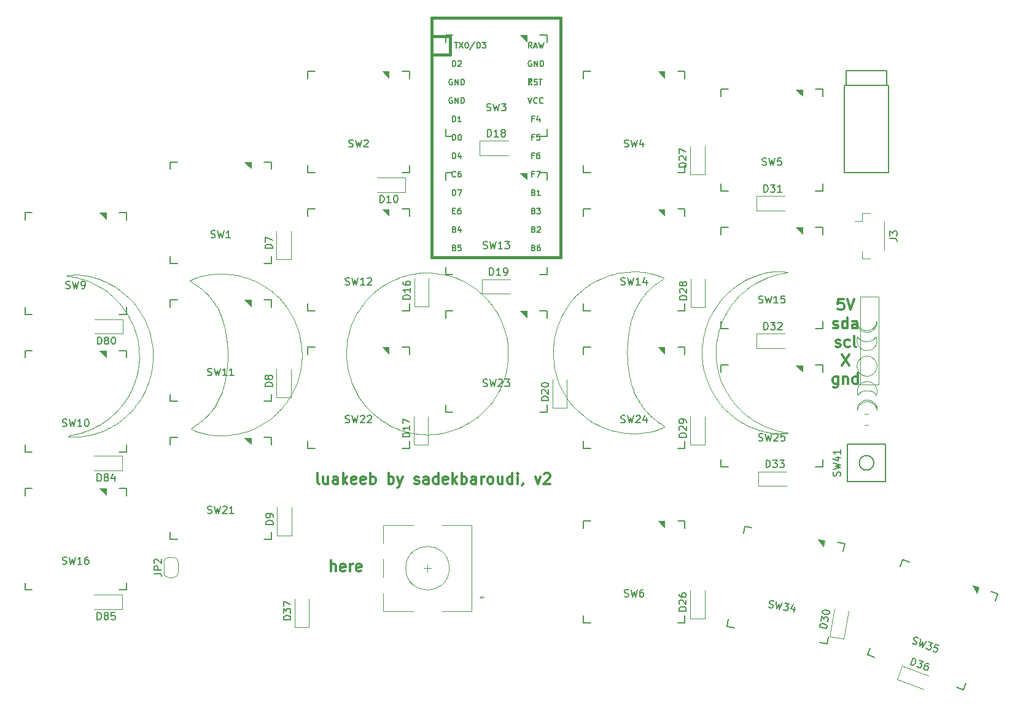
<source format=gbr>
%TF.GenerationSoftware,KiCad,Pcbnew,(5.1.10)-1*%
%TF.CreationDate,2021-12-13T12:41:32-08:00*%
%TF.ProjectId,luakeeb,6c75616b-6565-4622-9e6b-696361645f70,rev?*%
%TF.SameCoordinates,Original*%
%TF.FileFunction,Legend,Top*%
%TF.FilePolarity,Positive*%
%FSLAX46Y46*%
G04 Gerber Fmt 4.6, Leading zero omitted, Abs format (unit mm)*
G04 Created by KiCad (PCBNEW (5.1.10)-1) date 2021-12-13 12:41:32*
%MOMM*%
%LPD*%
G01*
G04 APERTURE LIST*
%ADD10C,0.300000*%
%ADD11C,0.001920*%
%ADD12C,0.126750*%
%ADD13C,0.120000*%
%ADD14C,0.150000*%
%ADD15C,0.100000*%
%ADD16C,0.381000*%
G04 APERTURE END LIST*
D10*
X74567878Y-95397775D02*
X74425021Y-95326346D01*
X74353592Y-95183489D01*
X74353592Y-93897775D01*
X75782164Y-94397775D02*
X75782164Y-95397775D01*
X75139307Y-94397775D02*
X75139307Y-95183489D01*
X75210735Y-95326346D01*
X75353592Y-95397775D01*
X75567878Y-95397775D01*
X75710735Y-95326346D01*
X75782164Y-95254918D01*
X77139307Y-95397775D02*
X77139307Y-94612061D01*
X77067878Y-94469204D01*
X76925021Y-94397775D01*
X76639307Y-94397775D01*
X76496450Y-94469204D01*
X77139307Y-95326346D02*
X76996450Y-95397775D01*
X76639307Y-95397775D01*
X76496450Y-95326346D01*
X76425021Y-95183489D01*
X76425021Y-95040632D01*
X76496450Y-94897775D01*
X76639307Y-94826346D01*
X76996450Y-94826346D01*
X77139307Y-94754918D01*
X77853592Y-95397775D02*
X77853592Y-93897775D01*
X77996450Y-94826346D02*
X78425021Y-95397775D01*
X78425021Y-94397775D02*
X77853592Y-94969204D01*
X79639307Y-95326346D02*
X79496450Y-95397775D01*
X79210735Y-95397775D01*
X79067878Y-95326346D01*
X78996450Y-95183489D01*
X78996450Y-94612061D01*
X79067878Y-94469204D01*
X79210735Y-94397775D01*
X79496450Y-94397775D01*
X79639307Y-94469204D01*
X79710735Y-94612061D01*
X79710735Y-94754918D01*
X78996450Y-94897775D01*
X80925021Y-95326346D02*
X80782164Y-95397775D01*
X80496450Y-95397775D01*
X80353592Y-95326346D01*
X80282164Y-95183489D01*
X80282164Y-94612061D01*
X80353592Y-94469204D01*
X80496450Y-94397775D01*
X80782164Y-94397775D01*
X80925021Y-94469204D01*
X80996450Y-94612061D01*
X80996450Y-94754918D01*
X80282164Y-94897775D01*
X81639307Y-95397775D02*
X81639307Y-93897775D01*
X81639307Y-94469204D02*
X81782164Y-94397775D01*
X82067878Y-94397775D01*
X82210735Y-94469204D01*
X82282164Y-94540632D01*
X82353592Y-94683489D01*
X82353592Y-95112061D01*
X82282164Y-95254918D01*
X82210735Y-95326346D01*
X82067878Y-95397775D01*
X81782164Y-95397775D01*
X81639307Y-95326346D01*
X84139307Y-95397775D02*
X84139307Y-93897775D01*
X84139307Y-94469204D02*
X84282164Y-94397775D01*
X84567878Y-94397775D01*
X84710735Y-94469204D01*
X84782164Y-94540632D01*
X84853592Y-94683489D01*
X84853592Y-95112061D01*
X84782164Y-95254918D01*
X84710735Y-95326346D01*
X84567878Y-95397775D01*
X84282164Y-95397775D01*
X84139307Y-95326346D01*
X85353592Y-94397775D02*
X85710735Y-95397775D01*
X86067878Y-94397775D02*
X85710735Y-95397775D01*
X85567878Y-95754918D01*
X85496450Y-95826346D01*
X85353592Y-95897775D01*
X87710735Y-95326346D02*
X87853592Y-95397775D01*
X88139307Y-95397775D01*
X88282164Y-95326346D01*
X88353592Y-95183489D01*
X88353592Y-95112061D01*
X88282164Y-94969204D01*
X88139307Y-94897775D01*
X87925021Y-94897775D01*
X87782164Y-94826346D01*
X87710735Y-94683489D01*
X87710735Y-94612061D01*
X87782164Y-94469204D01*
X87925021Y-94397775D01*
X88139307Y-94397775D01*
X88282164Y-94469204D01*
X89639307Y-95397775D02*
X89639307Y-94612061D01*
X89567878Y-94469204D01*
X89425021Y-94397775D01*
X89139307Y-94397775D01*
X88996450Y-94469204D01*
X89639307Y-95326346D02*
X89496450Y-95397775D01*
X89139307Y-95397775D01*
X88996450Y-95326346D01*
X88925021Y-95183489D01*
X88925021Y-95040632D01*
X88996450Y-94897775D01*
X89139307Y-94826346D01*
X89496450Y-94826346D01*
X89639307Y-94754918D01*
X90996450Y-95397775D02*
X90996450Y-93897775D01*
X90996450Y-95326346D02*
X90853592Y-95397775D01*
X90567878Y-95397775D01*
X90425021Y-95326346D01*
X90353592Y-95254918D01*
X90282164Y-95112061D01*
X90282164Y-94683489D01*
X90353592Y-94540632D01*
X90425021Y-94469204D01*
X90567878Y-94397775D01*
X90853592Y-94397775D01*
X90996450Y-94469204D01*
X92282164Y-95326346D02*
X92139307Y-95397775D01*
X91853592Y-95397775D01*
X91710735Y-95326346D01*
X91639307Y-95183489D01*
X91639307Y-94612061D01*
X91710735Y-94469204D01*
X91853592Y-94397775D01*
X92139307Y-94397775D01*
X92282164Y-94469204D01*
X92353592Y-94612061D01*
X92353592Y-94754918D01*
X91639307Y-94897775D01*
X92996450Y-95397775D02*
X92996450Y-93897775D01*
X93139307Y-94826346D02*
X93567878Y-95397775D01*
X93567878Y-94397775D02*
X92996450Y-94969204D01*
X94210735Y-95397775D02*
X94210735Y-93897775D01*
X94210735Y-94469204D02*
X94353592Y-94397775D01*
X94639307Y-94397775D01*
X94782164Y-94469204D01*
X94853592Y-94540632D01*
X94925021Y-94683489D01*
X94925021Y-95112061D01*
X94853592Y-95254918D01*
X94782164Y-95326346D01*
X94639307Y-95397775D01*
X94353592Y-95397775D01*
X94210735Y-95326346D01*
X96210735Y-95397775D02*
X96210735Y-94612061D01*
X96139307Y-94469204D01*
X95996450Y-94397775D01*
X95710735Y-94397775D01*
X95567878Y-94469204D01*
X96210735Y-95326346D02*
X96067878Y-95397775D01*
X95710735Y-95397775D01*
X95567878Y-95326346D01*
X95496450Y-95183489D01*
X95496450Y-95040632D01*
X95567878Y-94897775D01*
X95710735Y-94826346D01*
X96067878Y-94826346D01*
X96210735Y-94754918D01*
X96925021Y-95397775D02*
X96925021Y-94397775D01*
X96925021Y-94683489D02*
X96996450Y-94540632D01*
X97067878Y-94469204D01*
X97210735Y-94397775D01*
X97353593Y-94397775D01*
X98067878Y-95397775D02*
X97925021Y-95326346D01*
X97853593Y-95254918D01*
X97782164Y-95112061D01*
X97782164Y-94683489D01*
X97853593Y-94540632D01*
X97925021Y-94469204D01*
X98067878Y-94397775D01*
X98282164Y-94397775D01*
X98425021Y-94469204D01*
X98496450Y-94540632D01*
X98567878Y-94683489D01*
X98567878Y-95112061D01*
X98496450Y-95254918D01*
X98425021Y-95326346D01*
X98282164Y-95397775D01*
X98067878Y-95397775D01*
X99853593Y-94397775D02*
X99853593Y-95397775D01*
X99210735Y-94397775D02*
X99210735Y-95183489D01*
X99282164Y-95326346D01*
X99425021Y-95397775D01*
X99639307Y-95397775D01*
X99782164Y-95326346D01*
X99853593Y-95254918D01*
X101210735Y-95397775D02*
X101210735Y-93897775D01*
X101210735Y-95326346D02*
X101067878Y-95397775D01*
X100782164Y-95397775D01*
X100639307Y-95326346D01*
X100567878Y-95254918D01*
X100496450Y-95112061D01*
X100496450Y-94683489D01*
X100567878Y-94540632D01*
X100639307Y-94469204D01*
X100782164Y-94397775D01*
X101067878Y-94397775D01*
X101210735Y-94469204D01*
X101925021Y-95397775D02*
X101925021Y-94397775D01*
X101925021Y-93897775D02*
X101853593Y-93969204D01*
X101925021Y-94040632D01*
X101996450Y-93969204D01*
X101925021Y-93897775D01*
X101925021Y-94040632D01*
X102710735Y-95326346D02*
X102710735Y-95397775D01*
X102639307Y-95540632D01*
X102567878Y-95612061D01*
X104353592Y-94397775D02*
X104710735Y-95397775D01*
X105067878Y-94397775D01*
X105567878Y-94040632D02*
X105639307Y-93969204D01*
X105782164Y-93897775D01*
X106139307Y-93897775D01*
X106282164Y-93969204D01*
X106353592Y-94040632D01*
X106425021Y-94183489D01*
X106425021Y-94326346D01*
X106353592Y-94540632D01*
X105496450Y-95397775D01*
X106425021Y-95397775D01*
D11*
X150668010Y-84152804D02*
X150662249Y-84150422D01*
X150662249Y-84150422D02*
X150656476Y-84148043D01*
X150656476Y-84148043D02*
X150650691Y-84145665D01*
X150650691Y-84145665D02*
X150644895Y-84143291D01*
X150644895Y-84143291D02*
X150639089Y-84140921D01*
X150639089Y-84140921D02*
X150633272Y-84138558D01*
X150633272Y-84138558D02*
X150627445Y-84136201D01*
X150627445Y-84136201D02*
X150621608Y-84133853D01*
X150621608Y-84133853D02*
X150615762Y-84131514D01*
X150615762Y-84131514D02*
X150609907Y-84129185D01*
X150609907Y-84129185D02*
X150604043Y-84126868D01*
X150604043Y-84126868D02*
X150598171Y-84124563D01*
X150598171Y-84124563D02*
X150592292Y-84122273D01*
X150592292Y-84122273D02*
X150586405Y-84119998D01*
X150586405Y-84119998D02*
X150580511Y-84117739D01*
X150580511Y-84117739D02*
X150574611Y-84115497D01*
X150574611Y-84115497D02*
X150568704Y-84113274D01*
X150568704Y-84113274D02*
X150562792Y-84111071D01*
X150562792Y-84111071D02*
X150556874Y-84108889D01*
X150556874Y-84108889D02*
X150550951Y-84106729D01*
X150550951Y-84106729D02*
X150545024Y-84104592D01*
X150545024Y-84104592D02*
X150539092Y-84102479D01*
X150539092Y-84102479D02*
X150533157Y-84100393D01*
X150533157Y-84100393D02*
X150527217Y-84098332D01*
X150527217Y-84098332D02*
X150521275Y-84096300D01*
X150521275Y-84096300D02*
X150515330Y-84094297D01*
X150515330Y-84094297D02*
X150509383Y-84092324D01*
X150509383Y-84092324D02*
X150503434Y-84090383D01*
X150503434Y-84090383D02*
X150497483Y-84088474D01*
X150497483Y-84088474D02*
X150491531Y-84086598D01*
X150491531Y-84086598D02*
X150485579Y-84084758D01*
X150485579Y-84084758D02*
X150479626Y-84082954D01*
X148834976Y-83170671D02*
X148815908Y-83130276D01*
X148815908Y-83130276D02*
X148798423Y-83088145D01*
X148798423Y-83088145D02*
X148782565Y-83044390D01*
X148782565Y-83044390D02*
X148768379Y-82999121D01*
X148768379Y-82999121D02*
X148755909Y-82952451D01*
X148755909Y-82952451D02*
X148745200Y-82904491D01*
X148745200Y-82904491D02*
X148736296Y-82855353D01*
X148736296Y-82855353D02*
X148729242Y-82805148D01*
X148729242Y-82805148D02*
X148724082Y-82753989D01*
X148724082Y-82753989D02*
X148720861Y-82701986D01*
X148720861Y-82701986D02*
X148719624Y-82649251D01*
X148719624Y-82649251D02*
X148720416Y-82595896D01*
X148720416Y-82595896D02*
X148723279Y-82542033D01*
X148723279Y-82542033D02*
X148728261Y-82487772D01*
X148728261Y-82487772D02*
X148735404Y-82433227D01*
X148735404Y-82433227D02*
X148744753Y-82378508D01*
X148744753Y-82378508D02*
X148756354Y-82323727D01*
X148756354Y-82323727D02*
X148770250Y-82268995D01*
X148770250Y-82268995D02*
X148786486Y-82214425D01*
X148786486Y-82214425D02*
X148805107Y-82160127D01*
X148805107Y-82160127D02*
X148826157Y-82106214D01*
X148826157Y-82106214D02*
X148849682Y-82052797D01*
X148849682Y-82052797D02*
X148875724Y-81999988D01*
X148875724Y-81999988D02*
X148904330Y-81947898D01*
X148904330Y-81947898D02*
X148935543Y-81896640D01*
X148935543Y-81896640D02*
X148969409Y-81846323D01*
X148969409Y-81846323D02*
X149005971Y-81797061D01*
X149005971Y-81797061D02*
X149045274Y-81748965D01*
X149045274Y-81748965D02*
X149087364Y-81702146D01*
X149087364Y-81702146D02*
X149132283Y-81656716D01*
X149132283Y-81656716D02*
X149180078Y-81612787D01*
X149180078Y-81612787D02*
X149230793Y-81570471D01*
X150066876Y-80516371D02*
X150000525Y-80515112D01*
X150000525Y-80515112D02*
X149934877Y-80510595D01*
X149934877Y-80510595D02*
X149870016Y-80502895D01*
X149870016Y-80502895D02*
X149806026Y-80492091D01*
X149806026Y-80492091D02*
X149742988Y-80478259D01*
X149742988Y-80478259D02*
X149680988Y-80461476D01*
X149680988Y-80461476D02*
X149620107Y-80441820D01*
X149620107Y-80441820D02*
X149560430Y-80419367D01*
X149560430Y-80419367D02*
X149502040Y-80394196D01*
X149502040Y-80394196D02*
X149445020Y-80366382D01*
X149445020Y-80366382D02*
X149389453Y-80336003D01*
X149389453Y-80336003D02*
X149335423Y-80303137D01*
X149335423Y-80303137D02*
X149283013Y-80267859D01*
X149283013Y-80267859D02*
X149232306Y-80230249D01*
X149232306Y-80230249D02*
X149183387Y-80190381D01*
X149183387Y-80190381D02*
X149136337Y-80148335D01*
X149136337Y-80148335D02*
X149091240Y-80104186D01*
X149091240Y-80104186D02*
X149048180Y-80058012D01*
X149048180Y-80058012D02*
X149007240Y-80009890D01*
X149007240Y-80009890D02*
X148968504Y-79959898D01*
X148968504Y-79959898D02*
X148932054Y-79908111D01*
X148932054Y-79908111D02*
X148897974Y-79854608D01*
X148897974Y-79854608D02*
X148866348Y-79799466D01*
X148866348Y-79799466D02*
X148837258Y-79742761D01*
X148837258Y-79742761D02*
X148810788Y-79684572D01*
X148810788Y-79684572D02*
X148787022Y-79624974D01*
X148787022Y-79624974D02*
X148766042Y-79564045D01*
X148766042Y-79564045D02*
X148747932Y-79501862D01*
X148747932Y-79501862D02*
X148732776Y-79438503D01*
X148732776Y-79438503D02*
X148720656Y-79374044D01*
X148720656Y-79374044D02*
X148711656Y-79308563D01*
X148711656Y-79308563D02*
X148705860Y-79242137D01*
X151415193Y-84730654D02*
X151420271Y-84746144D01*
X151420271Y-84746144D02*
X151425185Y-84761659D01*
X151425185Y-84761659D02*
X151429931Y-84777199D01*
X151429931Y-84777199D02*
X151434507Y-84792764D01*
X151434507Y-84792764D02*
X151438909Y-84808354D01*
X151438909Y-84808354D02*
X151443135Y-84823969D01*
X151443135Y-84823969D02*
X151447181Y-84839608D01*
X151447181Y-84839608D02*
X151451043Y-84855272D01*
X151451043Y-84855272D02*
X151454720Y-84870961D01*
X151454720Y-84870961D02*
X151458208Y-84886675D01*
X151458208Y-84886675D02*
X151461503Y-84902413D01*
X151461503Y-84902413D02*
X151464603Y-84918177D01*
X151464603Y-84918177D02*
X151467505Y-84933965D01*
X151467505Y-84933965D02*
X151470205Y-84949778D01*
X151470205Y-84949778D02*
X151472701Y-84965616D01*
X151472701Y-84965616D02*
X151474988Y-84981478D01*
X151474988Y-84981478D02*
X151477065Y-84997366D01*
X151477065Y-84997366D02*
X151478928Y-85013278D01*
X151478928Y-85013278D02*
X151480574Y-85029215D01*
X151480574Y-85029215D02*
X151482000Y-85045177D01*
X151482000Y-85045177D02*
X151483202Y-85061163D01*
X151483202Y-85061163D02*
X151484179Y-85077175D01*
X151484179Y-85077175D02*
X151484925Y-85093211D01*
X151484925Y-85093211D02*
X151485439Y-85109272D01*
X151485439Y-85109272D02*
X151485718Y-85125358D01*
X151485718Y-85125358D02*
X151485758Y-85141469D01*
X151485758Y-85141469D02*
X151485556Y-85157604D01*
X151485556Y-85157604D02*
X151485109Y-85173764D01*
X151485109Y-85173764D02*
X151484414Y-85189949D01*
X151484414Y-85189949D02*
X151483468Y-85206159D01*
X151483468Y-85206159D02*
X151482267Y-85222394D01*
X151482267Y-85222394D02*
X151480810Y-85238654D01*
X149251960Y-84095654D02*
X149300988Y-84059211D01*
X149300988Y-84059211D02*
X149350794Y-84025271D01*
X149350794Y-84025271D02*
X149401315Y-83993807D01*
X149401315Y-83993807D02*
X149452485Y-83964792D01*
X149452485Y-83964792D02*
X149504239Y-83938199D01*
X149504239Y-83938199D02*
X149556513Y-83913999D01*
X149556513Y-83913999D02*
X149609242Y-83892168D01*
X149609242Y-83892168D02*
X149662361Y-83872676D01*
X149662361Y-83872676D02*
X149715806Y-83855497D01*
X149715806Y-83855497D02*
X149769512Y-83840604D01*
X149769512Y-83840604D02*
X149823414Y-83827970D01*
X149823414Y-83827970D02*
X149877447Y-83817568D01*
X149877447Y-83817568D02*
X149931547Y-83809370D01*
X149931547Y-83809370D02*
X149985648Y-83803350D01*
X149985648Y-83803350D02*
X150039687Y-83799480D01*
X150039687Y-83799480D02*
X150093599Y-83797733D01*
X150093599Y-83797733D02*
X150147318Y-83798082D01*
X150147318Y-83798082D02*
X150200780Y-83800499D01*
X150200780Y-83800499D02*
X150253921Y-83804959D01*
X150253921Y-83804959D02*
X150306675Y-83811433D01*
X150306675Y-83811433D02*
X150358978Y-83819895D01*
X150358978Y-83819895D02*
X150410765Y-83830317D01*
X150410765Y-83830317D02*
X150461972Y-83842672D01*
X150461972Y-83842672D02*
X150512533Y-83856933D01*
X150512533Y-83856933D02*
X150562385Y-83873073D01*
X150562385Y-83873073D02*
X150611461Y-83891065D01*
X150611461Y-83891065D02*
X150659698Y-83910882D01*
X150659698Y-83910882D02*
X150707031Y-83932496D01*
X150707031Y-83932496D02*
X150753395Y-83955881D01*
X150753395Y-83955881D02*
X150798725Y-83981009D01*
X150798725Y-83981009D02*
X150842957Y-84007853D01*
X150842957Y-84007853D02*
X150886026Y-84036387D01*
X149973743Y-77775287D02*
X150047684Y-77772076D01*
X150047684Y-77772076D02*
X150120628Y-77772696D01*
X150120628Y-77772696D02*
X150192492Y-77777043D01*
X150192492Y-77777043D02*
X150263197Y-77785018D01*
X150263197Y-77785018D02*
X150332661Y-77796519D01*
X150332661Y-77796519D02*
X150400805Y-77811443D01*
X150400805Y-77811443D02*
X150467547Y-77829689D01*
X150467547Y-77829689D02*
X150532807Y-77851156D01*
X150532807Y-77851156D02*
X150596505Y-77875742D01*
X150596505Y-77875742D02*
X150658559Y-77903346D01*
X150658559Y-77903346D02*
X150718889Y-77933866D01*
X150718889Y-77933866D02*
X150777414Y-77967201D01*
X150777414Y-77967201D02*
X150834055Y-78003248D01*
X150834055Y-78003248D02*
X150888730Y-78041907D01*
X150888730Y-78041907D02*
X150941358Y-78083076D01*
X150941358Y-78083076D02*
X150991859Y-78126654D01*
X150991859Y-78126654D02*
X151040153Y-78172538D01*
X151040153Y-78172538D02*
X151086158Y-78220627D01*
X151086158Y-78220627D02*
X151129795Y-78270820D01*
X151129795Y-78270820D02*
X151170982Y-78323016D01*
X151170982Y-78323016D02*
X151209639Y-78377112D01*
X151209639Y-78377112D02*
X151245686Y-78433007D01*
X151245686Y-78433007D02*
X151279041Y-78490600D01*
X151279041Y-78490600D02*
X151309624Y-78549789D01*
X151309624Y-78549789D02*
X151337354Y-78610472D01*
X151337354Y-78610472D02*
X151362152Y-78672548D01*
X151362152Y-78672548D02*
X151383935Y-78735916D01*
X151383935Y-78735916D02*
X151402625Y-78800473D01*
X151402625Y-78800473D02*
X151418139Y-78866119D01*
X151418139Y-78866119D02*
X151430398Y-78932751D01*
X151430398Y-78932751D02*
X151439320Y-79000269D01*
X151439320Y-79000269D02*
X151444826Y-79068571D01*
X150479626Y-84082954D02*
X150473269Y-84081186D01*
X150473269Y-84081186D02*
X150466902Y-84079455D01*
X150466902Y-84079455D02*
X150460523Y-84077760D01*
X150460523Y-84077760D02*
X150454135Y-84076099D01*
X150454135Y-84076099D02*
X150447737Y-84074473D01*
X150447737Y-84074473D02*
X150441330Y-84072880D01*
X150441330Y-84072880D02*
X150434916Y-84071319D01*
X150434916Y-84071319D02*
X150428495Y-84069790D01*
X150428495Y-84069790D02*
X150422068Y-84068293D01*
X150422068Y-84068293D02*
X150415635Y-84066825D01*
X150415635Y-84066825D02*
X150409197Y-84065387D01*
X150409197Y-84065387D02*
X150402756Y-84063978D01*
X150402756Y-84063978D02*
X150396312Y-84062596D01*
X150396312Y-84062596D02*
X150389865Y-84061242D01*
X150389865Y-84061242D02*
X150383417Y-84059914D01*
X150383417Y-84059914D02*
X150376968Y-84058612D01*
X150376968Y-84058612D02*
X150370518Y-84057334D01*
X150370518Y-84057334D02*
X150364070Y-84056081D01*
X150364070Y-84056081D02*
X150357623Y-84054851D01*
X150357623Y-84054851D02*
X150351179Y-84053643D01*
X150351179Y-84053643D02*
X150344738Y-84052457D01*
X150344738Y-84052457D02*
X150338300Y-84051291D01*
X150338300Y-84051291D02*
X150331867Y-84050146D01*
X150331867Y-84050146D02*
X150325440Y-84049021D01*
X150325440Y-84049021D02*
X150319019Y-84047914D01*
X150319019Y-84047914D02*
X150312605Y-84046825D01*
X150312605Y-84046825D02*
X150306198Y-84045752D01*
X150306198Y-84045752D02*
X150299800Y-84044697D01*
X150299800Y-84044697D02*
X150293412Y-84043656D01*
X150293412Y-84043656D02*
X150287033Y-84042631D01*
X150287033Y-84042631D02*
X150280666Y-84041619D01*
X150280666Y-84041619D02*
X150274310Y-84040621D01*
X151264910Y-84677737D02*
X151261530Y-84672385D01*
X151261530Y-84672385D02*
X151258137Y-84667046D01*
X151258137Y-84667046D02*
X151254730Y-84661721D01*
X151254730Y-84661721D02*
X151251308Y-84656409D01*
X151251308Y-84656409D02*
X151247871Y-84651111D01*
X151247871Y-84651111D02*
X151244417Y-84645827D01*
X151244417Y-84645827D02*
X151240947Y-84640558D01*
X151240947Y-84640558D02*
X151237459Y-84635304D01*
X151237459Y-84635304D02*
X151233952Y-84630066D01*
X151233952Y-84630066D02*
X151230425Y-84624843D01*
X151230425Y-84624843D02*
X151226879Y-84619637D01*
X151226879Y-84619637D02*
X151223312Y-84614447D01*
X151223312Y-84614447D02*
X151219722Y-84609275D01*
X151219722Y-84609275D02*
X151216111Y-84604120D01*
X151216111Y-84604120D02*
X151212476Y-84598983D01*
X151212476Y-84598983D02*
X151208817Y-84593864D01*
X151208817Y-84593864D02*
X151205134Y-84588763D01*
X151205134Y-84588763D02*
X151201424Y-84583682D01*
X151201424Y-84583682D02*
X151197689Y-84578620D01*
X151197689Y-84578620D02*
X151193926Y-84573578D01*
X151193926Y-84573578D02*
X151190136Y-84568556D01*
X151190136Y-84568556D02*
X151186316Y-84563554D01*
X151186316Y-84563554D02*
X151182467Y-84558573D01*
X151182467Y-84558573D02*
X151178589Y-84553614D01*
X151178589Y-84553614D02*
X151174679Y-84548677D01*
X151174679Y-84548677D02*
X151170737Y-84543761D01*
X151170737Y-84543761D02*
X151166763Y-84538868D01*
X151166763Y-84538868D02*
X151162755Y-84533998D01*
X151162755Y-84533998D02*
X151158713Y-84529151D01*
X151158713Y-84529151D02*
X151154636Y-84524328D01*
X151154636Y-84524328D02*
X151150524Y-84519528D01*
X151150524Y-84519528D02*
X151146376Y-84514754D01*
X149192693Y-76708487D02*
X149140350Y-76663467D01*
X149140350Y-76663467D02*
X149091229Y-76616990D01*
X149091229Y-76616990D02*
X149045264Y-76569174D01*
X149045264Y-76569174D02*
X149002391Y-76520136D01*
X149002391Y-76520136D02*
X148962544Y-76469995D01*
X148962544Y-76469995D02*
X148925658Y-76418867D01*
X148925658Y-76418867D02*
X148891668Y-76366871D01*
X148891668Y-76366871D02*
X148860508Y-76314125D01*
X148860508Y-76314125D02*
X148832115Y-76260747D01*
X148832115Y-76260747D02*
X148806422Y-76206853D01*
X148806422Y-76206853D02*
X148783364Y-76152563D01*
X148783364Y-76152563D02*
X148762877Y-76097994D01*
X148762877Y-76097994D02*
X148744895Y-76043263D01*
X148744895Y-76043263D02*
X148729353Y-75988489D01*
X148729353Y-75988489D02*
X148716187Y-75933790D01*
X148716187Y-75933790D02*
X148705330Y-75879283D01*
X148705330Y-75879283D02*
X148696718Y-75825085D01*
X148696718Y-75825085D02*
X148690286Y-75771316D01*
X148690286Y-75771316D02*
X148685968Y-75718092D01*
X148685968Y-75718092D02*
X148683700Y-75665532D01*
X148683700Y-75665532D02*
X148683417Y-75613754D01*
X148683417Y-75613754D02*
X148685052Y-75562874D01*
X148685052Y-75562874D02*
X148688542Y-75513011D01*
X148688542Y-75513011D02*
X148693821Y-75464284D01*
X148693821Y-75464284D02*
X148700823Y-75416808D01*
X148700823Y-75416808D02*
X148709485Y-75370704D01*
X148709485Y-75370704D02*
X148719740Y-75326087D01*
X148719740Y-75326087D02*
X148731524Y-75283077D01*
X148731524Y-75283077D02*
X148744771Y-75241791D01*
X148744771Y-75241791D02*
X148759417Y-75202346D01*
X148759417Y-75202346D02*
X148775395Y-75164861D01*
X148775395Y-75164861D02*
X148792643Y-75129454D01*
X149230793Y-81570471D02*
X149281411Y-81532121D01*
X149281411Y-81532121D02*
X149333196Y-81496439D01*
X149333196Y-81496439D02*
X149386061Y-81463416D01*
X149386061Y-81463416D02*
X149439921Y-81433040D01*
X149439921Y-81433040D02*
X149494689Y-81405301D01*
X149494689Y-81405301D02*
X149550280Y-81380189D01*
X149550280Y-81380189D02*
X149606607Y-81357693D01*
X149606607Y-81357693D02*
X149663585Y-81337802D01*
X149663585Y-81337802D02*
X149721126Y-81320507D01*
X149721126Y-81320507D02*
X149779147Y-81305796D01*
X149779147Y-81305796D02*
X149837559Y-81293660D01*
X149837559Y-81293660D02*
X149896277Y-81284088D01*
X149896277Y-81284088D02*
X149955216Y-81277068D01*
X149955216Y-81277068D02*
X150014289Y-81272592D01*
X150014289Y-81272592D02*
X150073410Y-81270648D01*
X150073410Y-81270648D02*
X150132492Y-81271226D01*
X150132492Y-81271226D02*
X150191451Y-81274316D01*
X150191451Y-81274316D02*
X150250200Y-81279906D01*
X150250200Y-81279906D02*
X150308653Y-81287988D01*
X150308653Y-81287988D02*
X150366723Y-81298549D01*
X150366723Y-81298549D02*
X150424325Y-81311580D01*
X150424325Y-81311580D02*
X150481373Y-81327070D01*
X150481373Y-81327070D02*
X150537781Y-81345008D01*
X150537781Y-81345008D02*
X150593463Y-81365385D01*
X150593463Y-81365385D02*
X150648332Y-81388190D01*
X150648332Y-81388190D02*
X150702303Y-81413412D01*
X150702303Y-81413412D02*
X150755289Y-81441040D01*
X150755289Y-81441040D02*
X150807205Y-81471066D01*
X150807205Y-81471066D02*
X150857964Y-81503477D01*
X150857964Y-81503477D02*
X150907481Y-81538263D01*
X150907481Y-81538263D02*
X150955669Y-81575415D01*
X150955669Y-81575415D02*
X151002443Y-81614921D01*
X151362276Y-84864004D02*
X151359305Y-84858051D01*
X151359305Y-84858051D02*
X151356345Y-84852098D01*
X151356345Y-84852098D02*
X151353395Y-84846148D01*
X151353395Y-84846148D02*
X151350452Y-84840199D01*
X151350452Y-84840199D02*
X151347515Y-84834254D01*
X151347515Y-84834254D02*
X151344584Y-84828313D01*
X151344584Y-84828313D02*
X151341655Y-84822376D01*
X151341655Y-84822376D02*
X151338728Y-84816445D01*
X151338728Y-84816445D02*
X151335800Y-84810520D01*
X151335800Y-84810520D02*
X151332872Y-84804601D01*
X151332872Y-84804601D02*
X151329940Y-84798691D01*
X151329940Y-84798691D02*
X151327003Y-84792789D01*
X151327003Y-84792789D02*
X151324061Y-84786897D01*
X151324061Y-84786897D02*
X151321110Y-84781014D01*
X151321110Y-84781014D02*
X151318150Y-84775143D01*
X151318150Y-84775143D02*
X151315180Y-84769283D01*
X151315180Y-84769283D02*
X151312197Y-84763435D01*
X151312197Y-84763435D02*
X151309200Y-84757601D01*
X151309200Y-84757601D02*
X151306187Y-84751780D01*
X151306187Y-84751780D02*
X151303158Y-84745974D01*
X151303158Y-84745974D02*
X151300110Y-84740184D01*
X151300110Y-84740184D02*
X151297042Y-84734410D01*
X151297042Y-84734410D02*
X151293952Y-84728653D01*
X151293952Y-84728653D02*
X151290838Y-84722914D01*
X151290838Y-84722914D02*
X151287700Y-84717194D01*
X151287700Y-84717194D02*
X151284536Y-84711493D01*
X151284536Y-84711493D02*
X151281344Y-84705812D01*
X151281344Y-84705812D02*
X151278122Y-84700152D01*
X151278122Y-84700152D02*
X151274869Y-84694513D01*
X151274869Y-84694513D02*
X151271584Y-84688898D01*
X151271584Y-84688898D02*
X151268265Y-84683305D01*
X151268265Y-84683305D02*
X151264910Y-84677737D01*
X148792643Y-75129454D02*
X148794584Y-75129887D01*
X148794584Y-75129887D02*
X148796442Y-75130393D01*
X148796442Y-75130393D02*
X148799923Y-75131611D01*
X148799923Y-75131611D02*
X148803112Y-75133090D01*
X148803112Y-75133090D02*
X148806037Y-75134811D01*
X148806037Y-75134811D02*
X148808727Y-75136755D01*
X148808727Y-75136755D02*
X148811209Y-75138904D01*
X148811209Y-75138904D02*
X148813511Y-75141239D01*
X148813511Y-75141239D02*
X148815662Y-75143741D01*
X148815662Y-75143741D02*
X148817688Y-75146392D01*
X148817688Y-75146392D02*
X148819618Y-75149173D01*
X148819618Y-75149173D02*
X148821480Y-75152066D01*
X148821480Y-75152066D02*
X148823301Y-75155052D01*
X148823301Y-75155052D02*
X148825110Y-75158112D01*
X148825110Y-75158112D02*
X148826935Y-75161228D01*
X148826935Y-75161228D02*
X148828803Y-75164382D01*
X148828803Y-75164382D02*
X148830743Y-75167554D01*
X151002443Y-81614921D02*
X151050716Y-81659699D01*
X151050716Y-81659699D02*
X151095963Y-81705849D01*
X151095963Y-81705849D02*
X151138243Y-81753257D01*
X151138243Y-81753257D02*
X151177617Y-81801807D01*
X151177617Y-81801807D02*
X151214147Y-81851383D01*
X151214147Y-81851383D02*
X151247893Y-81901870D01*
X151247893Y-81901870D02*
X151278915Y-81953153D01*
X151278915Y-81953153D02*
X151307275Y-82005115D01*
X151307275Y-82005115D02*
X151333034Y-82057641D01*
X151333034Y-82057641D02*
X151356253Y-82110616D01*
X151356253Y-82110616D02*
X151376992Y-82163925D01*
X151376992Y-82163925D02*
X151395312Y-82217451D01*
X151395312Y-82217451D02*
X151411273Y-82271080D01*
X151411273Y-82271080D02*
X151424938Y-82324695D01*
X151424938Y-82324695D02*
X151436367Y-82378182D01*
X151436367Y-82378182D02*
X151445620Y-82431425D01*
X151445620Y-82431425D02*
X151452758Y-82484308D01*
X151452758Y-82484308D02*
X151457843Y-82536715D01*
X151457843Y-82536715D02*
X151460934Y-82588532D01*
X151460934Y-82588532D02*
X151462094Y-82639643D01*
X151462094Y-82639643D02*
X151461383Y-82689933D01*
X151461383Y-82689933D02*
X151458861Y-82739285D01*
X151458861Y-82739285D02*
X151454589Y-82787584D01*
X151454589Y-82787584D02*
X151448629Y-82834716D01*
X151448629Y-82834716D02*
X151441042Y-82880563D01*
X151441042Y-82880563D02*
X151431887Y-82925012D01*
X151431887Y-82925012D02*
X151421226Y-82967946D01*
X151421226Y-82967946D02*
X151409120Y-83009250D01*
X151409120Y-83009250D02*
X151395629Y-83048808D01*
X151395629Y-83048808D02*
X151380815Y-83086505D01*
X151380815Y-83086505D02*
X151364738Y-83122225D01*
X151364738Y-83122225D02*
X151347460Y-83155854D01*
X151444826Y-79068571D02*
X151446958Y-79138096D01*
X151446958Y-79138096D02*
X151445466Y-79207288D01*
X151445466Y-79207288D02*
X151440420Y-79276022D01*
X151440420Y-79276022D02*
X151431890Y-79344175D01*
X151431890Y-79344175D02*
X151419948Y-79411625D01*
X151419948Y-79411625D02*
X151404665Y-79478248D01*
X151404665Y-79478248D02*
X151386112Y-79543920D01*
X151386112Y-79543920D02*
X151364359Y-79608519D01*
X151364359Y-79608519D02*
X151339478Y-79671921D01*
X151339478Y-79671921D02*
X151311539Y-79734003D01*
X151311539Y-79734003D02*
X151280614Y-79794641D01*
X151280614Y-79794641D02*
X151246773Y-79853713D01*
X151246773Y-79853713D02*
X151210087Y-79911095D01*
X151210087Y-79911095D02*
X151170627Y-79966664D01*
X151170627Y-79966664D02*
X151128464Y-80020297D01*
X151128464Y-80020297D02*
X151083670Y-80071870D01*
X151083670Y-80071870D02*
X151036314Y-80121261D01*
X151036314Y-80121261D02*
X150986468Y-80168345D01*
X150986468Y-80168345D02*
X150934202Y-80213000D01*
X150934202Y-80213000D02*
X150879589Y-80255102D01*
X150879589Y-80255102D02*
X150822698Y-80294529D01*
X150822698Y-80294529D02*
X150763601Y-80331157D01*
X150763601Y-80331157D02*
X150702368Y-80364862D01*
X150702368Y-80364862D02*
X150639070Y-80395522D01*
X150639070Y-80395522D02*
X150573779Y-80423013D01*
X150573779Y-80423013D02*
X150506565Y-80447212D01*
X150506565Y-80447212D02*
X150437499Y-80467995D01*
X150437499Y-80467995D02*
X150366653Y-80485240D01*
X150366653Y-80485240D02*
X150294096Y-80498824D01*
X150294096Y-80498824D02*
X150219900Y-80508622D01*
X150219900Y-80508622D02*
X150144136Y-80514512D01*
X150144136Y-80514512D02*
X150066876Y-80516371D01*
X148705860Y-79242137D02*
X148702744Y-79164494D01*
X148702744Y-79164494D02*
X148703634Y-79088369D01*
X148703634Y-79088369D02*
X148708405Y-79013814D01*
X148708405Y-79013814D02*
X148716930Y-78940884D01*
X148716930Y-78940884D02*
X148729087Y-78869630D01*
X148729087Y-78869630D02*
X148744750Y-78800108D01*
X148744750Y-78800108D02*
X148763794Y-78732370D01*
X148763794Y-78732370D02*
X148786094Y-78666469D01*
X148786094Y-78666469D02*
X148811526Y-78602461D01*
X148811526Y-78602461D02*
X148839965Y-78540397D01*
X148839965Y-78540397D02*
X148871285Y-78480331D01*
X148871285Y-78480331D02*
X148905363Y-78422317D01*
X148905363Y-78422317D02*
X148942073Y-78366408D01*
X148942073Y-78366408D02*
X148981291Y-78312658D01*
X148981291Y-78312658D02*
X149022892Y-78261121D01*
X149022892Y-78261121D02*
X149066751Y-78211849D01*
X149066751Y-78211849D02*
X149112743Y-78164897D01*
X149112743Y-78164897D02*
X149160743Y-78120317D01*
X149160743Y-78120317D02*
X149210627Y-78078163D01*
X149210627Y-78078163D02*
X149262270Y-78038489D01*
X149262270Y-78038489D02*
X149315546Y-78001348D01*
X149315546Y-78001348D02*
X149370332Y-77966794D01*
X149370332Y-77966794D02*
X149426503Y-77934880D01*
X149426503Y-77934880D02*
X149483933Y-77905660D01*
X149483933Y-77905660D02*
X149542497Y-77879187D01*
X149542497Y-77879187D02*
X149602072Y-77855514D01*
X149602072Y-77855514D02*
X149662532Y-77834696D01*
X149662532Y-77834696D02*
X149723753Y-77816785D01*
X149723753Y-77816785D02*
X149785609Y-77801835D01*
X149785609Y-77801835D02*
X149847975Y-77789900D01*
X149847975Y-77789900D02*
X149910728Y-77781032D01*
X149910728Y-77781032D02*
X149973743Y-77775287D01*
X151241626Y-83005571D02*
X151226793Y-82986334D01*
X151226793Y-82986334D02*
X151211664Y-82967520D01*
X151211664Y-82967520D02*
X151196240Y-82949127D01*
X151196240Y-82949127D02*
X151180523Y-82931156D01*
X151180523Y-82931156D02*
X151164515Y-82913607D01*
X151164515Y-82913607D02*
X151148217Y-82896479D01*
X151148217Y-82896479D02*
X151131631Y-82879773D01*
X151131631Y-82879773D02*
X151114758Y-82863489D01*
X151114758Y-82863489D02*
X151097600Y-82847626D01*
X151097600Y-82847626D02*
X151080158Y-82832185D01*
X151080158Y-82832185D02*
X151062433Y-82817166D01*
X151062433Y-82817166D02*
X151044429Y-82802569D01*
X151044429Y-82802569D02*
X151026145Y-82788393D01*
X151026145Y-82788393D02*
X151007583Y-82774639D01*
X151007583Y-82774639D02*
X150988746Y-82761306D01*
X150988746Y-82761306D02*
X150969634Y-82748395D01*
X150969634Y-82748395D02*
X150950250Y-82735906D01*
X150950250Y-82735906D02*
X150930594Y-82723839D01*
X150930594Y-82723839D02*
X150910668Y-82712193D01*
X150910668Y-82712193D02*
X150890474Y-82700969D01*
X150890474Y-82700969D02*
X150870014Y-82690166D01*
X150870014Y-82690166D02*
X150849288Y-82679786D01*
X150849288Y-82679786D02*
X150828299Y-82669827D01*
X150828299Y-82669827D02*
X150807048Y-82660289D01*
X150807048Y-82660289D02*
X150785536Y-82651173D01*
X150785536Y-82651173D02*
X150763766Y-82642479D01*
X150763766Y-82642479D02*
X150741738Y-82634207D01*
X150741738Y-82634207D02*
X150719454Y-82626356D01*
X150719454Y-82626356D02*
X150696916Y-82618927D01*
X150696916Y-82618927D02*
X150674126Y-82611920D01*
X150674126Y-82611920D02*
X150651084Y-82605334D01*
X150651084Y-82605334D02*
X150627793Y-82599171D01*
X151417310Y-73014904D02*
X151420126Y-73028776D01*
X151420126Y-73028776D02*
X151422628Y-73042612D01*
X151422628Y-73042612D02*
X151424823Y-73056413D01*
X151424823Y-73056413D02*
X151426719Y-73070181D01*
X151426719Y-73070181D02*
X151428323Y-73083916D01*
X151428323Y-73083916D02*
X151429644Y-73097620D01*
X151429644Y-73097620D02*
X151430688Y-73111293D01*
X151430688Y-73111293D02*
X151431465Y-73124937D01*
X151431465Y-73124937D02*
X151431981Y-73138554D01*
X151431981Y-73138554D02*
X151432244Y-73152143D01*
X151432244Y-73152143D02*
X151432262Y-73165708D01*
X151432262Y-73165708D02*
X151432043Y-73179247D01*
X151432043Y-73179247D02*
X151431595Y-73192764D01*
X151431595Y-73192764D02*
X151430925Y-73206258D01*
X151430925Y-73206258D02*
X151430041Y-73219731D01*
X151430041Y-73219731D02*
X151428951Y-73233185D01*
X151428951Y-73233185D02*
X151427662Y-73246620D01*
X151427662Y-73246620D02*
X151426183Y-73260038D01*
X151426183Y-73260038D02*
X151424521Y-73273439D01*
X151424521Y-73273439D02*
X151422683Y-73286825D01*
X151422683Y-73286825D02*
X151420679Y-73300198D01*
X151420679Y-73300198D02*
X151418514Y-73313557D01*
X151418514Y-73313557D02*
X151416198Y-73326905D01*
X151416198Y-73326905D02*
X151413737Y-73340242D01*
X151413737Y-73340242D02*
X151411140Y-73353570D01*
X151411140Y-73353570D02*
X151408415Y-73366890D01*
X151408415Y-73366890D02*
X151405568Y-73380203D01*
X151405568Y-73380203D02*
X151402608Y-73393510D01*
X151402608Y-73393510D02*
X151399543Y-73406812D01*
X151399543Y-73406812D02*
X151396380Y-73420111D01*
X151396380Y-73420111D02*
X151393127Y-73433408D01*
X151393127Y-73433408D02*
X151389793Y-73446704D01*
X148792643Y-75129454D02*
X148792643Y-75129454D01*
X151347460Y-83155854D02*
X151347460Y-83155854D01*
X150646843Y-75660737D02*
X150671071Y-75652750D01*
X150671071Y-75652750D02*
X150694942Y-75644273D01*
X150694942Y-75644273D02*
X150718460Y-75635311D01*
X150718460Y-75635311D02*
X150741625Y-75625869D01*
X150741625Y-75625869D02*
X150764442Y-75615953D01*
X150764442Y-75615953D02*
X150786913Y-75605568D01*
X150786913Y-75605568D02*
X150809040Y-75594719D01*
X150809040Y-75594719D02*
X150830827Y-75583412D01*
X150830827Y-75583412D02*
X150852276Y-75571653D01*
X150852276Y-75571653D02*
X150873389Y-75559446D01*
X150873389Y-75559446D02*
X150894170Y-75546797D01*
X150894170Y-75546797D02*
X150914622Y-75533712D01*
X150914622Y-75533712D02*
X150934746Y-75520196D01*
X150934746Y-75520196D02*
X150954545Y-75506254D01*
X150954545Y-75506254D02*
X150974023Y-75491892D01*
X150974023Y-75491892D02*
X150993182Y-75477116D01*
X150993182Y-75477116D02*
X151012025Y-75461930D01*
X151012025Y-75461930D02*
X151030554Y-75446341D01*
X151030554Y-75446341D02*
X151048773Y-75430353D01*
X151048773Y-75430353D02*
X151066683Y-75413972D01*
X151066683Y-75413972D02*
X151084288Y-75397203D01*
X151084288Y-75397203D02*
X151101590Y-75380052D01*
X151101590Y-75380052D02*
X151118592Y-75362525D01*
X151118592Y-75362525D02*
X151135297Y-75344626D01*
X151135297Y-75344626D02*
X151151707Y-75326362D01*
X151151707Y-75326362D02*
X151167825Y-75307736D01*
X151167825Y-75307736D02*
X151183655Y-75288756D01*
X151183655Y-75288756D02*
X151199198Y-75269427D01*
X151199198Y-75269427D02*
X151214457Y-75249753D01*
X151214457Y-75249753D02*
X151229435Y-75229740D01*
X151229435Y-75229740D02*
X151244135Y-75209394D01*
X151244135Y-75209394D02*
X151258560Y-75188721D01*
X149497493Y-82620337D02*
X149475602Y-82627480D01*
X149475602Y-82627480D02*
X149453985Y-82635018D01*
X149453985Y-82635018D02*
X149432639Y-82642950D01*
X149432639Y-82642950D02*
X149411565Y-82651272D01*
X149411565Y-82651272D02*
X149390762Y-82659984D01*
X149390762Y-82659984D02*
X149370231Y-82669083D01*
X149370231Y-82669083D02*
X149349969Y-82678567D01*
X149349969Y-82678567D02*
X149329978Y-82688434D01*
X149329978Y-82688434D02*
X149310257Y-82698683D01*
X149310257Y-82698683D02*
X149290805Y-82709311D01*
X149290805Y-82709311D02*
X149271622Y-82720316D01*
X149271622Y-82720316D02*
X149252708Y-82731697D01*
X149252708Y-82731697D02*
X149234061Y-82743452D01*
X149234061Y-82743452D02*
X149215683Y-82755579D01*
X149215683Y-82755579D02*
X149197572Y-82768075D01*
X149197572Y-82768075D02*
X149179728Y-82780939D01*
X149179728Y-82780939D02*
X149162151Y-82794169D01*
X149162151Y-82794169D02*
X149144840Y-82807763D01*
X149144840Y-82807763D02*
X149127795Y-82821718D01*
X149127795Y-82821718D02*
X149111015Y-82836034D01*
X149111015Y-82836034D02*
X149094500Y-82850708D01*
X149094500Y-82850708D02*
X149078250Y-82865738D01*
X149078250Y-82865738D02*
X149062265Y-82881123D01*
X149062265Y-82881123D02*
X149046543Y-82896859D01*
X149046543Y-82896859D02*
X149031085Y-82912946D01*
X149031085Y-82912946D02*
X149015890Y-82929382D01*
X149015890Y-82929382D02*
X149000958Y-82946164D01*
X149000958Y-82946164D02*
X148986288Y-82963290D01*
X148986288Y-82963290D02*
X148971881Y-82980760D01*
X148971881Y-82980760D02*
X148957735Y-82998570D01*
X148957735Y-82998570D02*
X148943850Y-83016718D01*
X148943850Y-83016718D02*
X148930226Y-83035204D01*
X150928360Y-73920837D02*
X150954194Y-73898594D01*
X150954194Y-73898594D02*
X150979313Y-73875920D01*
X150979313Y-73875920D02*
X151003719Y-73852821D01*
X151003719Y-73852821D02*
X151027417Y-73829299D01*
X151027417Y-73829299D02*
X151050409Y-73805358D01*
X151050409Y-73805358D02*
X151072699Y-73781003D01*
X151072699Y-73781003D02*
X151094291Y-73756237D01*
X151094291Y-73756237D02*
X151115188Y-73731064D01*
X151115188Y-73731064D02*
X151135394Y-73705488D01*
X151135394Y-73705488D02*
X151154911Y-73679513D01*
X151154911Y-73679513D02*
X151173745Y-73653142D01*
X151173745Y-73653142D02*
X151191897Y-73626380D01*
X151191897Y-73626380D02*
X151209372Y-73599231D01*
X151209372Y-73599231D02*
X151226172Y-73571697D01*
X151226172Y-73571697D02*
X151242302Y-73543784D01*
X151242302Y-73543784D02*
X151257766Y-73515495D01*
X151257766Y-73515495D02*
X151272565Y-73486834D01*
X151272565Y-73486834D02*
X151286705Y-73457804D01*
X151286705Y-73457804D02*
X151300188Y-73428411D01*
X151300188Y-73428411D02*
X151313018Y-73398657D01*
X151313018Y-73398657D02*
X151325199Y-73368546D01*
X151325199Y-73368546D02*
X151336733Y-73338083D01*
X151336733Y-73338083D02*
X151347625Y-73307270D01*
X151347625Y-73307270D02*
X151357877Y-73276113D01*
X151357877Y-73276113D02*
X151367494Y-73244615D01*
X151367494Y-73244615D02*
X151376479Y-73212780D01*
X151376479Y-73212780D02*
X151384836Y-73180611D01*
X151384836Y-73180611D02*
X151392567Y-73148113D01*
X151392567Y-73148113D02*
X151399676Y-73115289D01*
X151399676Y-73115289D02*
X151406167Y-73082144D01*
X151406167Y-73082144D02*
X151412044Y-73048681D01*
X151412044Y-73048681D02*
X151417310Y-73014904D01*
X150274310Y-84040621D02*
X150267966Y-84039659D01*
X150267966Y-84039659D02*
X150261633Y-84038758D01*
X150261633Y-84038758D02*
X150255312Y-84037918D01*
X150255312Y-84037918D02*
X150249000Y-84037135D01*
X150249000Y-84037135D02*
X150242698Y-84036410D01*
X150242698Y-84036410D02*
X150236405Y-84035741D01*
X150236405Y-84035741D02*
X150230119Y-84035128D01*
X150230119Y-84035128D02*
X150223840Y-84034568D01*
X150223840Y-84034568D02*
X150217567Y-84034061D01*
X150217567Y-84034061D02*
X150211300Y-84033605D01*
X150211300Y-84033605D02*
X150205038Y-84033200D01*
X150205038Y-84033200D02*
X150198779Y-84032844D01*
X150198779Y-84032844D02*
X150192523Y-84032536D01*
X150192523Y-84032536D02*
X150186270Y-84032275D01*
X150186270Y-84032275D02*
X150180019Y-84032059D01*
X150180019Y-84032059D02*
X150173768Y-84031889D01*
X150173768Y-84031889D02*
X150167517Y-84031761D01*
X150167517Y-84031761D02*
X150161265Y-84031676D01*
X150161265Y-84031676D02*
X150155012Y-84031632D01*
X150155012Y-84031632D02*
X150148756Y-84031628D01*
X150148756Y-84031628D02*
X150142498Y-84031663D01*
X150142498Y-84031663D02*
X150136235Y-84031735D01*
X150136235Y-84031735D02*
X150129968Y-84031844D01*
X150129968Y-84031844D02*
X150123695Y-84031988D01*
X150123695Y-84031988D02*
X150117417Y-84032166D01*
X150117417Y-84032166D02*
X150111131Y-84032377D01*
X150111131Y-84032377D02*
X150104837Y-84032620D01*
X150104837Y-84032620D02*
X150098535Y-84032894D01*
X150098535Y-84032894D02*
X150092224Y-84033197D01*
X150092224Y-84033197D02*
X150085903Y-84033528D01*
X150085903Y-84033528D02*
X150079570Y-84033886D01*
X150079570Y-84033886D02*
X150073227Y-84034271D01*
X150845810Y-84248054D02*
X150840638Y-84244500D01*
X150840638Y-84244500D02*
X150835441Y-84240984D01*
X150835441Y-84240984D02*
X150830220Y-84237505D01*
X150830220Y-84237505D02*
X150824973Y-84234064D01*
X150824973Y-84234064D02*
X150819702Y-84230659D01*
X150819702Y-84230659D02*
X150814407Y-84227292D01*
X150814407Y-84227292D02*
X150809086Y-84223962D01*
X150809086Y-84223962D02*
X150803740Y-84220669D01*
X150803740Y-84220669D02*
X150798370Y-84217414D01*
X150798370Y-84217414D02*
X150792975Y-84214195D01*
X150792975Y-84214195D02*
X150787555Y-84211014D01*
X150787555Y-84211014D02*
X150782111Y-84207870D01*
X150782111Y-84207870D02*
X150776641Y-84204763D01*
X150776641Y-84204763D02*
X150771147Y-84201694D01*
X150771147Y-84201694D02*
X150765628Y-84198661D01*
X150765628Y-84198661D02*
X150760084Y-84195666D01*
X150760084Y-84195666D02*
X150754516Y-84192708D01*
X150754516Y-84192708D02*
X150748922Y-84189787D01*
X150748922Y-84189787D02*
X150743304Y-84186904D01*
X150743304Y-84186904D02*
X150737661Y-84184057D01*
X150737661Y-84184057D02*
X150731993Y-84181248D01*
X150731993Y-84181248D02*
X150726300Y-84178476D01*
X150726300Y-84178476D02*
X150720583Y-84175742D01*
X150720583Y-84175742D02*
X150714841Y-84173044D01*
X150714841Y-84173044D02*
X150709074Y-84170384D01*
X150709074Y-84170384D02*
X150703282Y-84167761D01*
X150703282Y-84167761D02*
X150697465Y-84165175D01*
X150697465Y-84165175D02*
X150691624Y-84162626D01*
X150691624Y-84162626D02*
X150685757Y-84160115D01*
X150685757Y-84160115D02*
X150679866Y-84157640D01*
X150679866Y-84157640D02*
X150673950Y-84155203D01*
X150673950Y-84155203D02*
X150668010Y-84152804D01*
X151004560Y-84370821D02*
X150999785Y-84366666D01*
X150999785Y-84366666D02*
X150994986Y-84362535D01*
X150994986Y-84362535D02*
X150990166Y-84358429D01*
X150990166Y-84358429D02*
X150985323Y-84354346D01*
X150985323Y-84354346D02*
X150980461Y-84350287D01*
X150980461Y-84350287D02*
X150975580Y-84346250D01*
X150975580Y-84346250D02*
X150970681Y-84342236D01*
X150970681Y-84342236D02*
X150965765Y-84338244D01*
X150965765Y-84338244D02*
X150960834Y-84334273D01*
X150960834Y-84334273D02*
X150955888Y-84330324D01*
X150955888Y-84330324D02*
X150950929Y-84326396D01*
X150950929Y-84326396D02*
X150945958Y-84322488D01*
X150945958Y-84322488D02*
X150940977Y-84318601D01*
X150940977Y-84318601D02*
X150935985Y-84314733D01*
X150935985Y-84314733D02*
X150930985Y-84310885D01*
X150930985Y-84310885D02*
X150925978Y-84307056D01*
X150925978Y-84307056D02*
X150920965Y-84303245D01*
X150920965Y-84303245D02*
X150915946Y-84299453D01*
X150915946Y-84299453D02*
X150910924Y-84295678D01*
X150910924Y-84295678D02*
X150905899Y-84291921D01*
X150905899Y-84291921D02*
X150900872Y-84288181D01*
X150900872Y-84288181D02*
X150895845Y-84284457D01*
X150895845Y-84284457D02*
X150890819Y-84280750D01*
X150890819Y-84280750D02*
X150885794Y-84277059D01*
X150885794Y-84277059D02*
X150880773Y-84273383D01*
X150880773Y-84273383D02*
X150875756Y-84269722D01*
X150875756Y-84269722D02*
X150870745Y-84266076D01*
X150870745Y-84266076D02*
X150865740Y-84262444D01*
X150865740Y-84262444D02*
X150860743Y-84258827D01*
X150860743Y-84258827D02*
X150855755Y-84255223D01*
X150855755Y-84255223D02*
X150850776Y-84251632D01*
X150850776Y-84251632D02*
X150845810Y-84248054D01*
X151480810Y-85238654D02*
X151477173Y-85233458D01*
X151477173Y-85233458D02*
X151473797Y-85228191D01*
X151473797Y-85228191D02*
X151470667Y-85222856D01*
X151470667Y-85222856D02*
X151467770Y-85217458D01*
X151467770Y-85217458D02*
X151465094Y-85211999D01*
X151465094Y-85211999D02*
X151462624Y-85206483D01*
X151462624Y-85206483D02*
X151460349Y-85200914D01*
X151460349Y-85200914D02*
X151458254Y-85195295D01*
X151458254Y-85195295D02*
X151456326Y-85189629D01*
X151456326Y-85189629D02*
X151454552Y-85183920D01*
X151454552Y-85183920D02*
X151452920Y-85178172D01*
X151452920Y-85178172D02*
X151451416Y-85172388D01*
X151451416Y-85172388D02*
X151450026Y-85166571D01*
X151450026Y-85166571D02*
X151448738Y-85160725D01*
X151448738Y-85160725D02*
X151447538Y-85154853D01*
X151447538Y-85154853D02*
X151446413Y-85148960D01*
X151446413Y-85148960D02*
X151445351Y-85143047D01*
X151445351Y-85143047D02*
X151444337Y-85137120D01*
X151444337Y-85137120D02*
X151443359Y-85131181D01*
X151443359Y-85131181D02*
X151442403Y-85125234D01*
X151442403Y-85125234D02*
X151441457Y-85119282D01*
X151441457Y-85119282D02*
X151440507Y-85113329D01*
X151440507Y-85113329D02*
X151439539Y-85107379D01*
X151439539Y-85107379D02*
X151438542Y-85101434D01*
X151438542Y-85101434D02*
X151437501Y-85095498D01*
X151437501Y-85095498D02*
X151436404Y-85089576D01*
X151436404Y-85089576D02*
X151435236Y-85083669D01*
X151435236Y-85083669D02*
X151433986Y-85077783D01*
X151433986Y-85077783D02*
X151432640Y-85071919D01*
X151432640Y-85071919D02*
X151431184Y-85066083D01*
X151431184Y-85066083D02*
X151429606Y-85060276D01*
X151429606Y-85060276D02*
X151427893Y-85054504D01*
X151313593Y-75118871D02*
X151330709Y-75153070D01*
X151330709Y-75153070D02*
X151346688Y-75189317D01*
X151346688Y-75189317D02*
X151361460Y-75227502D01*
X151361460Y-75227502D02*
X151374955Y-75267512D01*
X151374955Y-75267512D02*
X151387103Y-75309240D01*
X151387103Y-75309240D02*
X151397834Y-75352572D01*
X151397834Y-75352572D02*
X151407077Y-75397400D01*
X151407077Y-75397400D02*
X151414763Y-75443613D01*
X151414763Y-75443613D02*
X151420820Y-75491100D01*
X151420820Y-75491100D02*
X151425180Y-75539752D01*
X151425180Y-75539752D02*
X151427772Y-75589456D01*
X151427772Y-75589456D02*
X151428525Y-75640103D01*
X151428525Y-75640103D02*
X151427370Y-75691583D01*
X151427370Y-75691583D02*
X151424237Y-75743785D01*
X151424237Y-75743785D02*
X151419054Y-75796599D01*
X151419054Y-75796599D02*
X151411753Y-75849914D01*
X151411753Y-75849914D02*
X151402263Y-75903619D01*
X151402263Y-75903619D02*
X151390513Y-75957605D01*
X151390513Y-75957605D02*
X151376435Y-76011760D01*
X151376435Y-76011760D02*
X151359957Y-76065975D01*
X151359957Y-76065975D02*
X151341009Y-76120139D01*
X151341009Y-76120139D02*
X151319521Y-76174141D01*
X151319521Y-76174141D02*
X151295424Y-76227870D01*
X151295424Y-76227870D02*
X151268646Y-76281218D01*
X151268646Y-76281218D02*
X151239118Y-76334072D01*
X151239118Y-76334072D02*
X151206770Y-76386323D01*
X151206770Y-76386323D02*
X151171532Y-76437860D01*
X151171532Y-76437860D02*
X151133332Y-76488573D01*
X151133332Y-76488573D02*
X151092102Y-76538351D01*
X151092102Y-76538351D02*
X151047771Y-76587083D01*
X151047771Y-76587083D02*
X151000269Y-76634660D01*
X151000269Y-76634660D02*
X150949526Y-76680971D01*
X150886026Y-84036387D02*
X150909428Y-84052826D01*
X150909428Y-84052826D02*
X150932408Y-84069601D01*
X150932408Y-84069601D02*
X150954962Y-84086711D01*
X150954962Y-84086711D02*
X150977088Y-84104157D01*
X150977088Y-84104157D02*
X150998785Y-84121940D01*
X150998785Y-84121940D02*
X151020050Y-84140059D01*
X151020050Y-84140059D02*
X151040882Y-84158516D01*
X151040882Y-84158516D02*
X151061279Y-84177310D01*
X151061279Y-84177310D02*
X151081239Y-84196443D01*
X151081239Y-84196443D02*
X151100759Y-84215913D01*
X151100759Y-84215913D02*
X151119839Y-84235723D01*
X151119839Y-84235723D02*
X151138476Y-84255871D01*
X151138476Y-84255871D02*
X151156667Y-84276359D01*
X151156667Y-84276359D02*
X151174412Y-84297187D01*
X151174412Y-84297187D02*
X151191708Y-84318355D01*
X151191708Y-84318355D02*
X151208553Y-84339864D01*
X151208553Y-84339864D02*
X151224945Y-84361714D01*
X151224945Y-84361714D02*
X151240883Y-84383905D01*
X151240883Y-84383905D02*
X151256364Y-84406438D01*
X151256364Y-84406438D02*
X151271387Y-84429314D01*
X151271387Y-84429314D02*
X151285950Y-84452532D01*
X151285950Y-84452532D02*
X151300050Y-84476093D01*
X151300050Y-84476093D02*
X151313685Y-84499997D01*
X151313685Y-84499997D02*
X151326855Y-84524246D01*
X151326855Y-84524246D02*
X151339556Y-84548838D01*
X151339556Y-84548838D02*
X151351787Y-84573775D01*
X151351787Y-84573775D02*
X151363546Y-84599057D01*
X151363546Y-84599057D02*
X151374831Y-84624684D01*
X151374831Y-84624684D02*
X151385640Y-84650657D01*
X151385640Y-84650657D02*
X151395971Y-84676976D01*
X151395971Y-84676976D02*
X151405823Y-84703641D01*
X151405823Y-84703641D02*
X151415193Y-84730654D01*
X148930226Y-83035204D02*
X148927255Y-83039184D01*
X148927255Y-83039184D02*
X148924296Y-83043190D01*
X148924296Y-83043190D02*
X148921346Y-83047218D01*
X148921346Y-83047218D02*
X148918406Y-83051269D01*
X148918406Y-83051269D02*
X148915474Y-83055341D01*
X148915474Y-83055341D02*
X148912548Y-83059434D01*
X148912548Y-83059434D02*
X148909627Y-83063548D01*
X148909627Y-83063548D02*
X148906711Y-83067681D01*
X148906711Y-83067681D02*
X148903798Y-83071833D01*
X148903798Y-83071833D02*
X148900886Y-83076002D01*
X148900886Y-83076002D02*
X148897976Y-83080188D01*
X148897976Y-83080188D02*
X148895065Y-83084391D01*
X148895065Y-83084391D02*
X148892153Y-83088609D01*
X148892153Y-83088609D02*
X148889237Y-83092842D01*
X148889237Y-83092842D02*
X148886318Y-83097089D01*
X148886318Y-83097089D02*
X148883394Y-83101349D01*
X148883394Y-83101349D02*
X148880464Y-83105622D01*
X148880464Y-83105622D02*
X148877527Y-83109906D01*
X148877527Y-83109906D02*
X148874580Y-83114201D01*
X148874580Y-83114201D02*
X148871625Y-83118506D01*
X148871625Y-83118506D02*
X148868658Y-83122820D01*
X148868658Y-83122820D02*
X148865679Y-83127143D01*
X148865679Y-83127143D02*
X148862687Y-83131474D01*
X148862687Y-83131474D02*
X148859681Y-83135811D01*
X148859681Y-83135811D02*
X148856659Y-83140155D01*
X148856659Y-83140155D02*
X148853621Y-83144504D01*
X148853621Y-83144504D02*
X148850565Y-83148858D01*
X148850565Y-83148858D02*
X148847490Y-83153216D01*
X148847490Y-83153216D02*
X148844394Y-83157577D01*
X148844394Y-83157577D02*
X148841277Y-83161940D01*
X148841277Y-83161940D02*
X148838138Y-83166305D01*
X148838138Y-83166305D02*
X148834976Y-83170671D01*
X150627793Y-82599171D02*
X150592278Y-82590521D01*
X150592278Y-82590521D02*
X150556777Y-82582433D01*
X150556777Y-82582433D02*
X150521287Y-82574910D01*
X150521287Y-82574910D02*
X150485811Y-82567958D01*
X150485811Y-82567958D02*
X150450346Y-82561579D01*
X150450346Y-82561579D02*
X150414894Y-82555778D01*
X150414894Y-82555778D02*
X150379454Y-82550558D01*
X150379454Y-82550558D02*
X150344027Y-82545923D01*
X150344027Y-82545923D02*
X150308612Y-82541877D01*
X150308612Y-82541877D02*
X150273210Y-82538425D01*
X150273210Y-82538425D02*
X150237820Y-82535569D01*
X150237820Y-82535569D02*
X150202442Y-82533314D01*
X150202442Y-82533314D02*
X150167077Y-82531664D01*
X150167077Y-82531664D02*
X150131724Y-82530622D01*
X150131724Y-82530622D02*
X150096383Y-82530192D01*
X150096383Y-82530192D02*
X150061055Y-82530379D01*
X150061055Y-82530379D02*
X150025739Y-82531186D01*
X150025739Y-82531186D02*
X149990436Y-82532616D01*
X149990436Y-82532616D02*
X149955145Y-82534675D01*
X149955145Y-82534675D02*
X149919867Y-82537365D01*
X149919867Y-82537365D02*
X149884601Y-82540691D01*
X149884601Y-82540691D02*
X149849347Y-82544657D01*
X149849347Y-82544657D02*
X149814106Y-82549266D01*
X149814106Y-82549266D02*
X149778877Y-82554522D01*
X149778877Y-82554522D02*
X149743660Y-82560429D01*
X149743660Y-82560429D02*
X149708456Y-82566991D01*
X149708456Y-82566991D02*
X149673265Y-82574212D01*
X149673265Y-82574212D02*
X149638085Y-82582096D01*
X149638085Y-82582096D02*
X149602919Y-82590647D01*
X149602919Y-82590647D02*
X149567764Y-82599868D01*
X149567764Y-82599868D02*
X149532622Y-82609763D01*
X149532622Y-82609763D02*
X149497493Y-82620337D01*
X148752426Y-85268287D02*
X148746211Y-85237114D01*
X148746211Y-85237114D02*
X148741455Y-85204772D01*
X148741455Y-85204772D02*
X148738153Y-85171340D01*
X148738153Y-85171340D02*
X148736298Y-85136900D01*
X148736298Y-85136900D02*
X148735888Y-85101536D01*
X148735888Y-85101536D02*
X148736915Y-85065327D01*
X148736915Y-85065327D02*
X148739376Y-85028357D01*
X148739376Y-85028357D02*
X148743264Y-84990706D01*
X148743264Y-84990706D02*
X148748576Y-84952457D01*
X148748576Y-84952457D02*
X148755307Y-84913691D01*
X148755307Y-84913691D02*
X148763450Y-84874490D01*
X148763450Y-84874490D02*
X148773001Y-84834937D01*
X148773001Y-84834937D02*
X148783955Y-84795112D01*
X148783955Y-84795112D02*
X148796308Y-84755097D01*
X148796308Y-84755097D02*
X148810053Y-84714975D01*
X148810053Y-84714975D02*
X148825186Y-84674827D01*
X148825186Y-84674827D02*
X148841702Y-84634734D01*
X148841702Y-84634734D02*
X148859596Y-84594779D01*
X148859596Y-84594779D02*
X148878863Y-84555044D01*
X148878863Y-84555044D02*
X148899497Y-84515609D01*
X148899497Y-84515609D02*
X148921494Y-84476558D01*
X148921494Y-84476558D02*
X148944849Y-84437971D01*
X148944849Y-84437971D02*
X148969556Y-84399931D01*
X148969556Y-84399931D02*
X148995611Y-84362519D01*
X148995611Y-84362519D02*
X149023008Y-84325817D01*
X149023008Y-84325817D02*
X149051744Y-84289907D01*
X149051744Y-84289907D02*
X149081811Y-84254870D01*
X149081811Y-84254870D02*
X149113206Y-84220789D01*
X149113206Y-84220789D02*
X149145923Y-84187745D01*
X149145923Y-84187745D02*
X149179958Y-84155820D01*
X149179958Y-84155820D02*
X149215305Y-84125095D01*
X149215305Y-84125095D02*
X149251960Y-84095654D01*
X149632960Y-75709421D02*
X149664908Y-75715168D01*
X149664908Y-75715168D02*
X149696854Y-75720501D01*
X149696854Y-75720501D02*
X149728798Y-75725414D01*
X149728798Y-75725414D02*
X149760737Y-75729901D01*
X149760737Y-75729901D02*
X149792669Y-75733957D01*
X149792669Y-75733957D02*
X149824594Y-75737577D01*
X149824594Y-75737577D02*
X149856510Y-75740755D01*
X149856510Y-75740755D02*
X149888414Y-75743486D01*
X149888414Y-75743486D02*
X149920307Y-75745764D01*
X149920307Y-75745764D02*
X149952185Y-75747584D01*
X149952185Y-75747584D02*
X149984048Y-75748940D01*
X149984048Y-75748940D02*
X150015894Y-75749827D01*
X150015894Y-75749827D02*
X150047721Y-75750240D01*
X150047721Y-75750240D02*
X150079528Y-75750174D01*
X150079528Y-75750174D02*
X150111314Y-75749621D01*
X150111314Y-75749621D02*
X150143076Y-75748579D01*
X150143076Y-75748579D02*
X150174813Y-75747040D01*
X150174813Y-75747040D02*
X150206524Y-75745000D01*
X150206524Y-75745000D02*
X150238207Y-75742452D01*
X150238207Y-75742452D02*
X150269861Y-75739393D01*
X150269861Y-75739393D02*
X150301483Y-75735815D01*
X150301483Y-75735815D02*
X150333073Y-75731715D01*
X150333073Y-75731715D02*
X150364629Y-75727085D01*
X150364629Y-75727085D02*
X150396150Y-75721922D01*
X150396150Y-75721922D02*
X150427633Y-75716219D01*
X150427633Y-75716219D02*
X150459077Y-75709971D01*
X150459077Y-75709971D02*
X150490481Y-75703173D01*
X150490481Y-75703173D02*
X150521843Y-75695819D01*
X150521843Y-75695819D02*
X150553162Y-75687904D01*
X150553162Y-75687904D02*
X150584436Y-75679422D01*
X150584436Y-75679422D02*
X150615663Y-75670368D01*
X150615663Y-75670368D02*
X150646843Y-75660737D01*
X150066876Y-80516371D02*
X150066876Y-80516371D01*
X148693160Y-73029721D02*
X148693160Y-73029721D01*
X148693160Y-73029721D02*
X148706390Y-73105925D01*
X148706390Y-73105925D02*
X148722581Y-73179379D01*
X148722581Y-73179379D02*
X148741606Y-73250112D01*
X148741606Y-73250112D02*
X148763336Y-73318149D01*
X148763336Y-73318149D02*
X148787644Y-73383520D01*
X148787644Y-73383520D02*
X148814403Y-73446253D01*
X148814403Y-73446253D02*
X148843485Y-73506375D01*
X148843485Y-73506375D02*
X148874763Y-73563914D01*
X148874763Y-73563914D02*
X148908108Y-73618898D01*
X148908108Y-73618898D02*
X148943395Y-73671355D01*
X148943395Y-73671355D02*
X148980494Y-73721314D01*
X148980494Y-73721314D02*
X149019279Y-73768801D01*
X149019279Y-73768801D02*
X149059622Y-73813844D01*
X149059622Y-73813844D02*
X149101395Y-73856473D01*
X149101395Y-73856473D02*
X149144472Y-73896714D01*
X149144472Y-73896714D02*
X149188724Y-73934595D01*
X149188724Y-73934595D02*
X149234024Y-73970145D01*
X149234024Y-73970145D02*
X149280244Y-74003391D01*
X149280244Y-74003391D02*
X149327258Y-74034361D01*
X149327258Y-74034361D02*
X149374936Y-74063084D01*
X149374936Y-74063084D02*
X149423153Y-74089586D01*
X149423153Y-74089586D02*
X149471781Y-74113896D01*
X149471781Y-74113896D02*
X149520691Y-74136042D01*
X149520691Y-74136042D02*
X149569757Y-74156052D01*
X149569757Y-74156052D02*
X149618850Y-74173953D01*
X149618850Y-74173953D02*
X149667844Y-74189774D01*
X149667844Y-74189774D02*
X149716611Y-74203542D01*
X149716611Y-74203542D02*
X149765023Y-74215285D01*
X149765023Y-74215285D02*
X149812953Y-74225032D01*
X149812953Y-74225032D02*
X149860274Y-74232810D01*
X149860274Y-74232810D02*
X149906857Y-74238647D01*
X149906857Y-74238647D02*
X149952576Y-74242571D01*
X149872143Y-84053321D02*
X149819640Y-84064387D01*
X149819640Y-84064387D02*
X149767736Y-84077337D01*
X149767736Y-84077337D02*
X149716484Y-84092154D01*
X149716484Y-84092154D02*
X149665937Y-84108825D01*
X149665937Y-84108825D02*
X149616148Y-84127335D01*
X149616148Y-84127335D02*
X149567171Y-84147668D01*
X149567171Y-84147668D02*
X149519057Y-84169811D01*
X149519057Y-84169811D02*
X149471861Y-84193748D01*
X149471861Y-84193748D02*
X149425636Y-84219465D01*
X149425636Y-84219465D02*
X149380434Y-84246947D01*
X149380434Y-84246947D02*
X149336308Y-84276179D01*
X149336308Y-84276179D02*
X149293313Y-84307147D01*
X149293313Y-84307147D02*
X149251500Y-84339835D01*
X149251500Y-84339835D02*
X149210924Y-84374230D01*
X149210924Y-84374230D02*
X149171636Y-84410316D01*
X149171636Y-84410316D02*
X149133691Y-84448079D01*
X149133691Y-84448079D02*
X149097140Y-84487503D01*
X149097140Y-84487503D02*
X149062039Y-84528575D01*
X149062039Y-84528575D02*
X149028438Y-84571279D01*
X149028438Y-84571279D02*
X148996392Y-84615601D01*
X148996392Y-84615601D02*
X148965954Y-84661526D01*
X148965954Y-84661526D02*
X148937177Y-84709039D01*
X148937177Y-84709039D02*
X148910113Y-84758126D01*
X148910113Y-84758126D02*
X148884817Y-84808772D01*
X148884817Y-84808772D02*
X148861340Y-84860961D01*
X148861340Y-84860961D02*
X148839737Y-84914680D01*
X148839737Y-84914680D02*
X148820060Y-84969914D01*
X148820060Y-84969914D02*
X148802362Y-85026648D01*
X148802362Y-85026648D02*
X148786696Y-85084866D01*
X148786696Y-85084866D02*
X148773116Y-85144556D01*
X148773116Y-85144556D02*
X148761675Y-85205701D01*
X148761675Y-85205701D02*
X148752426Y-85268287D01*
X151146376Y-84514754D02*
X151142202Y-84509997D01*
X151142202Y-84509997D02*
X151138016Y-84505254D01*
X151138016Y-84505254D02*
X151133817Y-84500524D01*
X151133817Y-84500524D02*
X151129604Y-84495807D01*
X151129604Y-84495807D02*
X151125377Y-84491104D01*
X151125377Y-84491104D02*
X151121136Y-84486416D01*
X151121136Y-84486416D02*
X151116880Y-84481742D01*
X151116880Y-84481742D02*
X151112609Y-84477084D01*
X151112609Y-84477084D02*
X151108322Y-84472440D01*
X151108322Y-84472440D02*
X151104020Y-84467813D01*
X151104020Y-84467813D02*
X151099701Y-84463202D01*
X151099701Y-84463202D02*
X151095365Y-84458608D01*
X151095365Y-84458608D02*
X151091013Y-84454031D01*
X151091013Y-84454031D02*
X151086643Y-84449471D01*
X151086643Y-84449471D02*
X151082255Y-84444929D01*
X151082255Y-84444929D02*
X151077849Y-84440406D01*
X151077849Y-84440406D02*
X151073425Y-84435901D01*
X151073425Y-84435901D02*
X151068981Y-84431415D01*
X151068981Y-84431415D02*
X151064518Y-84426948D01*
X151064518Y-84426948D02*
X151060035Y-84422501D01*
X151060035Y-84422501D02*
X151055532Y-84418074D01*
X151055532Y-84418074D02*
X151051009Y-84413668D01*
X151051009Y-84413668D02*
X151046465Y-84409283D01*
X151046465Y-84409283D02*
X151041899Y-84404919D01*
X151041899Y-84404919D02*
X151037311Y-84400576D01*
X151037311Y-84400576D02*
X151032702Y-84396256D01*
X151032702Y-84396256D02*
X151028070Y-84391958D01*
X151028070Y-84391958D02*
X151023415Y-84387684D01*
X151023415Y-84387684D02*
X151018737Y-84383432D01*
X151018737Y-84383432D02*
X151014035Y-84379204D01*
X151014035Y-84379204D02*
X151009310Y-84375000D01*
X151009310Y-84375000D02*
X151004560Y-84370821D01*
X151347460Y-83155854D02*
X151343906Y-83150713D01*
X151343906Y-83150713D02*
X151340388Y-83145608D01*
X151340388Y-83145608D02*
X151336903Y-83140539D01*
X151336903Y-83140539D02*
X151333449Y-83135505D01*
X151333449Y-83135505D02*
X151330025Y-83130506D01*
X151330025Y-83130506D02*
X151326628Y-83125539D01*
X151326628Y-83125539D02*
X151323257Y-83120605D01*
X151323257Y-83120605D02*
X151319910Y-83115703D01*
X151319910Y-83115703D02*
X151316584Y-83110832D01*
X151316584Y-83110832D02*
X151313278Y-83105991D01*
X151313278Y-83105991D02*
X151309990Y-83101180D01*
X151309990Y-83101180D02*
X151306718Y-83096397D01*
X151306718Y-83096397D02*
X151303459Y-83091642D01*
X151303459Y-83091642D02*
X151300213Y-83086914D01*
X151300213Y-83086914D02*
X151296977Y-83082213D01*
X151296977Y-83082213D02*
X151293749Y-83077537D01*
X151293749Y-83077537D02*
X151290527Y-83072886D01*
X151290527Y-83072886D02*
X151287310Y-83068259D01*
X151287310Y-83068259D02*
X151284094Y-83063655D01*
X151284094Y-83063655D02*
X151280879Y-83059074D01*
X151280879Y-83059074D02*
X151277663Y-83054514D01*
X151277663Y-83054514D02*
X151274443Y-83049976D01*
X151274443Y-83049976D02*
X151271218Y-83045457D01*
X151271218Y-83045457D02*
X151267985Y-83040958D01*
X151267985Y-83040958D02*
X151264743Y-83036478D01*
X151264743Y-83036478D02*
X151261490Y-83032015D01*
X151261490Y-83032015D02*
X151258223Y-83027570D01*
X151258223Y-83027570D02*
X151254942Y-83023140D01*
X151254942Y-83023140D02*
X151251643Y-83018727D01*
X151251643Y-83018727D02*
X151248325Y-83014327D01*
X151248325Y-83014327D02*
X151244987Y-83009942D01*
X151244987Y-83009942D02*
X151241626Y-83005571D01*
X150073227Y-84034271D02*
X150066877Y-84034662D01*
X150066877Y-84034662D02*
X150060527Y-84035042D01*
X150060527Y-84035042D02*
X150054178Y-84035416D01*
X150054178Y-84035416D02*
X150047830Y-84035783D01*
X150047830Y-84035783D02*
X150041484Y-84036148D01*
X150041484Y-84036148D02*
X150035140Y-84036512D01*
X150035140Y-84036512D02*
X150028798Y-84036878D01*
X150028798Y-84036878D02*
X150022459Y-84037247D01*
X150022459Y-84037247D02*
X150016123Y-84037622D01*
X150016123Y-84037622D02*
X150009791Y-84038007D01*
X150009791Y-84038007D02*
X150003462Y-84038401D01*
X150003462Y-84038401D02*
X149997138Y-84038810D01*
X149997138Y-84038810D02*
X149990818Y-84039233D01*
X149990818Y-84039233D02*
X149984503Y-84039675D01*
X149984503Y-84039675D02*
X149978194Y-84040136D01*
X149978194Y-84040136D02*
X149971891Y-84040620D01*
X149971891Y-84040620D02*
X149965593Y-84041129D01*
X149965593Y-84041129D02*
X149959303Y-84041665D01*
X149959303Y-84041665D02*
X149953019Y-84042231D01*
X149953019Y-84042231D02*
X149946743Y-84042828D01*
X149946743Y-84042828D02*
X149940474Y-84043459D01*
X149940474Y-84043459D02*
X149934214Y-84044127D01*
X149934214Y-84044127D02*
X149927962Y-84044834D01*
X149927962Y-84044834D02*
X149921719Y-84045581D01*
X149921719Y-84045581D02*
X149915485Y-84046372D01*
X149915485Y-84046372D02*
X149909261Y-84047209D01*
X149909261Y-84047209D02*
X149903047Y-84048094D01*
X149903047Y-84048094D02*
X149896844Y-84049029D01*
X149896844Y-84049029D02*
X149890651Y-84050017D01*
X149890651Y-84050017D02*
X149884470Y-84051060D01*
X149884470Y-84051060D02*
X149878300Y-84052160D01*
X149878300Y-84052160D02*
X149872143Y-84053321D01*
X150949526Y-76680971D02*
X150903083Y-76719455D01*
X150903083Y-76719455D02*
X150855102Y-76755531D01*
X150855102Y-76755531D02*
X150805683Y-76789197D01*
X150805683Y-76789197D02*
X150754925Y-76820451D01*
X150754925Y-76820451D02*
X150702926Y-76849292D01*
X150702926Y-76849292D02*
X150649786Y-76875717D01*
X150649786Y-76875717D02*
X150595604Y-76899724D01*
X150595604Y-76899724D02*
X150540480Y-76921311D01*
X150540480Y-76921311D02*
X150484512Y-76940477D01*
X150484512Y-76940477D02*
X150427801Y-76957220D01*
X150427801Y-76957220D02*
X150370444Y-76971537D01*
X150370444Y-76971537D02*
X150312541Y-76983426D01*
X150312541Y-76983426D02*
X150254193Y-76992887D01*
X150254193Y-76992887D02*
X150195496Y-76999916D01*
X150195496Y-76999916D02*
X150136552Y-77004511D01*
X150136552Y-77004511D02*
X150077459Y-77006672D01*
X150077459Y-77006672D02*
X150018317Y-77006396D01*
X150018317Y-77006396D02*
X149959224Y-77003681D01*
X149959224Y-77003681D02*
X149900279Y-76998524D01*
X149900279Y-76998524D02*
X149841583Y-76990925D01*
X149841583Y-76990925D02*
X149783234Y-76980881D01*
X149783234Y-76980881D02*
X149725332Y-76968391D01*
X149725332Y-76968391D02*
X149667975Y-76953451D01*
X149667975Y-76953451D02*
X149611263Y-76936061D01*
X149611263Y-76936061D02*
X149555296Y-76916219D01*
X149555296Y-76916219D02*
X149500172Y-76893922D01*
X149500172Y-76893922D02*
X149445990Y-76869168D01*
X149445990Y-76869168D02*
X149392850Y-76841957D01*
X149392850Y-76841957D02*
X149340851Y-76812284D01*
X149340851Y-76812284D02*
X149290092Y-76780150D01*
X149290092Y-76780150D02*
X149240673Y-76745551D01*
X149240673Y-76745551D02*
X149192693Y-76708487D01*
X148752426Y-85268287D02*
X148752426Y-85268287D01*
X151258560Y-75188721D02*
X151260123Y-75186514D01*
X151260123Y-75186514D02*
X151261642Y-75184262D01*
X151261642Y-75184262D02*
X151263123Y-75181970D01*
X151263123Y-75181970D02*
X151264570Y-75179642D01*
X151264570Y-75179642D02*
X151265990Y-75177283D01*
X151265990Y-75177283D02*
X151267387Y-75174898D01*
X151267387Y-75174898D02*
X151268767Y-75172491D01*
X151268767Y-75172491D02*
X151270135Y-75170067D01*
X151270135Y-75170067D02*
X151271497Y-75167631D01*
X151271497Y-75167631D02*
X151272858Y-75165187D01*
X151272858Y-75165187D02*
X151274224Y-75162739D01*
X151274224Y-75162739D02*
X151275600Y-75160294D01*
X151275600Y-75160294D02*
X151276992Y-75157854D01*
X151276992Y-75157854D02*
X151278404Y-75155426D01*
X151278404Y-75155426D02*
X151279843Y-75153013D01*
X151279843Y-75153013D02*
X151281314Y-75150620D01*
X151281314Y-75150620D02*
X151282821Y-75148252D01*
X151282821Y-75148252D02*
X151284372Y-75145913D01*
X151284372Y-75145913D02*
X151285970Y-75143609D01*
X151285970Y-75143609D02*
X151287622Y-75141343D01*
X151287622Y-75141343D02*
X151289333Y-75139121D01*
X151289333Y-75139121D02*
X151291108Y-75136946D01*
X151291108Y-75136946D02*
X151292953Y-75134825D01*
X151292953Y-75134825D02*
X151294873Y-75132761D01*
X151294873Y-75132761D02*
X151296874Y-75130759D01*
X151296874Y-75130759D02*
X151298961Y-75128823D01*
X151298961Y-75128823D02*
X151301139Y-75126959D01*
X151301139Y-75126959D02*
X151303414Y-75125171D01*
X151303414Y-75125171D02*
X151305792Y-75123463D01*
X151305792Y-75123463D02*
X151308277Y-75121841D01*
X151308277Y-75121841D02*
X151310876Y-75120308D01*
X151310876Y-75120308D02*
X151313593Y-75118871D01*
X151427893Y-85054504D02*
X151425926Y-85048544D01*
X151425926Y-85048544D02*
X151423993Y-85042574D01*
X151423993Y-85042574D02*
X151422089Y-85036594D01*
X151422089Y-85036594D02*
X151420211Y-85030604D01*
X151420211Y-85030604D02*
X151418355Y-85024607D01*
X151418355Y-85024607D02*
X151416516Y-85018603D01*
X151416516Y-85018603D02*
X151414692Y-85012594D01*
X151414692Y-85012594D02*
X151412877Y-85006581D01*
X151412877Y-85006581D02*
X151411069Y-85000564D01*
X151411069Y-85000564D02*
X151409263Y-84994546D01*
X151409263Y-84994546D02*
X151407456Y-84988527D01*
X151407456Y-84988527D02*
X151405643Y-84982508D01*
X151405643Y-84982508D02*
X151403820Y-84976491D01*
X151403820Y-84976491D02*
X151401985Y-84970476D01*
X151401985Y-84970476D02*
X151400133Y-84964465D01*
X151400133Y-84964465D02*
X151398259Y-84958460D01*
X151398259Y-84958460D02*
X151396361Y-84952460D01*
X151396361Y-84952460D02*
X151394434Y-84946468D01*
X151394434Y-84946468D02*
X151392475Y-84940485D01*
X151392475Y-84940485D02*
X151390479Y-84934511D01*
X151390479Y-84934511D02*
X151388443Y-84928548D01*
X151388443Y-84928548D02*
X151386362Y-84922597D01*
X151386362Y-84922597D02*
X151384234Y-84916659D01*
X151384234Y-84916659D02*
X151382053Y-84910735D01*
X151382053Y-84910735D02*
X151379817Y-84904827D01*
X151379817Y-84904827D02*
X151377521Y-84898936D01*
X151377521Y-84898936D02*
X151375162Y-84893063D01*
X151375162Y-84893063D02*
X151372735Y-84887208D01*
X151372735Y-84887208D02*
X151370237Y-84881374D01*
X151370237Y-84881374D02*
X151367663Y-84875561D01*
X151367663Y-84875561D02*
X151365011Y-84869770D01*
X151365011Y-84869770D02*
X151362276Y-84864004D01*
X149222326Y-74202354D02*
X149181489Y-74170917D01*
X149181489Y-74170917D02*
X149142317Y-74138187D01*
X149142317Y-74138187D02*
X149104801Y-74104260D01*
X149104801Y-74104260D02*
X149068929Y-74069231D01*
X149068929Y-74069231D02*
X149034693Y-74033196D01*
X149034693Y-74033196D02*
X149002083Y-73996250D01*
X149002083Y-73996250D02*
X148971089Y-73958490D01*
X148971089Y-73958490D02*
X148941702Y-73920010D01*
X148941702Y-73920010D02*
X148913911Y-73880908D01*
X148913911Y-73880908D02*
X148887708Y-73841278D01*
X148887708Y-73841278D02*
X148863082Y-73801216D01*
X148863082Y-73801216D02*
X148840023Y-73760818D01*
X148840023Y-73760818D02*
X148818523Y-73720180D01*
X148818523Y-73720180D02*
X148798571Y-73679397D01*
X148798571Y-73679397D02*
X148780158Y-73638566D01*
X148780158Y-73638566D02*
X148763274Y-73597781D01*
X148763274Y-73597781D02*
X148747908Y-73557139D01*
X148747908Y-73557139D02*
X148734053Y-73516735D01*
X148734053Y-73516735D02*
X148721698Y-73476666D01*
X148721698Y-73476666D02*
X148710832Y-73437026D01*
X148710832Y-73437026D02*
X148701448Y-73397912D01*
X148701448Y-73397912D02*
X148693534Y-73359419D01*
X148693534Y-73359419D02*
X148687081Y-73321643D01*
X148687081Y-73321643D02*
X148682080Y-73284680D01*
X148682080Y-73284680D02*
X148678520Y-73248625D01*
X148678520Y-73248625D02*
X148676393Y-73213574D01*
X148676393Y-73213574D02*
X148675688Y-73179624D01*
X148675688Y-73179624D02*
X148676395Y-73146869D01*
X148676395Y-73146869D02*
X148678506Y-73115405D01*
X148678506Y-73115405D02*
X148682010Y-73085329D01*
X148682010Y-73085329D02*
X148686898Y-73056735D01*
X148686898Y-73056735D02*
X148693160Y-73029721D01*
X148830743Y-75167554D02*
X148848086Y-75195931D01*
X148848086Y-75195931D02*
X148865983Y-75223520D01*
X148865983Y-75223520D02*
X148884426Y-75250325D01*
X148884426Y-75250325D02*
X148903412Y-75276351D01*
X148903412Y-75276351D02*
X148922934Y-75301604D01*
X148922934Y-75301604D02*
X148942987Y-75326088D01*
X148942987Y-75326088D02*
X148963565Y-75349809D01*
X148963565Y-75349809D02*
X148984664Y-75372771D01*
X148984664Y-75372771D02*
X149006277Y-75394980D01*
X149006277Y-75394980D02*
X149028400Y-75416440D01*
X149028400Y-75416440D02*
X149051026Y-75437157D01*
X149051026Y-75437157D02*
X149074151Y-75457136D01*
X149074151Y-75457136D02*
X149097769Y-75476381D01*
X149097769Y-75476381D02*
X149121874Y-75494899D01*
X149121874Y-75494899D02*
X149146462Y-75512693D01*
X149146462Y-75512693D02*
X149171526Y-75529768D01*
X149171526Y-75529768D02*
X149197061Y-75546131D01*
X149197061Y-75546131D02*
X149223063Y-75561786D01*
X149223063Y-75561786D02*
X149249525Y-75576737D01*
X149249525Y-75576737D02*
X149276442Y-75590991D01*
X149276442Y-75590991D02*
X149303808Y-75604551D01*
X149303808Y-75604551D02*
X149331619Y-75617424D01*
X149331619Y-75617424D02*
X149359868Y-75629613D01*
X149359868Y-75629613D02*
X149388551Y-75641125D01*
X149388551Y-75641125D02*
X149417661Y-75651964D01*
X149417661Y-75651964D02*
X149447194Y-75662135D01*
X149447194Y-75662135D02*
X149477144Y-75671643D01*
X149477144Y-75671643D02*
X149507506Y-75680494D01*
X149507506Y-75680494D02*
X149538273Y-75688692D01*
X149538273Y-75688692D02*
X149569442Y-75696242D01*
X149569442Y-75696242D02*
X149601006Y-75703150D01*
X149601006Y-75703150D02*
X149632960Y-75709421D01*
X149952576Y-74242571D02*
X149986986Y-74244369D01*
X149986986Y-74244369D02*
X150021158Y-74245399D01*
X150021158Y-74245399D02*
X150055093Y-74245660D01*
X150055093Y-74245660D02*
X150088786Y-74245154D01*
X150088786Y-74245154D02*
X150122238Y-74243881D01*
X150122238Y-74243881D02*
X150155447Y-74241840D01*
X150155447Y-74241840D02*
X150188411Y-74239033D01*
X150188411Y-74239033D02*
X150221128Y-74235460D01*
X150221128Y-74235460D02*
X150253597Y-74231120D01*
X150253597Y-74231120D02*
X150285816Y-74226016D01*
X150285816Y-74226016D02*
X150317785Y-74220146D01*
X150317785Y-74220146D02*
X150349500Y-74213512D01*
X150349500Y-74213512D02*
X150380962Y-74206113D01*
X150380962Y-74206113D02*
X150412167Y-74197950D01*
X150412167Y-74197950D02*
X150443116Y-74189024D01*
X150443116Y-74189024D02*
X150473805Y-74179335D01*
X150473805Y-74179335D02*
X150504234Y-74168883D01*
X150504234Y-74168883D02*
X150534401Y-74157668D01*
X150534401Y-74157668D02*
X150564304Y-74145692D01*
X150564304Y-74145692D02*
X150593942Y-74132954D01*
X150593942Y-74132954D02*
X150623314Y-74119455D01*
X150623314Y-74119455D02*
X150652418Y-74105195D01*
X150652418Y-74105195D02*
X150681251Y-74090175D01*
X150681251Y-74090175D02*
X150709814Y-74074394D01*
X150709814Y-74074394D02*
X150738103Y-74057854D01*
X150738103Y-74057854D02*
X150766118Y-74040555D01*
X150766118Y-74040555D02*
X150793857Y-74022497D01*
X150793857Y-74022497D02*
X150821319Y-74003680D01*
X150821319Y-74003680D02*
X150848502Y-73984105D01*
X150848502Y-73984105D02*
X150875404Y-73963773D01*
X150875404Y-73963773D02*
X150902023Y-73942683D01*
X150902023Y-73942683D02*
X150928360Y-73920837D01*
X150915660Y-74179071D02*
X150869249Y-74214683D01*
X150869249Y-74214683D02*
X150821740Y-74248095D01*
X150821740Y-74248095D02*
X150773201Y-74279302D01*
X150773201Y-74279302D02*
X150723700Y-74308299D01*
X150723700Y-74308299D02*
X150673304Y-74335080D01*
X150673304Y-74335080D02*
X150622082Y-74359641D01*
X150622082Y-74359641D02*
X150570101Y-74381976D01*
X150570101Y-74381976D02*
X150517428Y-74402081D01*
X150517428Y-74402081D02*
X150464133Y-74419950D01*
X150464133Y-74419950D02*
X150410282Y-74435579D01*
X150410282Y-74435579D02*
X150355943Y-74448962D01*
X150355943Y-74448962D02*
X150301185Y-74460095D01*
X150301185Y-74460095D02*
X150246075Y-74468972D01*
X150246075Y-74468972D02*
X150190681Y-74475588D01*
X150190681Y-74475588D02*
X150135070Y-74479938D01*
X150135070Y-74479938D02*
X150079311Y-74482018D01*
X150079311Y-74482018D02*
X150023472Y-74481822D01*
X150023472Y-74481822D02*
X149967619Y-74479345D01*
X149967619Y-74479345D02*
X149911822Y-74474582D01*
X149911822Y-74474582D02*
X149856148Y-74467528D01*
X149856148Y-74467528D02*
X149800664Y-74458178D01*
X149800664Y-74458178D02*
X149745439Y-74446527D01*
X149745439Y-74446527D02*
X149690540Y-74432570D01*
X149690540Y-74432570D02*
X149636035Y-74416302D01*
X149636035Y-74416302D02*
X149581992Y-74397718D01*
X149581992Y-74397718D02*
X149528479Y-74376812D01*
X149528479Y-74376812D02*
X149475564Y-74353581D01*
X149475564Y-74353581D02*
X149423314Y-74328018D01*
X149423314Y-74328018D02*
X149371797Y-74300119D01*
X149371797Y-74300119D02*
X149321082Y-74269879D01*
X149321082Y-74269879D02*
X149271235Y-74237292D01*
X149271235Y-74237292D02*
X149222326Y-74202354D01*
X151389793Y-73446704D02*
X151382407Y-73474336D01*
X151382407Y-73474336D02*
X151374538Y-73501670D01*
X151374538Y-73501670D02*
X151366186Y-73528704D01*
X151366186Y-73528704D02*
X151357352Y-73555439D01*
X151357352Y-73555439D02*
X151348036Y-73581873D01*
X151348036Y-73581873D02*
X151338238Y-73608005D01*
X151338238Y-73608005D02*
X151327958Y-73633835D01*
X151327958Y-73633835D02*
X151317197Y-73659362D01*
X151317197Y-73659362D02*
X151305956Y-73684585D01*
X151305956Y-73684585D02*
X151294235Y-73709504D01*
X151294235Y-73709504D02*
X151282034Y-73734117D01*
X151282034Y-73734117D02*
X151269353Y-73758424D01*
X151269353Y-73758424D02*
X151256194Y-73782424D01*
X151256194Y-73782424D02*
X151242556Y-73806116D01*
X151242556Y-73806116D02*
X151228439Y-73829500D01*
X151228439Y-73829500D02*
X151213845Y-73852574D01*
X151213845Y-73852574D02*
X151198773Y-73875339D01*
X151198773Y-73875339D02*
X151183224Y-73897792D01*
X151183224Y-73897792D02*
X151167198Y-73919934D01*
X151167198Y-73919934D02*
X151150696Y-73941764D01*
X151150696Y-73941764D02*
X151133718Y-73963280D01*
X151133718Y-73963280D02*
X151116265Y-73984483D01*
X151116265Y-73984483D02*
X151098336Y-74005371D01*
X151098336Y-74005371D02*
X151079932Y-74025943D01*
X151079932Y-74025943D02*
X151061055Y-74046199D01*
X151061055Y-74046199D02*
X151041703Y-74066138D01*
X151041703Y-74066138D02*
X151021877Y-74085759D01*
X151021877Y-74085759D02*
X151001579Y-74105062D01*
X151001579Y-74105062D02*
X150980807Y-74124045D01*
X150980807Y-74124045D02*
X150959563Y-74142708D01*
X150959563Y-74142708D02*
X150937847Y-74161050D01*
X150937847Y-74161050D02*
X150915660Y-74179071D01*
D12*
X69394888Y-85001852D02*
X69031066Y-85394077D01*
X69031066Y-85394077D02*
X68656091Y-85761705D01*
X68656091Y-85761705D02*
X68270900Y-86105230D01*
X68270900Y-86105230D02*
X67876432Y-86425147D01*
X67876432Y-86425147D02*
X67473626Y-86721950D01*
X67473626Y-86721950D02*
X67063419Y-86996134D01*
X67063419Y-86996134D02*
X66646751Y-87248192D01*
X66646751Y-87248192D02*
X66224559Y-87478620D01*
X66224559Y-87478620D02*
X65797782Y-87687912D01*
X65797782Y-87687912D02*
X65367359Y-87876561D01*
X65367359Y-87876561D02*
X64934227Y-88045063D01*
X64934227Y-88045063D02*
X64499326Y-88193912D01*
X64499326Y-88193912D02*
X64063593Y-88323603D01*
X64063593Y-88323603D02*
X63627967Y-88434629D01*
X63627967Y-88434629D02*
X63193387Y-88527485D01*
X63193387Y-88527485D02*
X62760791Y-88602665D01*
X62760791Y-88602665D02*
X62331117Y-88660665D01*
X62331117Y-88660665D02*
X61905304Y-88701978D01*
X61905304Y-88701978D02*
X61484290Y-88727098D01*
X61484290Y-88727098D02*
X61069013Y-88736520D01*
X61069013Y-88736520D02*
X60660413Y-88730739D01*
X60660413Y-88730739D02*
X60259426Y-88710249D01*
X60259426Y-88710249D02*
X59866993Y-88675544D01*
X59866993Y-88675544D02*
X59484051Y-88627119D01*
X59484051Y-88627119D02*
X59111538Y-88565468D01*
X59111538Y-88565468D02*
X58750393Y-88491085D01*
X58750393Y-88491085D02*
X58401555Y-88404465D01*
X58401555Y-88404465D02*
X58065962Y-88306102D01*
X58065962Y-88306102D02*
X57744551Y-88196491D01*
X57744551Y-88196491D02*
X57438263Y-88076127D01*
X57438263Y-88076127D02*
X57148034Y-87945502D01*
X57148034Y-87945502D02*
X56874805Y-87805113D01*
X100591909Y-76643664D02*
X100617994Y-77244440D01*
X100617994Y-77244440D02*
X100612961Y-77837105D01*
X100612961Y-77837105D02*
X100577634Y-78421003D01*
X100577634Y-78421003D02*
X100512838Y-78995479D01*
X100512838Y-78995479D02*
X100419399Y-79559878D01*
X100419399Y-79559878D02*
X100298142Y-80113545D01*
X100298142Y-80113545D02*
X100149890Y-80655825D01*
X100149890Y-80655825D02*
X99975471Y-81186063D01*
X99975471Y-81186063D02*
X99775708Y-81703605D01*
X99775708Y-81703605D02*
X99551426Y-82207794D01*
X99551426Y-82207794D02*
X99303451Y-82697977D01*
X99303451Y-82697977D02*
X99032608Y-83173498D01*
X99032608Y-83173498D02*
X98739722Y-83633702D01*
X98739722Y-83633702D02*
X98425618Y-84077933D01*
X98425618Y-84077933D02*
X98091120Y-84505538D01*
X98091120Y-84505538D02*
X97737054Y-84915862D01*
X97737054Y-84915862D02*
X97364246Y-85308248D01*
X97364246Y-85308248D02*
X96973519Y-85682042D01*
X96973519Y-85682042D02*
X96565699Y-86036590D01*
X96565699Y-86036590D02*
X96141612Y-86371235D01*
X96141612Y-86371235D02*
X95702081Y-86685324D01*
X95702081Y-86685324D02*
X95247933Y-86978201D01*
X95247933Y-86978201D02*
X94779992Y-87249211D01*
X94779992Y-87249211D02*
X94299083Y-87497699D01*
X94299083Y-87497699D02*
X93806032Y-87723010D01*
X93806032Y-87723010D02*
X93301663Y-87924489D01*
X93301663Y-87924489D02*
X92786801Y-88101482D01*
X92786801Y-88101482D02*
X92262272Y-88253332D01*
X92262272Y-88253332D02*
X91728901Y-88379386D01*
X91728901Y-88379386D02*
X91187512Y-88478988D01*
X91187512Y-88478988D02*
X90638930Y-88551482D01*
X90638930Y-88551482D02*
X90083982Y-88596216D01*
X78320607Y-77400373D02*
X78320607Y-77400373D01*
X122089305Y-67047227D02*
X122089305Y-67047227D01*
X47003200Y-85019050D02*
X47103882Y-84902099D01*
X47103882Y-84902099D02*
X47202836Y-84783590D01*
X47202836Y-84783590D02*
X47300146Y-84663777D01*
X47300146Y-84663777D02*
X47395897Y-84542916D01*
X47395897Y-84542916D02*
X47490175Y-84421261D01*
X47490175Y-84421261D02*
X47583063Y-84299067D01*
X47583063Y-84299067D02*
X47674648Y-84176590D01*
X47674648Y-84176590D02*
X47765014Y-84054085D01*
X47765014Y-84054085D02*
X47854247Y-83931806D01*
X47854247Y-83931806D02*
X47942431Y-83810010D01*
X47942431Y-83810010D02*
X48000680Y-83729206D01*
X117772628Y-82112602D02*
X117837515Y-82309457D01*
X117837515Y-82309457D02*
X117906390Y-82503413D01*
X117906390Y-82503413D02*
X117979207Y-82694491D01*
X117979207Y-82694491D02*
X118055923Y-82882712D01*
X118055923Y-82882712D02*
X118136493Y-83068099D01*
X118136493Y-83068099D02*
X118220873Y-83250674D01*
X118220873Y-83250674D02*
X118309020Y-83430459D01*
X118309020Y-83430459D02*
X118400889Y-83607476D01*
X118400889Y-83607476D02*
X118496436Y-83781747D01*
X118496436Y-83781747D02*
X118595617Y-83953295D01*
X118595617Y-83953295D02*
X118698388Y-84122140D01*
X118698388Y-84122140D02*
X118804704Y-84288306D01*
X118804704Y-84288306D02*
X118914522Y-84451813D01*
X118914522Y-84451813D02*
X119027798Y-84612685D01*
X119027798Y-84612685D02*
X119144488Y-84770944D01*
X119144488Y-84770944D02*
X119264547Y-84926610D01*
X119264547Y-84926610D02*
X119387931Y-85079707D01*
X119387931Y-85079707D02*
X119514597Y-85230257D01*
X119514597Y-85230257D02*
X119644500Y-85378281D01*
X119644500Y-85378281D02*
X119777595Y-85523801D01*
X119777595Y-85523801D02*
X119913840Y-85666840D01*
X119913840Y-85666840D02*
X120053190Y-85807420D01*
X120053190Y-85807420D02*
X120195601Y-85945562D01*
X120195601Y-85945562D02*
X120341029Y-86081289D01*
X120341029Y-86081289D02*
X120489429Y-86214623D01*
X120489429Y-86214623D02*
X120640758Y-86345586D01*
X120640758Y-86345586D02*
X120794971Y-86474199D01*
X120794971Y-86474199D02*
X120952025Y-86600485D01*
X120952025Y-86600485D02*
X121111875Y-86724466D01*
X121111875Y-86724466D02*
X121274477Y-86846164D01*
X121274477Y-86846164D02*
X121439788Y-86965601D01*
X121439788Y-86965601D02*
X121607763Y-87082800D01*
X122175294Y-87529945D02*
X121897421Y-87669012D01*
X121897421Y-87669012D02*
X121602913Y-87798843D01*
X121602913Y-87798843D02*
X121292666Y-87918867D01*
X121292666Y-87918867D02*
X120967577Y-88028516D01*
X120967577Y-88028516D02*
X120628544Y-88127219D01*
X120628544Y-88127219D02*
X120276465Y-88214406D01*
X120276465Y-88214406D02*
X119912237Y-88289507D01*
X119912237Y-88289507D02*
X119536757Y-88351951D01*
X119536757Y-88351951D02*
X119150924Y-88401170D01*
X119150924Y-88401170D02*
X118755634Y-88436593D01*
X118755634Y-88436593D02*
X118351784Y-88457650D01*
X118351784Y-88457650D02*
X117940274Y-88463772D01*
X117940274Y-88463772D02*
X117521999Y-88454387D01*
X117521999Y-88454387D02*
X117097857Y-88428927D01*
X117097857Y-88428927D02*
X116668746Y-88386820D01*
X116668746Y-88386820D02*
X116235564Y-88327498D01*
X116235564Y-88327498D02*
X115799207Y-88250391D01*
X115799207Y-88250391D02*
X115360574Y-88154927D01*
X115360574Y-88154927D02*
X114920561Y-88040538D01*
X114920561Y-88040538D02*
X114480066Y-87906653D01*
X114480066Y-87906653D02*
X114039987Y-87752703D01*
X114039987Y-87752703D02*
X113601222Y-87578117D01*
X113601222Y-87578117D02*
X113164666Y-87382325D01*
X113164666Y-87382325D02*
X112731219Y-87164758D01*
X112731219Y-87164758D02*
X112301778Y-86924845D01*
X112301778Y-86924845D02*
X111877240Y-86662017D01*
X111877240Y-86662017D02*
X111458502Y-86375703D01*
X111458502Y-86375703D02*
X111046462Y-86065334D01*
X111046462Y-86065334D02*
X110642017Y-85730340D01*
X110642017Y-85730340D02*
X110246066Y-85370150D01*
X110246066Y-85370150D02*
X109859505Y-84984194D01*
X109859505Y-84984194D02*
X109483232Y-84571904D01*
X121607763Y-87082800D02*
X121720070Y-87154522D01*
X121720070Y-87154522D02*
X121838725Y-87221256D01*
X121838725Y-87221256D02*
X121955567Y-87292525D01*
X121955567Y-87292525D02*
X122062432Y-87377851D01*
X122062432Y-87377851D02*
X122151159Y-87486757D01*
X122151159Y-87486757D02*
X122175294Y-87529945D01*
X78320607Y-77400373D02*
X78330831Y-76861270D01*
X78330831Y-76861270D02*
X78367535Y-76327883D01*
X78367535Y-76327883D02*
X78430094Y-75800889D01*
X78430094Y-75800889D02*
X78517879Y-75280964D01*
X78517879Y-75280964D02*
X78630264Y-74768786D01*
X78630264Y-74768786D02*
X78766623Y-74265032D01*
X78766623Y-74265032D02*
X78926329Y-73770378D01*
X78926329Y-73770378D02*
X79108755Y-73285502D01*
X79108755Y-73285502D02*
X79313274Y-72811081D01*
X79313274Y-72811081D02*
X79539261Y-72347792D01*
X79539261Y-72347792D02*
X79786088Y-71896311D01*
X79786088Y-71896311D02*
X80053129Y-71457317D01*
X80053129Y-71457317D02*
X80339756Y-71031485D01*
X80339756Y-71031485D02*
X80645344Y-70619494D01*
X80645344Y-70619494D02*
X80969266Y-70222019D01*
X80969266Y-70222019D02*
X81310894Y-69839739D01*
X81310894Y-69839739D02*
X81669603Y-69473329D01*
X81669603Y-69473329D02*
X82044766Y-69123468D01*
X82044766Y-69123468D02*
X82435755Y-68790832D01*
X82435755Y-68790832D02*
X82841946Y-68476098D01*
X82841946Y-68476098D02*
X83262709Y-68179944D01*
X83262709Y-68179944D02*
X83697420Y-67903046D01*
X83697420Y-67903046D02*
X84145451Y-67646081D01*
X84145451Y-67646081D02*
X84606176Y-67409727D01*
X84606176Y-67409727D02*
X85078968Y-67194660D01*
X85078968Y-67194660D02*
X85563201Y-67001558D01*
X85563201Y-67001558D02*
X86058247Y-66831097D01*
X86058247Y-66831097D02*
X86563481Y-66683955D01*
X86563481Y-66683955D02*
X87078275Y-66560808D01*
X87078275Y-66560808D02*
X87602002Y-66462334D01*
X87602002Y-66462334D02*
X88134037Y-66389210D01*
X88134037Y-66389210D02*
X88673753Y-66342113D01*
X122089305Y-67047227D02*
X122038092Y-67167209D01*
X122038092Y-67167209D02*
X121940503Y-67258641D01*
X121940503Y-67258641D02*
X121831134Y-67325853D01*
X121831134Y-67325853D02*
X121779743Y-67356789D01*
X58095857Y-86945216D02*
X58252149Y-86824698D01*
X58252149Y-86824698D02*
X58405016Y-86701774D01*
X58405016Y-86701774D02*
X58554456Y-86576457D01*
X58554456Y-86576457D02*
X58700471Y-86448760D01*
X58700471Y-86448760D02*
X58843059Y-86318694D01*
X58843059Y-86318694D02*
X58982221Y-86186273D01*
X58982221Y-86186273D02*
X59117957Y-86051510D01*
X59117957Y-86051510D02*
X59250267Y-85914415D01*
X59250267Y-85914415D02*
X59379150Y-85775004D01*
X59379150Y-85775004D02*
X59504608Y-85633287D01*
X59504608Y-85633287D02*
X59626639Y-85489277D01*
X59626639Y-85489277D02*
X59745244Y-85342988D01*
X59745244Y-85342988D02*
X59860423Y-85194431D01*
X59860423Y-85194431D02*
X59972176Y-85043620D01*
X59972176Y-85043620D02*
X60080503Y-84890566D01*
X60080503Y-84890566D02*
X60185403Y-84735283D01*
X60185403Y-84735283D02*
X60286878Y-84577783D01*
X60286878Y-84577783D02*
X60384926Y-84418079D01*
X60384926Y-84418079D02*
X60479548Y-84256183D01*
X60479548Y-84256183D02*
X60570744Y-84092108D01*
X60570744Y-84092108D02*
X60658514Y-83925867D01*
X60658514Y-83925867D02*
X60742858Y-83757471D01*
X60742858Y-83757471D02*
X60823775Y-83586934D01*
X60823775Y-83586934D02*
X60901266Y-83414268D01*
X60901266Y-83414268D02*
X60975332Y-83239487D01*
X60975332Y-83239487D02*
X61045971Y-83062601D01*
X61045971Y-83062601D02*
X61113184Y-82883625D01*
X61113184Y-82883625D02*
X61176971Y-82702570D01*
X61176971Y-82702570D02*
X61237331Y-82519450D01*
X61237331Y-82519450D02*
X61294266Y-82334276D01*
X61294266Y-82334276D02*
X61347774Y-82147062D01*
X61347774Y-82147062D02*
X61397857Y-81957820D01*
X49720472Y-84055966D02*
X49586902Y-84246114D01*
X49586902Y-84246114D02*
X49450608Y-84432821D01*
X49450608Y-84432821D02*
X49311587Y-84616070D01*
X49311587Y-84616070D02*
X49169836Y-84795846D01*
X49169836Y-84795846D02*
X49025351Y-84972132D01*
X49025351Y-84972132D02*
X48878130Y-85144914D01*
X48878130Y-85144914D02*
X48728170Y-85314175D01*
X48728170Y-85314175D02*
X48575466Y-85479900D01*
X48575466Y-85479900D02*
X48420017Y-85642072D01*
X48420017Y-85642072D02*
X48261818Y-85800677D01*
X48261818Y-85800677D02*
X48100868Y-85955698D01*
X48100868Y-85955698D02*
X47937162Y-86107120D01*
X47937162Y-86107120D02*
X47770697Y-86254926D01*
X47770697Y-86254926D02*
X47601470Y-86399102D01*
X47601470Y-86399102D02*
X47429479Y-86539631D01*
X47429479Y-86539631D02*
X47254720Y-86676498D01*
X47254720Y-86676498D02*
X47077189Y-86809687D01*
X47077189Y-86809687D02*
X46896885Y-86939182D01*
X46896885Y-86939182D02*
X46713803Y-87064968D01*
X46713803Y-87064968D02*
X46527940Y-87187028D01*
X46527940Y-87187028D02*
X46339293Y-87305347D01*
X46339293Y-87305347D02*
X46147860Y-87419909D01*
X46147860Y-87419909D02*
X45953637Y-87530699D01*
X45953637Y-87530699D02*
X45756620Y-87637700D01*
X45756620Y-87637700D02*
X45556807Y-87740898D01*
X45556807Y-87740898D02*
X45354195Y-87840276D01*
X45354195Y-87840276D02*
X45148779Y-87935818D01*
X45148779Y-87935818D02*
X44940559Y-88027509D01*
X44940559Y-88027509D02*
X44729529Y-88115332D01*
X44729529Y-88115332D02*
X44515687Y-88199274D01*
X44515687Y-88199274D02*
X44299030Y-88279316D01*
X44299030Y-88279316D02*
X44079555Y-88355445D01*
X109259659Y-70297633D02*
X109625442Y-69872349D01*
X109625442Y-69872349D02*
X110003065Y-69473241D01*
X110003065Y-69473241D02*
X110391572Y-69099778D01*
X110391572Y-69099778D02*
X110790004Y-68751432D01*
X110790004Y-68751432D02*
X111197405Y-68427674D01*
X111197405Y-68427674D02*
X111612817Y-68127974D01*
X111612817Y-68127974D02*
X112035283Y-67851804D01*
X112035283Y-67851804D02*
X112463845Y-67598635D01*
X112463845Y-67598635D02*
X112897547Y-67367936D01*
X112897547Y-67367936D02*
X113335430Y-67159181D01*
X113335430Y-67159181D02*
X113776538Y-66971839D01*
X113776538Y-66971839D02*
X114219914Y-66805381D01*
X114219914Y-66805381D02*
X114664599Y-66659278D01*
X114664599Y-66659278D02*
X115109637Y-66533002D01*
X115109637Y-66533002D02*
X115554071Y-66426023D01*
X115554071Y-66426023D02*
X115996942Y-66337812D01*
X115996942Y-66337812D02*
X116437294Y-66267841D01*
X116437294Y-66267841D02*
X116874170Y-66215579D01*
X116874170Y-66215579D02*
X117306612Y-66180499D01*
X117306612Y-66180499D02*
X117733663Y-66162071D01*
X117733663Y-66162071D02*
X118154365Y-66159766D01*
X118154365Y-66159766D02*
X118567762Y-66173055D01*
X118567762Y-66173055D02*
X118972896Y-66201409D01*
X118972896Y-66201409D02*
X119368809Y-66244299D01*
X119368809Y-66244299D02*
X119754544Y-66301195D01*
X119754544Y-66301195D02*
X120129145Y-66371570D01*
X120129145Y-66371570D02*
X120491653Y-66454893D01*
X120491653Y-66454893D02*
X120841112Y-66550637D01*
X120841112Y-66550637D02*
X121176564Y-66658270D01*
X121176564Y-66658270D02*
X121497051Y-66777266D01*
X121497051Y-66777266D02*
X121801617Y-66907095D01*
X121801617Y-66907095D02*
X122089305Y-67047227D01*
X117377075Y-73874800D02*
X117330375Y-74134378D01*
X117330375Y-74134378D02*
X117287046Y-74393945D01*
X117287046Y-74393945D02*
X117247130Y-74653486D01*
X117247130Y-74653486D02*
X117210671Y-74912989D01*
X117210671Y-74912989D02*
X117177715Y-75172442D01*
X117177715Y-75172442D02*
X117148304Y-75431832D01*
X117148304Y-75431832D02*
X117122483Y-75691147D01*
X117122483Y-75691147D02*
X117100296Y-75950373D01*
X117100296Y-75950373D02*
X117081787Y-76209498D01*
X117081787Y-76209498D02*
X117067000Y-76468510D01*
X117067000Y-76468510D02*
X117055980Y-76727397D01*
X117055980Y-76727397D02*
X117048769Y-76986144D01*
X117048769Y-76986144D02*
X117045414Y-77244741D01*
X117045414Y-77244741D02*
X117045956Y-77503173D01*
X117045956Y-77503173D02*
X117050442Y-77761430D01*
X117050442Y-77761430D02*
X117058914Y-78019497D01*
X117058914Y-78019497D02*
X117071416Y-78277363D01*
X117071416Y-78277363D02*
X117087994Y-78535015D01*
X117087994Y-78535015D02*
X117108690Y-78792440D01*
X117108690Y-78792440D02*
X117133550Y-79049626D01*
X117133550Y-79049626D02*
X117162617Y-79306559D01*
X117162617Y-79306559D02*
X117195934Y-79563229D01*
X117195934Y-79563229D02*
X117233548Y-79819621D01*
X117233548Y-79819621D02*
X117275500Y-80075723D01*
X117275500Y-80075723D02*
X117321836Y-80331523D01*
X117321836Y-80331523D02*
X117372599Y-80587009D01*
X117372599Y-80587009D02*
X117427835Y-80842166D01*
X117427835Y-80842166D02*
X117487585Y-81096984D01*
X117487585Y-81096984D02*
X117551896Y-81351449D01*
X117551896Y-81351449D02*
X117620811Y-81605548D01*
X117620811Y-81605548D02*
X117694373Y-81859270D01*
X117694373Y-81859270D02*
X117772628Y-82112602D01*
X88673753Y-66342113D02*
X89304595Y-66316802D01*
X89304595Y-66316802D02*
X89923112Y-66324033D01*
X89923112Y-66324033D02*
X90528870Y-66362792D01*
X90528870Y-66362792D02*
X91121433Y-66432065D01*
X91121433Y-66432065D02*
X91700366Y-66530839D01*
X91700366Y-66530839D02*
X92265237Y-66658099D01*
X92265237Y-66658099D02*
X92815609Y-66812830D01*
X92815609Y-66812830D02*
X93351048Y-66994020D01*
X93351048Y-66994020D02*
X93871121Y-67200655D01*
X93871121Y-67200655D02*
X94375391Y-67431719D01*
X94375391Y-67431719D02*
X94863425Y-67686200D01*
X94863425Y-67686200D02*
X95334788Y-67963083D01*
X95334788Y-67963083D02*
X95789045Y-68261354D01*
X95789045Y-68261354D02*
X96225762Y-68579999D01*
X96225762Y-68579999D02*
X96644505Y-68918005D01*
X96644505Y-68918005D02*
X97044838Y-69274357D01*
X97044838Y-69274357D02*
X97426328Y-69648041D01*
X97426328Y-69648041D02*
X97788539Y-70038043D01*
X97788539Y-70038043D02*
X98131037Y-70443350D01*
X98131037Y-70443350D02*
X98453388Y-70862947D01*
X98453388Y-70862947D02*
X98755157Y-71295820D01*
X98755157Y-71295820D02*
X99035909Y-71740956D01*
X99035909Y-71740956D02*
X99295209Y-72197340D01*
X99295209Y-72197340D02*
X99532624Y-72663958D01*
X99532624Y-72663958D02*
X99747719Y-73139797D01*
X99747719Y-73139797D02*
X99940059Y-73623842D01*
X99940059Y-73623842D02*
X100109209Y-74115080D01*
X100109209Y-74115080D02*
X100254735Y-74612496D01*
X100254735Y-74612496D02*
X100376203Y-75115076D01*
X100376203Y-75115076D02*
X100473177Y-75621807D01*
X100473177Y-75621807D02*
X100545224Y-76131674D01*
X100545224Y-76131674D02*
X100591909Y-76643664D01*
X57855086Y-68165091D02*
X57724556Y-68069058D01*
X57724556Y-68069058D02*
X57591205Y-67974033D01*
X57591205Y-67974033D02*
X57455436Y-67879411D01*
X57455436Y-67879411D02*
X57317651Y-67784587D01*
X57317651Y-67784587D02*
X57178254Y-67688957D01*
X57178254Y-67688957D02*
X57072890Y-67616342D01*
X57072890Y-67616342D02*
X56967016Y-67542678D01*
X56967016Y-67542678D02*
X56860802Y-67467711D01*
X56860802Y-67467711D02*
X56754419Y-67391185D01*
X42996086Y-87925498D02*
X43141165Y-87853340D01*
X43141165Y-87853340D02*
X43286074Y-87781750D01*
X43286074Y-87781750D02*
X43430643Y-87710387D01*
X43430643Y-87710387D02*
X43574702Y-87638910D01*
X43574702Y-87638910D02*
X43718080Y-87566980D01*
X43718080Y-87566980D02*
X43860609Y-87494256D01*
X43860609Y-87494256D02*
X44002117Y-87420399D01*
X44002117Y-87420399D02*
X44142434Y-87345068D01*
X44142434Y-87345068D02*
X44281392Y-87267923D01*
X44281392Y-87267923D02*
X44418819Y-87188624D01*
X44418819Y-87188624D02*
X44509503Y-87134394D01*
X39711284Y-66720466D02*
X39964557Y-66669973D01*
X39964557Y-66669973D02*
X40227343Y-66631331D01*
X40227343Y-66631331D02*
X40498978Y-66604498D01*
X40498978Y-66604498D02*
X40778797Y-66589432D01*
X40778797Y-66589432D02*
X41066136Y-66586094D01*
X41066136Y-66586094D02*
X41360331Y-66594441D01*
X41360331Y-66594441D02*
X41660717Y-66614434D01*
X41660717Y-66614434D02*
X41966629Y-66646031D01*
X41966629Y-66646031D02*
X42277403Y-66689191D01*
X42277403Y-66689191D02*
X42592375Y-66743873D01*
X42592375Y-66743873D02*
X42910881Y-66810037D01*
X42910881Y-66810037D02*
X43232255Y-66887641D01*
X43232255Y-66887641D02*
X43555833Y-66976645D01*
X43555833Y-66976645D02*
X43880951Y-67077007D01*
X43880951Y-67077007D02*
X44206945Y-67188687D01*
X44206945Y-67188687D02*
X44533149Y-67311644D01*
X44533149Y-67311644D02*
X44858901Y-67445836D01*
X44858901Y-67445836D02*
X45183534Y-67591224D01*
X45183534Y-67591224D02*
X45506385Y-67747765D01*
X45506385Y-67747765D02*
X45826789Y-67915419D01*
X45826789Y-67915419D02*
X46144082Y-68094145D01*
X46144082Y-68094145D02*
X46457599Y-68283902D01*
X46457599Y-68283902D02*
X46766676Y-68484649D01*
X46766676Y-68484649D02*
X47070648Y-68696345D01*
X47070648Y-68696345D02*
X47368852Y-68918950D01*
X47368852Y-68918950D02*
X47660622Y-69152422D01*
X47660622Y-69152422D02*
X47945294Y-69396720D01*
X47945294Y-69396720D02*
X48222203Y-69651804D01*
X48222203Y-69651804D02*
X48490686Y-69917632D01*
X48490686Y-69917632D02*
X48750078Y-70194164D01*
X48750078Y-70194164D02*
X48999714Y-70481358D01*
X48999714Y-70481358D02*
X49238930Y-70779175D01*
X39711284Y-66720466D02*
X39711284Y-66720466D01*
X44079555Y-88355445D02*
X43953694Y-88396705D01*
X43953694Y-88396705D02*
X43827632Y-88436631D01*
X43827632Y-88436631D02*
X43701368Y-88475196D01*
X43701368Y-88475196D02*
X43574903Y-88512376D01*
X43574903Y-88512376D02*
X43448237Y-88548144D01*
X43448237Y-88548144D02*
X43321368Y-88582477D01*
X43321368Y-88582477D02*
X43194299Y-88615349D01*
X43194299Y-88615349D02*
X43067027Y-88646734D01*
X43067027Y-88646734D02*
X42939555Y-88676608D01*
X42939555Y-88676608D02*
X42811880Y-88704945D01*
X42811880Y-88704945D02*
X42684004Y-88731720D01*
X42684004Y-88731720D02*
X42555927Y-88756909D01*
X42555927Y-88756909D02*
X42427648Y-88780484D01*
X42427648Y-88780484D02*
X42299167Y-88802423D01*
X42299167Y-88802423D02*
X42170485Y-88822698D01*
X42170485Y-88822698D02*
X42041602Y-88841286D01*
X42041602Y-88841286D02*
X41912516Y-88858161D01*
X41912516Y-88858161D02*
X41783230Y-88873297D01*
X41783230Y-88873297D02*
X41653741Y-88886670D01*
X41653741Y-88886670D02*
X41524052Y-88898254D01*
X41524052Y-88898254D02*
X41394160Y-88908024D01*
X41394160Y-88908024D02*
X41264067Y-88915956D01*
X41264067Y-88915956D02*
X41133773Y-88922023D01*
X41133773Y-88922023D02*
X41003277Y-88926201D01*
X41003277Y-88926201D02*
X40872580Y-88928464D01*
X40872580Y-88928464D02*
X40741681Y-88928787D01*
X40741681Y-88928787D02*
X40610580Y-88927146D01*
X40610580Y-88927146D02*
X40479278Y-88923514D01*
X40479278Y-88923514D02*
X40347775Y-88917866D01*
X40347775Y-88917866D02*
X40216069Y-88910179D01*
X40216069Y-88910179D02*
X40084163Y-88900425D01*
X40084163Y-88900425D02*
X39952055Y-88888581D01*
X135761649Y-88149070D02*
X135537136Y-88089062D01*
X135537136Y-88089062D02*
X135315048Y-88025128D01*
X135315048Y-88025128D02*
X135095392Y-87957270D01*
X135095392Y-87957270D02*
X134878173Y-87885491D01*
X134878173Y-87885491D02*
X134663397Y-87809795D01*
X134663397Y-87809795D02*
X134451071Y-87730185D01*
X134451071Y-87730185D02*
X134241202Y-87646664D01*
X134241202Y-87646664D02*
X134033795Y-87559235D01*
X134033795Y-87559235D02*
X133828857Y-87467901D01*
X133828857Y-87467901D02*
X133626394Y-87372665D01*
X133626394Y-87372665D02*
X133426413Y-87273531D01*
X133426413Y-87273531D02*
X133228919Y-87170502D01*
X133228919Y-87170502D02*
X133033919Y-87063580D01*
X133033919Y-87063580D02*
X132841420Y-86952769D01*
X132841420Y-86952769D02*
X132651427Y-86838073D01*
X132651427Y-86838073D02*
X132463948Y-86719493D01*
X132463948Y-86719493D02*
X132278987Y-86597034D01*
X132278987Y-86597034D02*
X132096552Y-86470699D01*
X132096552Y-86470699D02*
X131916649Y-86340490D01*
X131916649Y-86340490D02*
X131739284Y-86206411D01*
X131739284Y-86206411D02*
X131564463Y-86068465D01*
X131564463Y-86068465D02*
X131392193Y-85926655D01*
X131392193Y-85926655D02*
X131222480Y-85780985D01*
X131222480Y-85780985D02*
X131055331Y-85631457D01*
X131055331Y-85631457D02*
X130890751Y-85478074D01*
X130890751Y-85478074D02*
X130728746Y-85320840D01*
X130728746Y-85320840D02*
X130569325Y-85159758D01*
X130569325Y-85159758D02*
X130412491Y-84994832D01*
X130412491Y-84994832D02*
X130258253Y-84826063D01*
X130258253Y-84826063D02*
X130106615Y-84653456D01*
X130106615Y-84653456D02*
X129957585Y-84477013D01*
X129957585Y-84477013D02*
X129811169Y-84296738D01*
X49686075Y-79085769D02*
X49708034Y-78931412D01*
X49708034Y-78931412D02*
X49725715Y-78777793D01*
X49725715Y-78777793D02*
X49739371Y-78624740D01*
X49739371Y-78624740D02*
X49749257Y-78472085D01*
X49749257Y-78472085D02*
X49755629Y-78319656D01*
X49755629Y-78319656D02*
X49758742Y-78167284D01*
X49758742Y-78167284D02*
X49758851Y-78014798D01*
X49758851Y-78014798D02*
X49756210Y-77862029D01*
X49756210Y-77862029D02*
X49751076Y-77708807D01*
X49751076Y-77708807D02*
X49743702Y-77554961D01*
X49743702Y-77554961D02*
X49737669Y-77451967D01*
X109483232Y-84571904D02*
X109170548Y-84194557D01*
X109170548Y-84194557D02*
X108877429Y-83804715D01*
X108877429Y-83804715D02*
X108603891Y-83403184D01*
X108603891Y-83403184D02*
X108349949Y-82990770D01*
X108349949Y-82990770D02*
X108115620Y-82568279D01*
X108115620Y-82568279D02*
X107900918Y-82136517D01*
X107900918Y-82136517D02*
X107705860Y-81696291D01*
X107705860Y-81696291D02*
X107530462Y-81248406D01*
X107530462Y-81248406D02*
X107374739Y-80793669D01*
X107374739Y-80793669D02*
X107238706Y-80332886D01*
X107238706Y-80332886D02*
X107122380Y-79866863D01*
X107122380Y-79866863D02*
X107025777Y-79396406D01*
X107025777Y-79396406D02*
X106948912Y-78922321D01*
X106948912Y-78922321D02*
X106891800Y-78445415D01*
X106891800Y-78445415D02*
X106854459Y-77966493D01*
X106854459Y-77966493D02*
X106836902Y-77486362D01*
X106836902Y-77486362D02*
X106839147Y-77005828D01*
X106839147Y-77005828D02*
X106861208Y-76525697D01*
X106861208Y-76525697D02*
X106903103Y-76046775D01*
X106903103Y-76046775D02*
X106964845Y-75569869D01*
X106964845Y-75569869D02*
X107046452Y-75095784D01*
X107046452Y-75095784D02*
X107147938Y-74625327D01*
X107147938Y-74625327D02*
X107269320Y-74159304D01*
X107269320Y-74159304D02*
X107410614Y-73698521D01*
X107410614Y-73698521D02*
X107571834Y-73243784D01*
X107571834Y-73243784D02*
X107752998Y-72795899D01*
X107752998Y-72795899D02*
X107954119Y-72355673D01*
X107954119Y-72355673D02*
X108175216Y-71923911D01*
X108175216Y-71923911D02*
X108416302Y-71501420D01*
X108416302Y-71501420D02*
X108677394Y-71089006D01*
X108677394Y-71089006D02*
X108958508Y-70687474D01*
X108958508Y-70687474D02*
X109259659Y-70297633D01*
X41448274Y-88458633D02*
X41593792Y-88411482D01*
X41593792Y-88411482D02*
X41739962Y-88366202D01*
X41739962Y-88366202D02*
X41886529Y-88321943D01*
X41886529Y-88321943D02*
X42033238Y-88277853D01*
X42033238Y-88277853D02*
X42179833Y-88233083D01*
X42179833Y-88233083D02*
X42326060Y-88186783D01*
X42326060Y-88186783D02*
X42471663Y-88138102D01*
X42471663Y-88138102D02*
X42616388Y-88086191D01*
X42616388Y-88086191D02*
X42759979Y-88030198D01*
X42759979Y-88030198D02*
X42902181Y-87969273D01*
X42902181Y-87969273D02*
X42996086Y-87925498D01*
X49238930Y-70779175D02*
X49535026Y-71177528D01*
X49535026Y-71177528D02*
X49810785Y-71582207D01*
X49810785Y-71582207D02*
X50066429Y-71992687D01*
X50066429Y-71992687D02*
X50302177Y-72408442D01*
X50302177Y-72408442D02*
X50518250Y-72828945D01*
X50518250Y-72828945D02*
X50714868Y-73253672D01*
X50714868Y-73253672D02*
X50892252Y-73682095D01*
X50892252Y-73682095D02*
X51050622Y-74113689D01*
X51050622Y-74113689D02*
X51190199Y-74547929D01*
X51190199Y-74547929D02*
X51311203Y-74984287D01*
X51311203Y-74984287D02*
X51413854Y-75422240D01*
X51413854Y-75422240D02*
X51498373Y-75861259D01*
X51498373Y-75861259D02*
X51564980Y-76300821D01*
X51564980Y-76300821D02*
X51613896Y-76740398D01*
X51613896Y-76740398D02*
X51645341Y-77179465D01*
X51645341Y-77179465D02*
X51659536Y-77617496D01*
X51659536Y-77617496D02*
X51656701Y-78053965D01*
X51656701Y-78053965D02*
X51637056Y-78488346D01*
X51637056Y-78488346D02*
X51600822Y-78920114D01*
X51600822Y-78920114D02*
X51548220Y-79348742D01*
X51548220Y-79348742D02*
X51479469Y-79773704D01*
X51479469Y-79773704D02*
X51394791Y-80194475D01*
X51394791Y-80194475D02*
X51294405Y-80610529D01*
X51294405Y-80610529D02*
X51178532Y-81021340D01*
X51178532Y-81021340D02*
X51047393Y-81426382D01*
X51047393Y-81426382D02*
X50901207Y-81825128D01*
X50901207Y-81825128D02*
X50740196Y-82217054D01*
X50740196Y-82217054D02*
X50564580Y-82601633D01*
X50564580Y-82601633D02*
X50374579Y-82978340D01*
X50374579Y-82978340D02*
X50170414Y-83346648D01*
X50170414Y-83346648D02*
X49952304Y-83706032D01*
X49952304Y-83706032D02*
X49720472Y-84055966D01*
X129811169Y-84296738D02*
X129521817Y-83919651D01*
X129521817Y-83919651D02*
X129250343Y-83533643D01*
X129250343Y-83533643D02*
X128996786Y-83139265D01*
X128996786Y-83139265D02*
X128761189Y-82737068D01*
X128761189Y-82737068D02*
X128543591Y-82327603D01*
X128543591Y-82327603D02*
X128344035Y-81911421D01*
X128344035Y-81911421D02*
X128162559Y-81489073D01*
X128162559Y-81489073D02*
X127999207Y-81061110D01*
X127999207Y-81061110D02*
X127854018Y-80628084D01*
X127854018Y-80628084D02*
X127727034Y-80190546D01*
X127727034Y-80190546D02*
X127618296Y-79749045D01*
X127618296Y-79749045D02*
X127527843Y-79304135D01*
X127527843Y-79304135D02*
X127455718Y-78856365D01*
X127455718Y-78856365D02*
X127401962Y-78406287D01*
X127401962Y-78406287D02*
X127366615Y-77954451D01*
X127366615Y-77954451D02*
X127349717Y-77501410D01*
X127349717Y-77501410D02*
X127351311Y-77047714D01*
X127351311Y-77047714D02*
X127371437Y-76593913D01*
X127371437Y-76593913D02*
X127410136Y-76140560D01*
X127410136Y-76140560D02*
X127467449Y-75688205D01*
X127467449Y-75688205D02*
X127543417Y-75237400D01*
X127543417Y-75237400D02*
X127638081Y-74788695D01*
X127638081Y-74788695D02*
X127751481Y-74342641D01*
X127751481Y-74342641D02*
X127883659Y-73899790D01*
X127883659Y-73899790D02*
X128034656Y-73460692D01*
X128034656Y-73460692D02*
X128204512Y-73025900D01*
X128204512Y-73025900D02*
X128393269Y-72595963D01*
X128393269Y-72595963D02*
X128600967Y-72171433D01*
X128600967Y-72171433D02*
X128827647Y-71752861D01*
X128827647Y-71752861D02*
X129073351Y-71340798D01*
X129073351Y-71340798D02*
X129338119Y-70935795D01*
X129338119Y-70935795D02*
X129621993Y-70538404D01*
X129295232Y-76471685D02*
X129280619Y-76751266D01*
X129280619Y-76751266D02*
X129272252Y-77028921D01*
X129272252Y-77028921D02*
X129270126Y-77304635D01*
X129270126Y-77304635D02*
X129274238Y-77578397D01*
X129274238Y-77578397D02*
X129284585Y-77850195D01*
X129284585Y-77850195D02*
X129301164Y-78120014D01*
X129301164Y-78120014D02*
X129323972Y-78387844D01*
X129323972Y-78387844D02*
X129353006Y-78653670D01*
X129353006Y-78653670D02*
X129388262Y-78917482D01*
X129388262Y-78917482D02*
X129429737Y-79179265D01*
X129429737Y-79179265D02*
X129477429Y-79439008D01*
X129477429Y-79439008D02*
X129531333Y-79696697D01*
X129531333Y-79696697D02*
X129591448Y-79952321D01*
X129591448Y-79952321D02*
X129657769Y-80205867D01*
X129657769Y-80205867D02*
X129730294Y-80457321D01*
X129730294Y-80457321D02*
X129809019Y-80706672D01*
X129809019Y-80706672D02*
X129893942Y-80953907D01*
X129893942Y-80953907D02*
X129985059Y-81199013D01*
X129985059Y-81199013D02*
X130082366Y-81441977D01*
X130082366Y-81441977D02*
X130185862Y-81682788D01*
X130185862Y-81682788D02*
X130295542Y-81921432D01*
X130295542Y-81921432D02*
X130411404Y-82157897D01*
X130411404Y-82157897D02*
X130533444Y-82392171D01*
X130533444Y-82392171D02*
X130661660Y-82624240D01*
X130661660Y-82624240D02*
X130796047Y-82854092D01*
X130796047Y-82854092D02*
X130936604Y-83081714D01*
X130936604Y-83081714D02*
X131083326Y-83307095D01*
X131083326Y-83307095D02*
X131236211Y-83530220D01*
X131236211Y-83530220D02*
X131395256Y-83751079D01*
X131395256Y-83751079D02*
X131560456Y-83969657D01*
X131560456Y-83969657D02*
X131731810Y-84185944D01*
X131731810Y-84185944D02*
X131909315Y-84399925D01*
X90083982Y-88596216D02*
X89519086Y-88613543D01*
X89519086Y-88613543D02*
X88956905Y-88601418D01*
X88956905Y-88601418D02*
X88398440Y-88560416D01*
X88398440Y-88560416D02*
X87844692Y-88491114D01*
X87844692Y-88491114D02*
X87296662Y-88394087D01*
X87296662Y-88394087D02*
X86755353Y-88269913D01*
X86755353Y-88269913D02*
X86221765Y-88119167D01*
X86221765Y-88119167D02*
X85696900Y-87942426D01*
X85696900Y-87942426D02*
X85181760Y-87740266D01*
X85181760Y-87740266D02*
X84677344Y-87513264D01*
X84677344Y-87513264D02*
X84184656Y-87261994D01*
X84184656Y-87261994D02*
X83704696Y-86987035D01*
X83704696Y-86987035D02*
X83238466Y-86688962D01*
X83238466Y-86688962D02*
X82786967Y-86368351D01*
X82786967Y-86368351D02*
X82351201Y-86025779D01*
X82351201Y-86025779D02*
X81932169Y-85661822D01*
X81932169Y-85661822D02*
X81530872Y-85277055D01*
X81530872Y-85277055D02*
X81148312Y-84872057D01*
X81148312Y-84872057D02*
X80785490Y-84447402D01*
X80785490Y-84447402D02*
X80443407Y-84003667D01*
X80443407Y-84003667D02*
X80123065Y-83541428D01*
X80123065Y-83541428D02*
X79825466Y-83061262D01*
X79825466Y-83061262D02*
X79551610Y-82563745D01*
X79551610Y-82563745D02*
X79302500Y-82049453D01*
X79302500Y-82049453D02*
X79079136Y-81518962D01*
X79079136Y-81518962D02*
X78882520Y-80972849D01*
X78882520Y-80972849D02*
X78713653Y-80411690D01*
X78713653Y-80411690D02*
X78573537Y-79836061D01*
X78573537Y-79836061D02*
X78463173Y-79246538D01*
X78463173Y-79246538D02*
X78383562Y-78643699D01*
X78383562Y-78643699D02*
X78335706Y-78028118D01*
X78335706Y-78028118D02*
X78320607Y-77400373D01*
X49737669Y-77451967D02*
X49728363Y-77297199D01*
X49728363Y-77297199D02*
X49719455Y-77142517D01*
X49719455Y-77142517D02*
X49710433Y-76988005D01*
X49710433Y-76988005D02*
X49700787Y-76833748D01*
X49700787Y-76833748D02*
X49690008Y-76679831D01*
X49690008Y-76679831D02*
X49677585Y-76526339D01*
X49677585Y-76526339D02*
X49663008Y-76373358D01*
X49663008Y-76373358D02*
X49645767Y-76220971D01*
X49645767Y-76220971D02*
X49625352Y-76069265D01*
X49625352Y-76069265D02*
X49601253Y-75918324D01*
X49601253Y-75918324D02*
X49582888Y-75818164D01*
X48000680Y-83729206D02*
X48086384Y-83602539D01*
X48086384Y-83602539D02*
X48169367Y-83474058D01*
X48169367Y-83474058D02*
X48249630Y-83343764D01*
X48249630Y-83343764D02*
X48327171Y-83211656D01*
X48327171Y-83211656D02*
X48401992Y-83077734D01*
X48401992Y-83077734D02*
X48474092Y-82941998D01*
X48474092Y-82941998D02*
X48543472Y-82804448D01*
X48543472Y-82804448D02*
X48610131Y-82665085D01*
X48610131Y-82665085D02*
X48674068Y-82523907D01*
X48674068Y-82523907D02*
X48735286Y-82380916D01*
X48735286Y-82380916D02*
X48774586Y-82284581D01*
X61397857Y-81957820D02*
X61468138Y-81669267D01*
X61468138Y-81669267D02*
X61533853Y-81380816D01*
X61533853Y-81380816D02*
X61594970Y-81092466D01*
X61594970Y-81092466D02*
X61651459Y-80804216D01*
X61651459Y-80804216D02*
X61703286Y-80516067D01*
X61703286Y-80516067D02*
X61750422Y-80228019D01*
X61750422Y-80228019D02*
X61792834Y-79940071D01*
X61792834Y-79940071D02*
X61830491Y-79652224D01*
X61830491Y-79652224D02*
X61863362Y-79364478D01*
X61863362Y-79364478D02*
X61891415Y-79076833D01*
X61891415Y-79076833D02*
X61914618Y-78789289D01*
X61914618Y-78789289D02*
X61932940Y-78501845D01*
X61932940Y-78501845D02*
X61946350Y-78214502D01*
X61946350Y-78214502D02*
X61954815Y-77927260D01*
X61954815Y-77927260D02*
X61958305Y-77640119D01*
X61958305Y-77640119D02*
X61956789Y-77353078D01*
X61956789Y-77353078D02*
X61950233Y-77066138D01*
X61950233Y-77066138D02*
X61938608Y-76779299D01*
X61938608Y-76779299D02*
X61921882Y-76492561D01*
X61921882Y-76492561D02*
X61900022Y-76205923D01*
X61900022Y-76205923D02*
X61872998Y-75919386D01*
X61872998Y-75919386D02*
X61840778Y-75632950D01*
X61840778Y-75632950D02*
X61803331Y-75346615D01*
X61803331Y-75346615D02*
X61760625Y-75060381D01*
X61760625Y-75060381D02*
X61712629Y-74774247D01*
X61712629Y-74774247D02*
X61659310Y-74488214D01*
X61659310Y-74488214D02*
X61600638Y-74202282D01*
X61600638Y-74202282D02*
X61536582Y-73916450D01*
X61536582Y-73916450D02*
X61467109Y-73630720D01*
X61467109Y-73630720D02*
X61392188Y-73345090D01*
X61392188Y-73345090D02*
X61311788Y-73059561D01*
X61311788Y-73059561D02*
X61225878Y-72774133D01*
X69756044Y-70607195D02*
X70067636Y-71018468D01*
X70067636Y-71018468D02*
X70357547Y-71439219D01*
X70357547Y-71439219D02*
X70625862Y-71868751D01*
X70625862Y-71868751D02*
X70872665Y-72306362D01*
X70872665Y-72306362D02*
X71098043Y-72751355D01*
X71098043Y-72751355D02*
X71302080Y-73203030D01*
X71302080Y-73203030D02*
X71484861Y-73660689D01*
X71484861Y-73660689D02*
X71646471Y-74123631D01*
X71646471Y-74123631D02*
X71786995Y-74591159D01*
X71786995Y-74591159D02*
X71906518Y-75062572D01*
X71906518Y-75062572D02*
X72005125Y-75537172D01*
X72005125Y-75537172D02*
X72082902Y-76014260D01*
X72082902Y-76014260D02*
X72139932Y-76493137D01*
X72139932Y-76493137D02*
X72176302Y-76973103D01*
X72176302Y-76973103D02*
X72192096Y-77453459D01*
X72192096Y-77453459D02*
X72187399Y-77933507D01*
X72187399Y-77933507D02*
X72162297Y-78412548D01*
X72162297Y-78412548D02*
X72116874Y-78889881D01*
X72116874Y-78889881D02*
X72051215Y-79364809D01*
X72051215Y-79364809D02*
X71965405Y-79836632D01*
X71965405Y-79836632D02*
X71859530Y-80304650D01*
X71859530Y-80304650D02*
X71733674Y-80768166D01*
X71733674Y-80768166D02*
X71587923Y-81226479D01*
X71587923Y-81226479D02*
X71422361Y-81678891D01*
X71422361Y-81678891D02*
X71237073Y-82124703D01*
X71237073Y-82124703D02*
X71032145Y-82563215D01*
X71032145Y-82563215D02*
X70807662Y-82993729D01*
X70807662Y-82993729D02*
X70563708Y-83415545D01*
X70563708Y-83415545D02*
X70300368Y-83827964D01*
X70300368Y-83827964D02*
X70017728Y-84230288D01*
X70017728Y-84230288D02*
X69715873Y-84621817D01*
X69715873Y-84621817D02*
X69394888Y-85001852D01*
X139149638Y-66238925D02*
X139149638Y-66238925D01*
X44509503Y-87134394D02*
X44639632Y-87051684D01*
X44639632Y-87051684D02*
X44768769Y-86967898D01*
X44768769Y-86967898D02*
X44896829Y-86882864D01*
X44896829Y-86882864D02*
X45023727Y-86796414D01*
X45023727Y-86796414D02*
X45149378Y-86708376D01*
X45149378Y-86708376D02*
X45273697Y-86618581D01*
X45273697Y-86618581D02*
X45396600Y-86526859D01*
X45396600Y-86526859D02*
X45517999Y-86433040D01*
X45517999Y-86433040D02*
X45637812Y-86336954D01*
X45637812Y-86336954D02*
X45755953Y-86238430D01*
X45755953Y-86238430D02*
X45833743Y-86171310D01*
X139270024Y-88372644D02*
X139044893Y-88415857D01*
X139044893Y-88415857D02*
X138820896Y-88449094D01*
X138820896Y-88449094D02*
X138597957Y-88472858D01*
X138597957Y-88472858D02*
X138376000Y-88487655D01*
X138376000Y-88487655D02*
X138154951Y-88493986D01*
X138154951Y-88493986D02*
X137934732Y-88492357D01*
X137934732Y-88492357D02*
X137715270Y-88483271D01*
X137715270Y-88483271D02*
X137496488Y-88467232D01*
X137496488Y-88467232D02*
X137278310Y-88444743D01*
X137278310Y-88444743D02*
X137060662Y-88416310D01*
X137060662Y-88416310D02*
X136843467Y-88382434D01*
X136843467Y-88382434D02*
X136626650Y-88343621D01*
X136626650Y-88343621D02*
X136410135Y-88300374D01*
X136410135Y-88300374D02*
X136193847Y-88253198D01*
X136193847Y-88253198D02*
X135977710Y-88202595D01*
X135977710Y-88202595D02*
X135761649Y-88149070D01*
X49342118Y-80753966D02*
X49384318Y-80598759D01*
X49384318Y-80598759D02*
X49423967Y-80442816D01*
X49423967Y-80442816D02*
X49461236Y-80286306D01*
X49461236Y-80286306D02*
X49496294Y-80129399D01*
X49496294Y-80129399D02*
X49529311Y-79972266D01*
X49529311Y-79972266D02*
X49560458Y-79815076D01*
X49560458Y-79815076D02*
X49589905Y-79657999D01*
X49589905Y-79657999D02*
X49617821Y-79501205D01*
X49617821Y-79501205D02*
X49644376Y-79344866D01*
X49644376Y-79344866D02*
X49669742Y-79189149D01*
X49669742Y-79189149D02*
X49686075Y-79085769D01*
X121779743Y-67356789D02*
X121549176Y-67497707D01*
X121549176Y-67497707D02*
X121325018Y-67643115D01*
X121325018Y-67643115D02*
X121107227Y-67792971D01*
X121107227Y-67792971D02*
X120895763Y-67947228D01*
X120895763Y-67947228D02*
X120690584Y-68105844D01*
X120690584Y-68105844D02*
X120491649Y-68268774D01*
X120491649Y-68268774D02*
X120298918Y-68435974D01*
X120298918Y-68435974D02*
X120112350Y-68607400D01*
X120112350Y-68607400D02*
X119931904Y-68783008D01*
X119931904Y-68783008D02*
X119757538Y-68962753D01*
X119757538Y-68962753D02*
X119589212Y-69146593D01*
X119589212Y-69146593D02*
X119426885Y-69334482D01*
X119426885Y-69334482D02*
X119270516Y-69526377D01*
X119270516Y-69526377D02*
X119120065Y-69722233D01*
X119120065Y-69722233D02*
X118975489Y-69922007D01*
X118975489Y-69922007D02*
X118836748Y-70125654D01*
X118836748Y-70125654D02*
X118703802Y-70333130D01*
X118703802Y-70333130D02*
X118576609Y-70544391D01*
X118576609Y-70544391D02*
X118455128Y-70759393D01*
X118455128Y-70759393D02*
X118339318Y-70978093D01*
X118339318Y-70978093D02*
X118229140Y-71200445D01*
X118229140Y-71200445D02*
X118124550Y-71426406D01*
X118124550Y-71426406D02*
X118025509Y-71655931D01*
X118025509Y-71655931D02*
X117931976Y-71888978D01*
X117931976Y-71888978D02*
X117843910Y-72125500D01*
X117843910Y-72125500D02*
X117761269Y-72365456D01*
X117761269Y-72365456D02*
X117684014Y-72608799D01*
X117684014Y-72608799D02*
X117612102Y-72855487D01*
X117612102Y-72855487D02*
X117545493Y-73105475D01*
X117545493Y-73105475D02*
X117484146Y-73358719D01*
X117484146Y-73358719D02*
X117428020Y-73615175D01*
X117428020Y-73615175D02*
X117377075Y-73874800D01*
X39952055Y-88888581D02*
X40080407Y-88806173D01*
X40080407Y-88806173D02*
X40213436Y-88740828D01*
X40213436Y-88740828D02*
X40350377Y-88689653D01*
X40350377Y-88689653D02*
X40490463Y-88649758D01*
X40490463Y-88649758D02*
X40632930Y-88618251D01*
X40632930Y-88618251D02*
X40777013Y-88592244D01*
X40777013Y-88592244D02*
X40921945Y-88568843D01*
X40921945Y-88568843D02*
X41066963Y-88545159D01*
X41066963Y-88545159D02*
X41211301Y-88518301D01*
X41211301Y-88518301D02*
X41354193Y-88485378D01*
X41354193Y-88485378D02*
X41448274Y-88458633D01*
X61225878Y-72774133D02*
X61167837Y-72596275D01*
X61167837Y-72596275D02*
X61106588Y-72420630D01*
X61106588Y-72420630D02*
X61042145Y-72247197D01*
X61042145Y-72247197D02*
X60974526Y-72075971D01*
X60974526Y-72075971D02*
X60903744Y-71906949D01*
X60903744Y-71906949D02*
X60829817Y-71740129D01*
X60829817Y-71740129D02*
X60752760Y-71575506D01*
X60752760Y-71575506D02*
X60672588Y-71413079D01*
X60672588Y-71413079D02*
X60589317Y-71252843D01*
X60589317Y-71252843D02*
X60502964Y-71094795D01*
X60502964Y-71094795D02*
X60413544Y-70938933D01*
X60413544Y-70938933D02*
X60321072Y-70785254D01*
X60321072Y-70785254D02*
X60225564Y-70633753D01*
X60225564Y-70633753D02*
X60127037Y-70484429D01*
X60127037Y-70484429D02*
X60025505Y-70337277D01*
X60025505Y-70337277D02*
X59920985Y-70192295D01*
X59920985Y-70192295D02*
X59813492Y-70049480D01*
X59813492Y-70049480D02*
X59703043Y-69908828D01*
X59703043Y-69908828D02*
X59589652Y-69770336D01*
X59589652Y-69770336D02*
X59473335Y-69634001D01*
X59473335Y-69634001D02*
X59354109Y-69499820D01*
X59354109Y-69499820D02*
X59231989Y-69367790D01*
X59231989Y-69367790D02*
X59106991Y-69237908D01*
X59106991Y-69237908D02*
X58979130Y-69110170D01*
X58979130Y-69110170D02*
X58848423Y-68984574D01*
X58848423Y-68984574D02*
X58714885Y-68861115D01*
X58714885Y-68861115D02*
X58578531Y-68739792D01*
X58578531Y-68739792D02*
X58439378Y-68620600D01*
X58439378Y-68620600D02*
X58297441Y-68503538D01*
X58297441Y-68503538D02*
X58152736Y-68388601D01*
X58152736Y-68388601D02*
X58005279Y-68275786D01*
X58005279Y-68275786D02*
X57855086Y-68165091D01*
X131909315Y-84399925D02*
X132090039Y-84609831D01*
X132090039Y-84609831D02*
X132274258Y-84813922D01*
X132274258Y-84813922D02*
X132461941Y-85012224D01*
X132461941Y-85012224D02*
X132653057Y-85204767D01*
X132653057Y-85204767D02*
X132847574Y-85391578D01*
X132847574Y-85391578D02*
X133045460Y-85572687D01*
X133045460Y-85572687D02*
X133246685Y-85748121D01*
X133246685Y-85748121D02*
X133451215Y-85917909D01*
X133451215Y-85917909D02*
X133659021Y-86082079D01*
X133659021Y-86082079D02*
X133870070Y-86240660D01*
X133870070Y-86240660D02*
X134084332Y-86393679D01*
X134084332Y-86393679D02*
X134301773Y-86541166D01*
X134301773Y-86541166D02*
X134522364Y-86683148D01*
X134522364Y-86683148D02*
X134746073Y-86819653D01*
X134746073Y-86819653D02*
X134972867Y-86950711D01*
X134972867Y-86950711D02*
X135202716Y-87076350D01*
X135202716Y-87076350D02*
X135435588Y-87196597D01*
X135435588Y-87196597D02*
X135671452Y-87311482D01*
X135671452Y-87311482D02*
X135910275Y-87421032D01*
X135910275Y-87421032D02*
X136152028Y-87525276D01*
X136152028Y-87525276D02*
X136396677Y-87624242D01*
X136396677Y-87624242D02*
X136644192Y-87717959D01*
X136644192Y-87717959D02*
X136894541Y-87806455D01*
X136894541Y-87806455D02*
X137147693Y-87889758D01*
X137147693Y-87889758D02*
X137403616Y-87967896D01*
X137403616Y-87967896D02*
X137662278Y-88040899D01*
X137662278Y-88040899D02*
X137923649Y-88108794D01*
X137923649Y-88108794D02*
X138187697Y-88171609D01*
X138187697Y-88171609D02*
X138454389Y-88229373D01*
X138454389Y-88229373D02*
X138723696Y-88282115D01*
X138723696Y-88282115D02*
X138995584Y-88329862D01*
X138995584Y-88329862D02*
X139270024Y-88372644D01*
X139149638Y-66238925D02*
X138530475Y-66346424D01*
X138530475Y-66346424D02*
X137933658Y-66477978D01*
X137933658Y-66477978D02*
X137358959Y-66632552D01*
X137358959Y-66632552D02*
X136806153Y-66809109D01*
X136806153Y-66809109D02*
X136275012Y-67006614D01*
X136275012Y-67006614D02*
X135765309Y-67224030D01*
X135765309Y-67224030D02*
X135276819Y-67460321D01*
X135276819Y-67460321D02*
X134809313Y-67714452D01*
X134809313Y-67714452D02*
X134362566Y-67985386D01*
X134362566Y-67985386D02*
X133936351Y-68272087D01*
X133936351Y-68272087D02*
X133530441Y-68573519D01*
X133530441Y-68573519D02*
X133144609Y-68888646D01*
X133144609Y-68888646D02*
X132778628Y-69216433D01*
X132778628Y-69216433D02*
X132432272Y-69555842D01*
X132432272Y-69555842D02*
X132105315Y-69905839D01*
X132105315Y-69905839D02*
X131797528Y-70265387D01*
X131797528Y-70265387D02*
X131508686Y-70633449D01*
X131508686Y-70633449D02*
X131238562Y-71008991D01*
X131238562Y-71008991D02*
X130986929Y-71390975D01*
X130986929Y-71390975D02*
X130753561Y-71778366D01*
X130753561Y-71778366D02*
X130538230Y-72170129D01*
X130538230Y-72170129D02*
X130340710Y-72565226D01*
X130340710Y-72565226D02*
X130160774Y-72962622D01*
X130160774Y-72962622D02*
X129998196Y-73361280D01*
X129998196Y-73361280D02*
X129852749Y-73760165D01*
X129852749Y-73760165D02*
X129724205Y-74158241D01*
X129724205Y-74158241D02*
X129612339Y-74554472D01*
X129612339Y-74554472D02*
X129516923Y-74947821D01*
X129516923Y-74947821D02*
X129437731Y-75337253D01*
X129437731Y-75337253D02*
X129374537Y-75721732D01*
X129374537Y-75721732D02*
X129327112Y-76100221D01*
X129327112Y-76100221D02*
X129295232Y-76471685D01*
X48774586Y-82284581D02*
X48832586Y-82143871D01*
X48832586Y-82143871D02*
X48890331Y-82002339D01*
X48890331Y-82002339D02*
X48947567Y-81860070D01*
X48947567Y-81860070D02*
X49004037Y-81717150D01*
X49004037Y-81717150D02*
X49059486Y-81573663D01*
X49059486Y-81573663D02*
X49113661Y-81429694D01*
X49113661Y-81429694D02*
X49166305Y-81285328D01*
X49166305Y-81285328D02*
X49217163Y-81140650D01*
X49217163Y-81140650D02*
X49265981Y-80995746D01*
X49265981Y-80995746D02*
X49312504Y-80850700D01*
X49312504Y-80850700D02*
X49342118Y-80753966D01*
X56754419Y-67391185D02*
X57082623Y-67236262D01*
X57082623Y-67236262D02*
X57424936Y-67094197D01*
X57424936Y-67094197D02*
X57780449Y-66965352D01*
X57780449Y-66965352D02*
X58148256Y-66850089D01*
X58148256Y-66850089D02*
X58527450Y-66748769D01*
X58527450Y-66748769D02*
X58917124Y-66661755D01*
X58917124Y-66661755D02*
X59316371Y-66589410D01*
X59316371Y-66589410D02*
X59724284Y-66532095D01*
X59724284Y-66532095D02*
X60139956Y-66490173D01*
X60139956Y-66490173D02*
X60562481Y-66464005D01*
X60562481Y-66464005D02*
X60990951Y-66453954D01*
X60990951Y-66453954D02*
X61424459Y-66460381D01*
X61424459Y-66460381D02*
X61862099Y-66483650D01*
X61862099Y-66483650D02*
X62302964Y-66524122D01*
X62302964Y-66524122D02*
X62746146Y-66582159D01*
X62746146Y-66582159D02*
X63190739Y-66658124D01*
X63190739Y-66658124D02*
X63635836Y-66752378D01*
X63635836Y-66752378D02*
X64080530Y-66865284D01*
X64080530Y-66865284D02*
X64523914Y-66997204D01*
X64523914Y-66997204D02*
X64965081Y-67148499D01*
X64965081Y-67148499D02*
X65403124Y-67319533D01*
X65403124Y-67319533D02*
X65837136Y-67510667D01*
X65837136Y-67510667D02*
X66266210Y-67722264D01*
X66266210Y-67722264D02*
X66689440Y-67954685D01*
X66689440Y-67954685D02*
X67105919Y-68208293D01*
X67105919Y-68208293D02*
X67514739Y-68483450D01*
X67514739Y-68483450D02*
X67914993Y-68780517D01*
X67914993Y-68780517D02*
X68305776Y-69099858D01*
X68305776Y-69099858D02*
X68686179Y-69441834D01*
X68686179Y-69441834D02*
X69055296Y-69806807D01*
X69055296Y-69806807D02*
X69412220Y-70195140D01*
X69412220Y-70195140D02*
X69756044Y-70607195D01*
X56874805Y-87805113D02*
X56999232Y-87719337D01*
X56999232Y-87719337D02*
X57121109Y-87635858D01*
X57121109Y-87635858D02*
X57240605Y-87554249D01*
X57240605Y-87554249D02*
X57357891Y-87474086D01*
X57357891Y-87474086D02*
X57473136Y-87394943D01*
X57473136Y-87394943D02*
X57586511Y-87316395D01*
X57586511Y-87316395D02*
X57698185Y-87238017D01*
X57698185Y-87238017D02*
X57808329Y-87159384D01*
X57808329Y-87159384D02*
X57917112Y-87080070D01*
X57917112Y-87080070D02*
X58024705Y-86999652D01*
X58024705Y-86999652D02*
X58095857Y-86945216D01*
X56874805Y-87805113D02*
X56874805Y-87805113D01*
X49582888Y-75818164D02*
X49492971Y-75391579D01*
X49492971Y-75391579D02*
X49387757Y-74969860D01*
X49387757Y-74969860D02*
X49267364Y-74553438D01*
X49267364Y-74553438D02*
X49131912Y-74142744D01*
X49131912Y-74142744D02*
X48981522Y-73738209D01*
X48981522Y-73738209D02*
X48816312Y-73340266D01*
X48816312Y-73340266D02*
X48636403Y-72949344D01*
X48636403Y-72949344D02*
X48441913Y-72565877D01*
X48441913Y-72565877D02*
X48232963Y-72190294D01*
X48232963Y-72190294D02*
X48009673Y-71823028D01*
X48009673Y-71823028D02*
X47772161Y-71464510D01*
X47772161Y-71464510D02*
X47520548Y-71115172D01*
X47520548Y-71115172D02*
X47254953Y-70775444D01*
X47254953Y-70775444D02*
X46975497Y-70445759D01*
X46975497Y-70445759D02*
X46682298Y-70126547D01*
X46682298Y-70126547D02*
X46375476Y-69818241D01*
X46375476Y-69818241D02*
X46055151Y-69521271D01*
X46055151Y-69521271D02*
X45721443Y-69236069D01*
X45721443Y-69236069D02*
X45374471Y-68963066D01*
X45374471Y-68963066D02*
X45014355Y-68702694D01*
X45014355Y-68702694D02*
X44641214Y-68455384D01*
X44641214Y-68455384D02*
X44255169Y-68221568D01*
X44255169Y-68221568D02*
X43856339Y-68001677D01*
X43856339Y-68001677D02*
X43444843Y-67796142D01*
X43444843Y-67796142D02*
X43020802Y-67605395D01*
X43020802Y-67605395D02*
X42584335Y-67429867D01*
X42584335Y-67429867D02*
X42135561Y-67269990D01*
X42135561Y-67269990D02*
X41674600Y-67126195D01*
X41674600Y-67126195D02*
X41201573Y-66998914D01*
X41201573Y-66998914D02*
X40716597Y-66888578D01*
X40716597Y-66888578D02*
X40219794Y-66795618D01*
X40219794Y-66795618D02*
X39711284Y-66720466D01*
X45833743Y-86171310D02*
X45949361Y-86069267D01*
X45949361Y-86069267D02*
X46063987Y-85966232D01*
X46063987Y-85966232D02*
X46177536Y-85862120D01*
X46177536Y-85862120D02*
X46289924Y-85756847D01*
X46289924Y-85756847D02*
X46401064Y-85650326D01*
X46401064Y-85650326D02*
X46510872Y-85542473D01*
X46510872Y-85542473D02*
X46619263Y-85433203D01*
X46619263Y-85433203D02*
X46726152Y-85322431D01*
X46726152Y-85322431D02*
X46831454Y-85210072D01*
X46831454Y-85210072D02*
X46935084Y-85096041D01*
X46935084Y-85096041D02*
X47003200Y-85019050D01*
X129621993Y-70538404D02*
X129877413Y-70206608D01*
X129877413Y-70206608D02*
X130143342Y-69888338D01*
X130143342Y-69888338D02*
X130419001Y-69583514D01*
X130419001Y-69583514D02*
X130703613Y-69292058D01*
X130703613Y-69292058D02*
X130996400Y-69013891D01*
X130996400Y-69013891D02*
X131296585Y-68748934D01*
X131296585Y-68748934D02*
X131603388Y-68497109D01*
X131603388Y-68497109D02*
X131916033Y-68258336D01*
X131916033Y-68258336D02*
X132233741Y-68032537D01*
X132233741Y-68032537D02*
X132555736Y-67819634D01*
X132555736Y-67819634D02*
X132881238Y-67619547D01*
X132881238Y-67619547D02*
X133209470Y-67432198D01*
X133209470Y-67432198D02*
X133539655Y-67257508D01*
X133539655Y-67257508D02*
X133871015Y-67095398D01*
X133871015Y-67095398D02*
X134202771Y-66945790D01*
X134202771Y-66945790D02*
X134534147Y-66808605D01*
X134534147Y-66808605D02*
X134864363Y-66683764D01*
X134864363Y-66683764D02*
X135192643Y-66571189D01*
X135192643Y-66571189D02*
X135518208Y-66470801D01*
X135518208Y-66470801D02*
X135840281Y-66382520D01*
X135840281Y-66382520D02*
X136158084Y-66306269D01*
X136158084Y-66306269D02*
X136470839Y-66241968D01*
X136470839Y-66241968D02*
X136777769Y-66189540D01*
X136777769Y-66189540D02*
X137078095Y-66148904D01*
X137078095Y-66148904D02*
X137371039Y-66119983D01*
X137371039Y-66119983D02*
X137655825Y-66102697D01*
X137655825Y-66102697D02*
X137931673Y-66096969D01*
X137931673Y-66096969D02*
X138197807Y-66102718D01*
X138197807Y-66102718D02*
X138453448Y-66119867D01*
X138453448Y-66119867D02*
X138697818Y-66148337D01*
X138697818Y-66148337D02*
X138930141Y-66188049D01*
X138930141Y-66188049D02*
X139149638Y-66238925D01*
D10*
X76191764Y-107462775D02*
X76191764Y-105962775D01*
X76834621Y-107462775D02*
X76834621Y-106677061D01*
X76763193Y-106534204D01*
X76620335Y-106462775D01*
X76406050Y-106462775D01*
X76263193Y-106534204D01*
X76191764Y-106605632D01*
X78120335Y-107391346D02*
X77977478Y-107462775D01*
X77691764Y-107462775D01*
X77548907Y-107391346D01*
X77477478Y-107248489D01*
X77477478Y-106677061D01*
X77548907Y-106534204D01*
X77691764Y-106462775D01*
X77977478Y-106462775D01*
X78120335Y-106534204D01*
X78191764Y-106677061D01*
X78191764Y-106819918D01*
X77477478Y-106962775D01*
X78834621Y-107462775D02*
X78834621Y-106462775D01*
X78834621Y-106748489D02*
X78906050Y-106605632D01*
X78977478Y-106534204D01*
X79120335Y-106462775D01*
X79263193Y-106462775D01*
X80334621Y-107391346D02*
X80191764Y-107462775D01*
X79906050Y-107462775D01*
X79763193Y-107391346D01*
X79691764Y-107248489D01*
X79691764Y-106677061D01*
X79763193Y-106534204D01*
X79906050Y-106462775D01*
X80191764Y-106462775D01*
X80334621Y-106534204D01*
X80406050Y-106677061D01*
X80406050Y-106819918D01*
X79691764Y-106962775D01*
X146867478Y-69909675D02*
X146153193Y-69909675D01*
X146081764Y-70623961D01*
X146153193Y-70552532D01*
X146296050Y-70481104D01*
X146653193Y-70481104D01*
X146796050Y-70552532D01*
X146867478Y-70623961D01*
X146938907Y-70766818D01*
X146938907Y-71123961D01*
X146867478Y-71266818D01*
X146796050Y-71338246D01*
X146653193Y-71409675D01*
X146296050Y-71409675D01*
X146153193Y-71338246D01*
X146081764Y-71266818D01*
X147367478Y-69909675D02*
X147867478Y-71409675D01*
X148367478Y-69909675D01*
X145474621Y-73888246D02*
X145617478Y-73959675D01*
X145903193Y-73959675D01*
X146046050Y-73888246D01*
X146117478Y-73745389D01*
X146117478Y-73673961D01*
X146046050Y-73531104D01*
X145903193Y-73459675D01*
X145688907Y-73459675D01*
X145546050Y-73388246D01*
X145474621Y-73245389D01*
X145474621Y-73173961D01*
X145546050Y-73031104D01*
X145688907Y-72959675D01*
X145903193Y-72959675D01*
X146046050Y-73031104D01*
X147403193Y-73959675D02*
X147403193Y-72459675D01*
X147403193Y-73888246D02*
X147260335Y-73959675D01*
X146974621Y-73959675D01*
X146831764Y-73888246D01*
X146760335Y-73816818D01*
X146688907Y-73673961D01*
X146688907Y-73245389D01*
X146760335Y-73102532D01*
X146831764Y-73031104D01*
X146974621Y-72959675D01*
X147260335Y-72959675D01*
X147403193Y-73031104D01*
X148760335Y-73959675D02*
X148760335Y-73173961D01*
X148688907Y-73031104D01*
X148546050Y-72959675D01*
X148260335Y-72959675D01*
X148117478Y-73031104D01*
X148760335Y-73888246D02*
X148617478Y-73959675D01*
X148260335Y-73959675D01*
X148117478Y-73888246D01*
X148046050Y-73745389D01*
X148046050Y-73602532D01*
X148117478Y-73459675D01*
X148260335Y-73388246D01*
X148617478Y-73388246D01*
X148760335Y-73316818D01*
X145796050Y-76438246D02*
X145938907Y-76509675D01*
X146224621Y-76509675D01*
X146367478Y-76438246D01*
X146438907Y-76295389D01*
X146438907Y-76223961D01*
X146367478Y-76081104D01*
X146224621Y-76009675D01*
X146010335Y-76009675D01*
X145867478Y-75938246D01*
X145796050Y-75795389D01*
X145796050Y-75723961D01*
X145867478Y-75581104D01*
X146010335Y-75509675D01*
X146224621Y-75509675D01*
X146367478Y-75581104D01*
X147724621Y-76438246D02*
X147581764Y-76509675D01*
X147296050Y-76509675D01*
X147153193Y-76438246D01*
X147081764Y-76366818D01*
X147010335Y-76223961D01*
X147010335Y-75795389D01*
X147081764Y-75652532D01*
X147153193Y-75581104D01*
X147296050Y-75509675D01*
X147581764Y-75509675D01*
X147724621Y-75581104D01*
X148581764Y-76509675D02*
X148438907Y-76438246D01*
X148367478Y-76295389D01*
X148367478Y-75009675D01*
X146653193Y-77559675D02*
X147653193Y-79059675D01*
X147653193Y-77559675D02*
X146653193Y-79059675D01*
X146117478Y-80609675D02*
X146117478Y-81823961D01*
X146046050Y-81966818D01*
X145974621Y-82038246D01*
X145831764Y-82109675D01*
X145617478Y-82109675D01*
X145474621Y-82038246D01*
X146117478Y-81538246D02*
X145974621Y-81609675D01*
X145688907Y-81609675D01*
X145546050Y-81538246D01*
X145474621Y-81466818D01*
X145403193Y-81323961D01*
X145403193Y-80895389D01*
X145474621Y-80752532D01*
X145546050Y-80681104D01*
X145688907Y-80609675D01*
X145974621Y-80609675D01*
X146117478Y-80681104D01*
X146831764Y-80609675D02*
X146831764Y-81609675D01*
X146831764Y-80752532D02*
X146903193Y-80681104D01*
X147046050Y-80609675D01*
X147260335Y-80609675D01*
X147403193Y-80681104D01*
X147474621Y-80823961D01*
X147474621Y-81609675D01*
X148831764Y-81609675D02*
X148831764Y-80109675D01*
X148831764Y-81538246D02*
X148688907Y-81609675D01*
X148403193Y-81609675D01*
X148260335Y-81538246D01*
X148188907Y-81466818D01*
X148117478Y-81323961D01*
X148117478Y-80895389D01*
X148188907Y-80752532D01*
X148260335Y-80681104D01*
X148403193Y-80609675D01*
X148688907Y-80609675D01*
X148831764Y-80681104D01*
D13*
%TO.C,J3*%
X152522593Y-59298404D02*
X152522593Y-63178404D01*
X149402593Y-64348404D02*
X149402593Y-63298404D01*
X150552593Y-64348404D02*
X149402593Y-64348404D01*
X149402593Y-59178404D02*
X148412593Y-59178404D01*
X149402593Y-58128404D02*
X149402593Y-59178404D01*
X150552593Y-58128404D02*
X149402593Y-58128404D01*
D14*
%TO.C,SW16*%
X47997588Y-109026485D02*
X47997588Y-110026485D01*
X47997588Y-110026485D02*
X46997588Y-110026485D01*
X46997588Y-96026485D02*
X47997588Y-96026485D01*
X33997588Y-97026485D02*
X33997588Y-96026485D01*
X33997588Y-96026485D02*
X34997588Y-96026485D01*
X33997588Y-110026485D02*
X33997588Y-109026485D01*
X34997588Y-110026485D02*
X33997588Y-110026485D01*
X47997588Y-96026485D02*
X47997588Y-97026485D01*
%TO.C,SW10*%
X47997589Y-90026486D02*
X47997589Y-91026486D01*
X47997589Y-91026486D02*
X46997589Y-91026486D01*
X46997589Y-77026486D02*
X47997589Y-77026486D01*
X33997589Y-78026486D02*
X33997589Y-77026486D01*
X33997589Y-77026486D02*
X34997589Y-77026486D01*
X33997589Y-91026486D02*
X33997589Y-90026486D01*
X34997589Y-91026486D02*
X33997589Y-91026486D01*
X47997589Y-77026486D02*
X47997589Y-78026486D01*
%TO.C,SW9*%
X47997589Y-71026487D02*
X47997589Y-72026487D01*
X47997589Y-72026487D02*
X46997589Y-72026487D01*
X46997589Y-58026487D02*
X47997589Y-58026487D01*
X33997589Y-59026487D02*
X33997589Y-58026487D01*
X33997589Y-58026487D02*
X34997589Y-58026487D01*
X33997589Y-72026487D02*
X33997589Y-71026487D01*
X34997589Y-72026487D02*
X33997589Y-72026487D01*
X47997589Y-58026487D02*
X47997589Y-59026487D01*
%TO.C,SW35*%
X163727843Y-122824253D02*
X163385823Y-123763945D01*
X163385823Y-123763945D02*
X162446131Y-123421925D01*
X167234413Y-110266229D02*
X168174105Y-110608249D01*
X154676389Y-106759659D02*
X155018409Y-105819967D01*
X155018409Y-105819967D02*
X155958101Y-106161987D01*
X150230127Y-118975663D02*
X150572147Y-118035971D01*
X151169819Y-119317683D02*
X150230127Y-118975663D01*
X168174105Y-110608249D02*
X167832085Y-111547941D01*
%TO.C,SW34*%
X144769439Y-116481141D02*
X144595791Y-117465949D01*
X144595791Y-117465949D02*
X143610983Y-117292300D01*
X146042058Y-103504992D02*
X147026866Y-103678640D01*
X133065909Y-102232373D02*
X133239557Y-101247565D01*
X133239557Y-101247565D02*
X134224365Y-101421214D01*
X130808482Y-115034874D02*
X130982131Y-114050066D01*
X131793290Y-115208522D02*
X130808482Y-115034874D01*
X147026866Y-103678640D02*
X146853217Y-104663448D01*
%TO.C,SW25*%
X143997585Y-92026487D02*
X143997585Y-93026487D01*
X143997585Y-93026487D02*
X142997585Y-93026487D01*
X142997585Y-79026487D02*
X143997585Y-79026487D01*
X129997585Y-80026487D02*
X129997585Y-79026487D01*
X129997585Y-79026487D02*
X130997585Y-79026487D01*
X129997585Y-93026487D02*
X129997585Y-92026487D01*
X130997585Y-93026487D02*
X129997585Y-93026487D01*
X143997585Y-79026487D02*
X143997585Y-80026487D01*
%TO.C,SW24*%
X124997586Y-89526487D02*
X124997586Y-90526487D01*
X124997586Y-90526487D02*
X123997586Y-90526487D01*
X123997586Y-76526487D02*
X124997586Y-76526487D01*
X110997586Y-77526487D02*
X110997586Y-76526487D01*
X110997586Y-76526487D02*
X111997586Y-76526487D01*
X110997586Y-90526487D02*
X110997586Y-89526487D01*
X111997586Y-90526487D02*
X110997586Y-90526487D01*
X124997586Y-76526487D02*
X124997586Y-77526487D01*
%TO.C,SW23*%
X105997586Y-84526487D02*
X105997586Y-85526487D01*
X105997586Y-85526487D02*
X104997586Y-85526487D01*
X104997586Y-71526487D02*
X105997586Y-71526487D01*
X91997586Y-72526487D02*
X91997586Y-71526487D01*
X91997586Y-71526487D02*
X92997586Y-71526487D01*
X91997586Y-85526487D02*
X91997586Y-84526487D01*
X92997586Y-85526487D02*
X91997586Y-85526487D01*
X105997586Y-71526487D02*
X105997586Y-72526487D01*
%TO.C,SW22*%
X86997587Y-89526486D02*
X86997587Y-90526486D01*
X86997587Y-90526486D02*
X85997587Y-90526486D01*
X85997587Y-76526486D02*
X86997587Y-76526486D01*
X72997587Y-77526486D02*
X72997587Y-76526486D01*
X72997587Y-76526486D02*
X73997587Y-76526486D01*
X72997587Y-90526486D02*
X72997587Y-89526486D01*
X73997587Y-90526486D02*
X72997587Y-90526486D01*
X86997587Y-76526486D02*
X86997587Y-77526486D01*
%TO.C,SW21*%
X67997588Y-102026485D02*
X67997588Y-103026485D01*
X67997588Y-103026485D02*
X66997588Y-103026485D01*
X66997588Y-89026485D02*
X67997588Y-89026485D01*
X53997588Y-90026485D02*
X53997588Y-89026485D01*
X53997588Y-89026485D02*
X54997588Y-89026485D01*
X53997588Y-103026485D02*
X53997588Y-102026485D01*
X54997588Y-103026485D02*
X53997588Y-103026485D01*
X67997588Y-89026485D02*
X67997588Y-90026485D01*
%TO.C,SW15*%
X143997585Y-73026488D02*
X143997585Y-74026488D01*
X143997585Y-74026488D02*
X142997585Y-74026488D01*
X142997585Y-60026488D02*
X143997585Y-60026488D01*
X129997585Y-61026488D02*
X129997585Y-60026488D01*
X129997585Y-60026488D02*
X130997585Y-60026488D01*
X129997585Y-74026488D02*
X129997585Y-73026488D01*
X130997585Y-74026488D02*
X129997585Y-74026488D01*
X143997585Y-60026488D02*
X143997585Y-61026488D01*
%TO.C,SW14*%
X124997586Y-70526487D02*
X124997586Y-71526487D01*
X124997586Y-71526487D02*
X123997586Y-71526487D01*
X123997586Y-57526487D02*
X124997586Y-57526487D01*
X110997586Y-58526487D02*
X110997586Y-57526487D01*
X110997586Y-57526487D02*
X111997586Y-57526487D01*
X110997586Y-71526487D02*
X110997586Y-70526487D01*
X111997586Y-71526487D02*
X110997586Y-71526487D01*
X124997586Y-57526487D02*
X124997586Y-58526487D01*
%TO.C,SW13*%
X105997587Y-65526487D02*
X105997587Y-66526487D01*
X105997587Y-66526487D02*
X104997587Y-66526487D01*
X104997587Y-52526487D02*
X105997587Y-52526487D01*
X91997587Y-53526487D02*
X91997587Y-52526487D01*
X91997587Y-52526487D02*
X92997587Y-52526487D01*
X91997587Y-66526487D02*
X91997587Y-65526487D01*
X92997587Y-66526487D02*
X91997587Y-66526487D01*
X105997587Y-52526487D02*
X105997587Y-53526487D01*
%TO.C,SW12*%
X86997588Y-70526487D02*
X86997588Y-71526487D01*
X86997588Y-71526487D02*
X85997588Y-71526487D01*
X85997588Y-57526487D02*
X86997588Y-57526487D01*
X72997588Y-58526487D02*
X72997588Y-57526487D01*
X72997588Y-57526487D02*
X73997588Y-57526487D01*
X72997588Y-71526487D02*
X72997588Y-70526487D01*
X73997588Y-71526487D02*
X72997588Y-71526487D01*
X86997588Y-57526487D02*
X86997588Y-58526487D01*
%TO.C,SW11*%
X67997589Y-83026486D02*
X67997589Y-84026486D01*
X67997589Y-84026486D02*
X66997589Y-84026486D01*
X66997589Y-70026486D02*
X67997589Y-70026486D01*
X53997589Y-71026486D02*
X53997589Y-70026486D01*
X53997589Y-70026486D02*
X54997589Y-70026486D01*
X53997589Y-84026486D02*
X53997589Y-83026486D01*
X54997589Y-84026486D02*
X53997589Y-84026486D01*
X67997589Y-70026486D02*
X67997589Y-71026486D01*
%TO.C,SW6*%
X124997586Y-113526487D02*
X124997586Y-114526487D01*
X124997586Y-114526487D02*
X123997586Y-114526487D01*
X123997586Y-100526487D02*
X124997586Y-100526487D01*
X110997586Y-101526487D02*
X110997586Y-100526487D01*
X110997586Y-100526487D02*
X111997586Y-100526487D01*
X110997586Y-114526487D02*
X110997586Y-113526487D01*
X111997586Y-114526487D02*
X110997586Y-114526487D01*
X124997586Y-100526487D02*
X124997586Y-101526487D01*
%TO.C,SW5*%
X143997585Y-54026489D02*
X143997585Y-55026489D01*
X143997585Y-55026489D02*
X142997585Y-55026489D01*
X142997585Y-41026489D02*
X143997585Y-41026489D01*
X129997585Y-42026489D02*
X129997585Y-41026489D01*
X129997585Y-41026489D02*
X130997585Y-41026489D01*
X129997585Y-55026489D02*
X129997585Y-54026489D01*
X130997585Y-55026489D02*
X129997585Y-55026489D01*
X143997585Y-41026489D02*
X143997585Y-42026489D01*
%TO.C,SW4*%
X124997586Y-51526488D02*
X124997586Y-52526488D01*
X124997586Y-52526488D02*
X123997586Y-52526488D01*
X123997586Y-38526488D02*
X124997586Y-38526488D01*
X110997586Y-39526488D02*
X110997586Y-38526488D01*
X110997586Y-38526488D02*
X111997586Y-38526488D01*
X110997586Y-52526488D02*
X110997586Y-51526488D01*
X111997586Y-52526488D02*
X110997586Y-52526488D01*
X124997586Y-38526488D02*
X124997586Y-39526488D01*
%TO.C,SW3*%
X105997587Y-46526488D02*
X105997587Y-47526488D01*
X105997587Y-47526488D02*
X104997587Y-47526488D01*
X104997587Y-33526488D02*
X105997587Y-33526488D01*
X91997587Y-34526488D02*
X91997587Y-33526488D01*
X91997587Y-33526488D02*
X92997587Y-33526488D01*
X91997587Y-47526488D02*
X91997587Y-46526488D01*
X92997587Y-47526488D02*
X91997587Y-47526488D01*
X105997587Y-33526488D02*
X105997587Y-34526488D01*
%TO.C,SW2*%
X86997588Y-51526488D02*
X86997588Y-52526488D01*
X86997588Y-52526488D02*
X85997588Y-52526488D01*
X85997588Y-38526488D02*
X86997588Y-38526488D01*
X72997588Y-39526488D02*
X72997588Y-38526488D01*
X72997588Y-38526488D02*
X73997588Y-38526488D01*
X72997588Y-52526488D02*
X72997588Y-51526488D01*
X73997588Y-52526488D02*
X72997588Y-52526488D01*
X86997588Y-38526488D02*
X86997588Y-39526488D01*
%TO.C,SW1*%
X67997589Y-64026487D02*
X67997589Y-65026487D01*
X67997589Y-65026487D02*
X66997589Y-65026487D01*
X66997589Y-51026487D02*
X67997589Y-51026487D01*
X53997589Y-52026487D02*
X53997589Y-51026487D01*
X53997589Y-51026487D02*
X54997589Y-51026487D01*
X53997589Y-65026487D02*
X53997589Y-64026487D01*
X54997589Y-65026487D02*
X53997589Y-65026487D01*
X67997589Y-51026487D02*
X67997589Y-52026487D01*
D13*
%TO.C,SW42*%
X92511926Y-107029268D02*
G75*
G03*
X92511926Y-107029268I-3000000J0D01*
G01*
X87511926Y-112929268D02*
X83411926Y-112929268D01*
X83411926Y-101129268D02*
X87511926Y-101129268D01*
X91511926Y-101129268D02*
X95611926Y-101129268D01*
X91511926Y-112929268D02*
X95611926Y-112929268D01*
X95611926Y-112929268D02*
X95611926Y-101129268D01*
X97011926Y-110829268D02*
X97311926Y-111129268D01*
X97311926Y-111129268D02*
X96711926Y-111129268D01*
X96711926Y-111129268D02*
X97011926Y-110829268D01*
X83411926Y-112929268D02*
X83411926Y-110529268D01*
X83411926Y-108329268D02*
X83411926Y-105729268D01*
X83411926Y-103529268D02*
X83411926Y-101129268D01*
X89511926Y-107529268D02*
X89511926Y-106529268D01*
X90011926Y-107029268D02*
X89011926Y-107029268D01*
%TO.C,JP2*%
X54445893Y-108323904D02*
X53845893Y-108323904D01*
X55145893Y-106223904D02*
X55145893Y-107623904D01*
X53845893Y-105523904D02*
X54445893Y-105523904D01*
X53145893Y-107623904D02*
X53145893Y-106223904D01*
X53845893Y-108323904D02*
G75*
G02*
X53145893Y-107623904I0J700000D01*
G01*
X55145893Y-107623904D02*
G75*
G02*
X54445893Y-108323904I-700000J0D01*
G01*
X54445893Y-105523904D02*
G75*
G02*
X55145893Y-106223904I0J-700000D01*
G01*
X53145893Y-106223904D02*
G75*
G02*
X53845893Y-105523904I700000J0D01*
G01*
%TO.C,D85*%
X47442393Y-112673704D02*
X47442393Y-110673704D01*
X47442393Y-110673704D02*
X43542393Y-110673704D01*
X47442393Y-112673704D02*
X43542393Y-112673704D01*
%TO.C,D84*%
X47442393Y-93572904D02*
X43542393Y-93572904D01*
X47442393Y-91572904D02*
X43542393Y-91572904D01*
X47442393Y-93572904D02*
X47442393Y-91572904D01*
%TO.C,D80*%
X47480493Y-74700704D02*
X47480493Y-72700704D01*
X47480493Y-72700704D02*
X43580493Y-72700704D01*
X47480493Y-74700704D02*
X43580493Y-74700704D01*
D15*
%TO.C,D78*%
G36*
X45197589Y-58946488D02*
G01*
X44297589Y-58046488D01*
X45197589Y-58046488D01*
X45197589Y-58946488D01*
G37*
X45197589Y-58946488D02*
X44297589Y-58046488D01*
X45197589Y-58046488D01*
X45197589Y-58946488D01*
%TO.C,D76*%
G36*
X45197589Y-77946487D02*
G01*
X44297589Y-77046487D01*
X45197589Y-77046487D01*
X45197589Y-77946487D01*
G37*
X45197589Y-77946487D02*
X44297589Y-77046487D01*
X45197589Y-77046487D01*
X45197589Y-77946487D01*
%TO.C,D74*%
G36*
X45197588Y-96946486D02*
G01*
X44297588Y-96046486D01*
X45197588Y-96046486D01*
X45197588Y-96946486D01*
G37*
X45197588Y-96946486D02*
X44297588Y-96046486D01*
X45197588Y-96046486D01*
X45197588Y-96946486D01*
%TO.C,D73*%
G36*
X165228307Y-110515110D02*
G01*
X164690402Y-109361569D01*
X165536125Y-109669387D01*
X165228307Y-110515110D01*
G37*
X165228307Y-110515110D02*
X164690402Y-109361569D01*
X165536125Y-109669387D01*
X165228307Y-110515110D01*
%TO.C,D72*%
G36*
X103197586Y-72446488D02*
G01*
X102297586Y-71546488D01*
X103197586Y-71546488D01*
X103197586Y-72446488D01*
G37*
X103197586Y-72446488D02*
X102297586Y-71546488D01*
X103197586Y-71546488D01*
X103197586Y-72446488D01*
%TO.C,D71*%
G36*
X144109647Y-104098449D02*
G01*
X143379604Y-103055839D01*
X144265931Y-103212122D01*
X144109647Y-104098449D01*
G37*
X144109647Y-104098449D02*
X143379604Y-103055839D01*
X144265931Y-103212122D01*
X144109647Y-104098449D01*
%TO.C,D70*%
G36*
X103197587Y-53446488D02*
G01*
X102297587Y-52546488D01*
X103197587Y-52546488D01*
X103197587Y-53446488D01*
G37*
X103197587Y-53446488D02*
X102297587Y-52546488D01*
X103197587Y-52546488D01*
X103197587Y-53446488D01*
%TO.C,D69*%
G36*
X103197587Y-34446489D02*
G01*
X102297587Y-33546489D01*
X103197587Y-33546489D01*
X103197587Y-34446489D01*
G37*
X103197587Y-34446489D02*
X102297587Y-33546489D01*
X103197587Y-33546489D01*
X103197587Y-34446489D01*
%TO.C,D68*%
G36*
X122197586Y-101446488D02*
G01*
X121297586Y-100546488D01*
X122197586Y-100546488D01*
X122197586Y-101446488D01*
G37*
X122197586Y-101446488D02*
X121297586Y-100546488D01*
X122197586Y-100546488D01*
X122197586Y-101446488D01*
%TO.C,D67*%
G36*
X84197588Y-39446489D02*
G01*
X83297588Y-38546489D01*
X84197588Y-38546489D01*
X84197588Y-39446489D01*
G37*
X84197588Y-39446489D02*
X83297588Y-38546489D01*
X84197588Y-38546489D01*
X84197588Y-39446489D01*
%TO.C,D66*%
G36*
X141197585Y-79946488D02*
G01*
X140297585Y-79046488D01*
X141197585Y-79046488D01*
X141197585Y-79946488D01*
G37*
X141197585Y-79946488D02*
X140297585Y-79046488D01*
X141197585Y-79046488D01*
X141197585Y-79946488D01*
%TO.C,D65*%
G36*
X84197588Y-58446488D02*
G01*
X83297588Y-57546488D01*
X84197588Y-57546488D01*
X84197588Y-58446488D01*
G37*
X84197588Y-58446488D02*
X83297588Y-57546488D01*
X84197588Y-57546488D01*
X84197588Y-58446488D01*
%TO.C,D64*%
G36*
X141197585Y-60946489D02*
G01*
X140297585Y-60046489D01*
X141197585Y-60046489D01*
X141197585Y-60946489D01*
G37*
X141197585Y-60946489D02*
X140297585Y-60046489D01*
X141197585Y-60046489D01*
X141197585Y-60946489D01*
%TO.C,D63*%
G36*
X84197587Y-77446487D02*
G01*
X83297587Y-76546487D01*
X84197587Y-76546487D01*
X84197587Y-77446487D01*
G37*
X84197587Y-77446487D02*
X83297587Y-76546487D01*
X84197587Y-76546487D01*
X84197587Y-77446487D01*
%TO.C,D62*%
G36*
X141197585Y-41946490D02*
G01*
X140297585Y-41046490D01*
X141197585Y-41046490D01*
X141197585Y-41946490D01*
G37*
X141197585Y-41946490D02*
X140297585Y-41046490D01*
X141197585Y-41046490D01*
X141197585Y-41946490D01*
%TO.C,D61*%
G36*
X122197586Y-39446489D02*
G01*
X121297586Y-38546489D01*
X122197586Y-38546489D01*
X122197586Y-39446489D01*
G37*
X122197586Y-39446489D02*
X121297586Y-38546489D01*
X122197586Y-38546489D01*
X122197586Y-39446489D01*
%TO.C,D58*%
G36*
X65197588Y-89946486D02*
G01*
X64297588Y-89046486D01*
X65197588Y-89046486D01*
X65197588Y-89946486D01*
G37*
X65197588Y-89946486D02*
X64297588Y-89046486D01*
X65197588Y-89046486D01*
X65197588Y-89946486D01*
%TO.C,D44*%
G36*
X122197586Y-58446488D02*
G01*
X121297586Y-57546488D01*
X122197586Y-57546488D01*
X122197586Y-58446488D01*
G37*
X122197586Y-58446488D02*
X121297586Y-57546488D01*
X122197586Y-57546488D01*
X122197586Y-58446488D01*
%TO.C,D40*%
G36*
X65197589Y-70946487D02*
G01*
X64297589Y-70046487D01*
X65197589Y-70046487D01*
X65197589Y-70946487D01*
G37*
X65197589Y-70946487D02*
X64297589Y-70046487D01*
X65197589Y-70046487D01*
X65197589Y-70946487D01*
%TO.C,D39*%
G36*
X122197586Y-77446488D02*
G01*
X121297586Y-76546488D01*
X122197586Y-76546488D01*
X122197586Y-77446488D01*
G37*
X122197586Y-77446488D02*
X121297586Y-76546488D01*
X122197586Y-76546488D01*
X122197586Y-77446488D01*
%TO.C,D38*%
G36*
X65197589Y-51946488D02*
G01*
X64297589Y-51046488D01*
X65197589Y-51046488D01*
X65197589Y-51946488D01*
G37*
X65197589Y-51946488D02*
X64297589Y-51046488D01*
X65197589Y-51046488D01*
X65197589Y-51946488D01*
D13*
%TO.C,D37*%
X71192593Y-115158404D02*
X71192593Y-111258404D01*
X73192593Y-115158404D02*
X73192593Y-111258404D01*
X71192593Y-115158404D02*
X73192593Y-115158404D01*
%TO.C,D36*%
X154926105Y-120480066D02*
X158590906Y-121813945D01*
X154242064Y-122359451D02*
X157906866Y-123693330D01*
X154926105Y-120480066D02*
X154242064Y-122359451D01*
%TO.C,D33*%
X135157093Y-93693804D02*
X139057093Y-93693804D01*
X135157093Y-95693804D02*
X139057093Y-95693804D01*
X135157093Y-93693804D02*
X135157093Y-95693804D01*
%TO.C,D32*%
X134877693Y-74694604D02*
X138777693Y-74694604D01*
X134877693Y-76694604D02*
X138777693Y-76694604D01*
X134877693Y-74694604D02*
X134877693Y-76694604D01*
%TO.C,D31*%
X134852293Y-55733504D02*
X138752293Y-55733504D01*
X134852293Y-57733504D02*
X138752293Y-57733504D01*
X134852293Y-55733504D02*
X134852293Y-57733504D01*
%TO.C,D30*%
X144908877Y-116446373D02*
X145586105Y-112605623D01*
X146878492Y-116793670D02*
X147555720Y-112952919D01*
X144908877Y-116446373D02*
X146878492Y-116793670D01*
%TO.C,D29*%
X125739093Y-89996904D02*
X125739093Y-86096904D01*
X127739093Y-89996904D02*
X127739093Y-86096904D01*
X125739093Y-89996904D02*
X127739093Y-89996904D01*
%TO.C,D28*%
X125802593Y-71048504D02*
X125802593Y-67148504D01*
X127802593Y-71048504D02*
X127802593Y-67148504D01*
X125802593Y-71048504D02*
X127802593Y-71048504D01*
%TO.C,D27*%
X125726393Y-52760504D02*
X125726393Y-48860504D01*
X127726393Y-52760504D02*
X127726393Y-48860504D01*
X125726393Y-52760504D02*
X127726393Y-52760504D01*
%TO.C,D26*%
X125726393Y-113961804D02*
X125726393Y-110061804D01*
X127726393Y-113961804D02*
X127726393Y-110061804D01*
X125726393Y-113961804D02*
X127726393Y-113961804D01*
%TO.C,D20*%
X106752593Y-84967704D02*
X106752593Y-81067704D01*
X108752593Y-84967704D02*
X108752593Y-81067704D01*
X106752593Y-84967704D02*
X108752593Y-84967704D01*
%TO.C,D19*%
X97031693Y-67201604D02*
X100931693Y-67201604D01*
X97031693Y-69201604D02*
X100931693Y-69201604D01*
X97031693Y-67201604D02*
X97031693Y-69201604D01*
%TO.C,D18*%
X96726893Y-48100804D02*
X100626893Y-48100804D01*
X96726893Y-50100804D02*
X100626893Y-50100804D01*
X96726893Y-48100804D02*
X96726893Y-50100804D01*
%TO.C,D17*%
X87613693Y-89971504D02*
X87613693Y-86071504D01*
X89613693Y-89971504D02*
X89613693Y-86071504D01*
X87613693Y-89971504D02*
X89613693Y-89971504D01*
%TO.C,D16*%
X87677193Y-70959604D02*
X87677193Y-67059604D01*
X89677193Y-70959604D02*
X89677193Y-67059604D01*
X87677193Y-70959604D02*
X89677193Y-70959604D01*
%TO.C,D10*%
X86418693Y-55168104D02*
X82518693Y-55168104D01*
X86418693Y-53168104D02*
X82518693Y-53168104D01*
X86418693Y-55168104D02*
X86418693Y-53168104D01*
%TO.C,D9*%
X68779593Y-102519104D02*
X68779593Y-98619104D01*
X70779593Y-102519104D02*
X70779593Y-98619104D01*
X68779593Y-102519104D02*
X70779593Y-102519104D01*
%TO.C,D8*%
X68677993Y-83469104D02*
X68677993Y-79569104D01*
X70677993Y-83469104D02*
X70677993Y-79569104D01*
X68677993Y-83469104D02*
X70677993Y-83469104D01*
%TO.C,D7*%
X68665293Y-64457204D02*
X68665293Y-60557204D01*
X70665293Y-64457204D02*
X70665293Y-60557204D01*
X68665293Y-64457204D02*
X70665293Y-64457204D01*
%TO.C,J1*%
X151723593Y-81691404D02*
X149223593Y-81691404D01*
X151723593Y-69791404D02*
X151723593Y-81691404D01*
X149223593Y-81691404D02*
X149223593Y-69591404D01*
X151723593Y-69591404D02*
X151723593Y-69791404D01*
X149223593Y-69591404D02*
X151723593Y-69591404D01*
D14*
%TO.C,U3*%
X153093593Y-40439404D02*
X146993593Y-40439404D01*
X153093593Y-52539404D02*
X146993593Y-52539404D01*
X153093593Y-40439404D02*
X153093593Y-52539404D01*
X146993593Y-40439404D02*
X146993593Y-52539404D01*
X152843593Y-40439404D02*
X152843593Y-38439404D01*
X147243593Y-40439404D02*
X147243593Y-38439404D01*
X152843593Y-38439404D02*
X147243593Y-38439404D01*
D16*
%TO.C,U1*%
X90099593Y-33708404D02*
X90099593Y-64188404D01*
X90099593Y-64188404D02*
X107879593Y-64188404D01*
X107879593Y-64188404D02*
X107879593Y-33708404D01*
X92639593Y-33708404D02*
X92639593Y-36248404D01*
X92639593Y-36248404D02*
X90099593Y-36248404D01*
D14*
G36*
X103921161Y-39587764D02*
G01*
X103921161Y-39887764D01*
X103821161Y-39887764D01*
X103821161Y-39587764D01*
X103921161Y-39587764D01*
G37*
X103921161Y-39587764D02*
X103921161Y-39887764D01*
X103821161Y-39887764D01*
X103821161Y-39587764D01*
X103921161Y-39587764D01*
G36*
X103721161Y-39987764D02*
G01*
X103721161Y-40087764D01*
X103621161Y-40087764D01*
X103621161Y-39987764D01*
X103721161Y-39987764D01*
G37*
X103721161Y-39987764D02*
X103721161Y-40087764D01*
X103621161Y-40087764D01*
X103621161Y-39987764D01*
X103721161Y-39987764D01*
G36*
X103921161Y-39587764D02*
G01*
X103921161Y-39687764D01*
X103421161Y-39687764D01*
X103421161Y-39587764D01*
X103921161Y-39587764D01*
G37*
X103921161Y-39587764D02*
X103921161Y-39687764D01*
X103421161Y-39687764D01*
X103421161Y-39587764D01*
X103921161Y-39587764D01*
G36*
X103521161Y-39587764D02*
G01*
X103521161Y-40387764D01*
X103421161Y-40387764D01*
X103421161Y-39587764D01*
X103521161Y-39587764D01*
G37*
X103521161Y-39587764D02*
X103521161Y-40387764D01*
X103421161Y-40387764D01*
X103421161Y-39587764D01*
X103521161Y-39587764D01*
G36*
X103921161Y-40187764D02*
G01*
X103921161Y-40387764D01*
X103821161Y-40387764D01*
X103821161Y-40187764D01*
X103921161Y-40187764D01*
G37*
X103921161Y-40187764D02*
X103921161Y-40387764D01*
X103821161Y-40387764D01*
X103821161Y-40187764D01*
X103921161Y-40187764D01*
D16*
X107879593Y-33708404D02*
X107879593Y-31168404D01*
X107879593Y-31168404D02*
X90099593Y-31168404D01*
X90099593Y-31168404D02*
X90099593Y-33708404D01*
X92639593Y-33708404D02*
X90099593Y-33708404D01*
D14*
%TO.C,SW41*%
X151043593Y-92509404D02*
G75*
G03*
X151043593Y-92509404I-1000000J0D01*
G01*
X147443593Y-89909404D02*
X152643593Y-89909404D01*
X147443593Y-95109404D02*
X147443593Y-89909404D01*
X152643593Y-95109404D02*
X147443593Y-95109404D01*
X152643593Y-89909404D02*
X152643593Y-95109404D01*
D13*
%TO.C,R4*%
X149816529Y-87275404D02*
X150270657Y-87275404D01*
X149816529Y-85805404D02*
X150270657Y-85805404D01*
%TO.C,J3*%
D14*
X153264973Y-61571737D02*
X153979259Y-61571737D01*
X154122116Y-61619356D01*
X154217354Y-61714594D01*
X154264973Y-61857451D01*
X154264973Y-61952689D01*
X153264973Y-61190784D02*
X153264973Y-60571737D01*
X153645926Y-60905070D01*
X153645926Y-60762213D01*
X153693545Y-60666975D01*
X153741164Y-60619356D01*
X153836402Y-60571737D01*
X154074497Y-60571737D01*
X154169735Y-60619356D01*
X154217354Y-60666975D01*
X154264973Y-60762213D01*
X154264973Y-61047927D01*
X154217354Y-61143165D01*
X154169735Y-61190784D01*
%TO.C,SW16*%
X39188064Y-106431246D02*
X39330921Y-106478865D01*
X39569016Y-106478865D01*
X39664254Y-106431246D01*
X39711873Y-106383627D01*
X39759492Y-106288389D01*
X39759492Y-106193151D01*
X39711873Y-106097913D01*
X39664254Y-106050294D01*
X39569016Y-106002675D01*
X39378540Y-105955056D01*
X39283302Y-105907437D01*
X39235683Y-105859818D01*
X39188064Y-105764580D01*
X39188064Y-105669342D01*
X39235683Y-105574104D01*
X39283302Y-105526485D01*
X39378540Y-105478865D01*
X39616635Y-105478865D01*
X39759492Y-105526485D01*
X40092826Y-105478865D02*
X40330921Y-106478865D01*
X40521397Y-105764580D01*
X40711873Y-106478865D01*
X40949968Y-105478865D01*
X41854730Y-106478865D02*
X41283302Y-106478865D01*
X41569016Y-106478865D02*
X41569016Y-105478865D01*
X41473778Y-105621723D01*
X41378540Y-105716961D01*
X41283302Y-105764580D01*
X42711873Y-105478865D02*
X42521397Y-105478865D01*
X42426159Y-105526485D01*
X42378540Y-105574104D01*
X42283302Y-105716961D01*
X42235683Y-105907437D01*
X42235683Y-106288389D01*
X42283302Y-106383627D01*
X42330921Y-106431246D01*
X42426159Y-106478865D01*
X42616635Y-106478865D01*
X42711873Y-106431246D01*
X42759492Y-106383627D01*
X42807111Y-106288389D01*
X42807111Y-106050294D01*
X42759492Y-105955056D01*
X42711873Y-105907437D01*
X42616635Y-105859818D01*
X42426159Y-105859818D01*
X42330921Y-105907437D01*
X42283302Y-105955056D01*
X42235683Y-106050294D01*
%TO.C,SW10*%
X39188065Y-87431247D02*
X39330922Y-87478866D01*
X39569017Y-87478866D01*
X39664255Y-87431247D01*
X39711874Y-87383628D01*
X39759493Y-87288390D01*
X39759493Y-87193152D01*
X39711874Y-87097914D01*
X39664255Y-87050295D01*
X39569017Y-87002676D01*
X39378541Y-86955057D01*
X39283303Y-86907438D01*
X39235684Y-86859819D01*
X39188065Y-86764581D01*
X39188065Y-86669343D01*
X39235684Y-86574105D01*
X39283303Y-86526486D01*
X39378541Y-86478866D01*
X39616636Y-86478866D01*
X39759493Y-86526486D01*
X40092827Y-86478866D02*
X40330922Y-87478866D01*
X40521398Y-86764581D01*
X40711874Y-87478866D01*
X40949969Y-86478866D01*
X41854731Y-87478866D02*
X41283303Y-87478866D01*
X41569017Y-87478866D02*
X41569017Y-86478866D01*
X41473779Y-86621724D01*
X41378541Y-86716962D01*
X41283303Y-86764581D01*
X42473779Y-86478866D02*
X42569017Y-86478866D01*
X42664255Y-86526486D01*
X42711874Y-86574105D01*
X42759493Y-86669343D01*
X42807112Y-86859819D01*
X42807112Y-87097914D01*
X42759493Y-87288390D01*
X42711874Y-87383628D01*
X42664255Y-87431247D01*
X42569017Y-87478866D01*
X42473779Y-87478866D01*
X42378541Y-87431247D01*
X42330922Y-87383628D01*
X42283303Y-87288390D01*
X42235684Y-87097914D01*
X42235684Y-86859819D01*
X42283303Y-86669343D01*
X42330922Y-86574105D01*
X42378541Y-86526486D01*
X42473779Y-86478866D01*
%TO.C,SW9*%
X39664255Y-68431248D02*
X39807112Y-68478867D01*
X40045208Y-68478867D01*
X40140446Y-68431248D01*
X40188065Y-68383629D01*
X40235684Y-68288391D01*
X40235684Y-68193153D01*
X40188065Y-68097915D01*
X40140446Y-68050296D01*
X40045208Y-68002677D01*
X39854731Y-67955058D01*
X39759493Y-67907439D01*
X39711874Y-67859820D01*
X39664255Y-67764582D01*
X39664255Y-67669344D01*
X39711874Y-67574106D01*
X39759493Y-67526487D01*
X39854731Y-67478867D01*
X40092827Y-67478867D01*
X40235684Y-67526487D01*
X40569017Y-67478867D02*
X40807112Y-68478867D01*
X40997589Y-67764582D01*
X41188065Y-68478867D01*
X41426160Y-67478867D01*
X41854731Y-68478867D02*
X42045208Y-68478867D01*
X42140446Y-68431248D01*
X42188065Y-68383629D01*
X42283303Y-68240772D01*
X42330922Y-68050296D01*
X42330922Y-67669344D01*
X42283303Y-67574106D01*
X42235684Y-67526487D01*
X42140446Y-67478867D01*
X41949969Y-67478867D01*
X41854731Y-67526487D01*
X41807112Y-67574106D01*
X41759493Y-67669344D01*
X41759493Y-67907439D01*
X41807112Y-68002677D01*
X41854731Y-68050296D01*
X41949969Y-68097915D01*
X42140446Y-68097915D01*
X42235684Y-68050296D01*
X42283303Y-68002677D01*
X42330922Y-67907439D01*
%TO.C,SW35*%
X156337223Y-117372492D02*
X156455178Y-117466099D01*
X156678914Y-117547532D01*
X156784695Y-117535358D01*
X156845729Y-117506898D01*
X156923050Y-117433690D01*
X156955623Y-117344195D01*
X156943449Y-117238414D01*
X156914989Y-117177380D01*
X156841781Y-117100060D01*
X156679078Y-116990166D01*
X156605871Y-116912845D01*
X156577410Y-116851811D01*
X156565236Y-116746030D01*
X156597809Y-116656535D01*
X156675130Y-116583328D01*
X156736164Y-116554867D01*
X156841945Y-116542693D01*
X157065681Y-116624126D01*
X157183637Y-116717734D01*
X157513154Y-116786993D02*
X157394870Y-117808119D01*
X157818160Y-117202057D01*
X157752848Y-117938413D01*
X158318605Y-117080153D01*
X158587089Y-117177873D02*
X159168803Y-117389600D01*
X158725279Y-117633571D01*
X158859521Y-117682431D01*
X158932728Y-117759752D01*
X158961189Y-117820786D01*
X158973363Y-117926567D01*
X158891930Y-118150304D01*
X158814609Y-118223511D01*
X158753575Y-118251972D01*
X158647794Y-118264146D01*
X158379310Y-118166426D01*
X158306102Y-118089105D01*
X158277642Y-118028071D01*
X160019001Y-117699047D02*
X159571528Y-117536180D01*
X159363914Y-117967366D01*
X159424948Y-117938906D01*
X159530730Y-117926732D01*
X159754466Y-118008165D01*
X159827674Y-118085486D01*
X159856134Y-118146520D01*
X159868308Y-118252301D01*
X159786875Y-118476037D01*
X159709554Y-118549245D01*
X159648520Y-118577706D01*
X159542739Y-118589879D01*
X159319003Y-118508446D01*
X159245795Y-118431125D01*
X159217334Y-118370092D01*
%TO.C,SW34*%
X136544408Y-112395572D02*
X136676826Y-112467274D01*
X136911304Y-112508619D01*
X137013364Y-112478261D01*
X137068529Y-112439635D01*
X137131962Y-112354112D01*
X137148500Y-112260321D01*
X137118143Y-112158261D01*
X137079516Y-112103096D01*
X136993994Y-112039663D01*
X136814680Y-111959691D01*
X136729158Y-111896258D01*
X136690531Y-111841093D01*
X136660174Y-111739033D01*
X136676712Y-111645242D01*
X136740145Y-111559720D01*
X136795310Y-111521093D01*
X136897370Y-111490735D01*
X137131848Y-111532080D01*
X137264266Y-111603783D01*
X137600804Y-111614770D02*
X137661634Y-112640922D01*
X137973251Y-111970564D01*
X138036799Y-112707074D01*
X138444925Y-111763611D01*
X138726299Y-111813225D02*
X139335941Y-111920721D01*
X138941521Y-112238003D01*
X139082207Y-112262810D01*
X139167730Y-112326244D01*
X139206356Y-112381408D01*
X139236714Y-112483469D01*
X139195369Y-112717947D01*
X139131936Y-112803469D01*
X139076771Y-112842096D01*
X138974711Y-112872453D01*
X138693337Y-112822839D01*
X138607815Y-112759406D01*
X138569188Y-112704241D01*
X140122180Y-112397832D02*
X140006414Y-113054370D01*
X139953853Y-111981322D02*
X139595341Y-112643412D01*
X140204984Y-112750908D01*
%TO.C,SW25*%
X135188061Y-89431248D02*
X135330918Y-89478867D01*
X135569013Y-89478867D01*
X135664251Y-89431248D01*
X135711870Y-89383629D01*
X135759489Y-89288391D01*
X135759489Y-89193153D01*
X135711870Y-89097915D01*
X135664251Y-89050296D01*
X135569013Y-89002677D01*
X135378537Y-88955058D01*
X135283299Y-88907439D01*
X135235680Y-88859820D01*
X135188061Y-88764582D01*
X135188061Y-88669344D01*
X135235680Y-88574106D01*
X135283299Y-88526487D01*
X135378537Y-88478867D01*
X135616632Y-88478867D01*
X135759489Y-88526487D01*
X136092823Y-88478867D02*
X136330918Y-89478867D01*
X136521394Y-88764582D01*
X136711870Y-89478867D01*
X136949965Y-88478867D01*
X137283299Y-88574106D02*
X137330918Y-88526487D01*
X137426156Y-88478867D01*
X137664251Y-88478867D01*
X137759489Y-88526487D01*
X137807108Y-88574106D01*
X137854727Y-88669344D01*
X137854727Y-88764582D01*
X137807108Y-88907439D01*
X137235680Y-89478867D01*
X137854727Y-89478867D01*
X138759489Y-88478867D02*
X138283299Y-88478867D01*
X138235680Y-88955058D01*
X138283299Y-88907439D01*
X138378537Y-88859820D01*
X138616632Y-88859820D01*
X138711870Y-88907439D01*
X138759489Y-88955058D01*
X138807108Y-89050296D01*
X138807108Y-89288391D01*
X138759489Y-89383629D01*
X138711870Y-89431248D01*
X138616632Y-89478867D01*
X138378537Y-89478867D01*
X138283299Y-89431248D01*
X138235680Y-89383629D01*
%TO.C,SW24*%
X116188062Y-86931248D02*
X116330919Y-86978867D01*
X116569014Y-86978867D01*
X116664252Y-86931248D01*
X116711871Y-86883629D01*
X116759490Y-86788391D01*
X116759490Y-86693153D01*
X116711871Y-86597915D01*
X116664252Y-86550296D01*
X116569014Y-86502677D01*
X116378538Y-86455058D01*
X116283300Y-86407439D01*
X116235681Y-86359820D01*
X116188062Y-86264582D01*
X116188062Y-86169344D01*
X116235681Y-86074106D01*
X116283300Y-86026487D01*
X116378538Y-85978867D01*
X116616633Y-85978867D01*
X116759490Y-86026487D01*
X117092824Y-85978867D02*
X117330919Y-86978867D01*
X117521395Y-86264582D01*
X117711871Y-86978867D01*
X117949966Y-85978867D01*
X118283300Y-86074106D02*
X118330919Y-86026487D01*
X118426157Y-85978867D01*
X118664252Y-85978867D01*
X118759490Y-86026487D01*
X118807109Y-86074106D01*
X118854728Y-86169344D01*
X118854728Y-86264582D01*
X118807109Y-86407439D01*
X118235681Y-86978867D01*
X118854728Y-86978867D01*
X119711871Y-86312201D02*
X119711871Y-86978867D01*
X119473776Y-85931248D02*
X119235681Y-86645534D01*
X119854728Y-86645534D01*
%TO.C,SW23*%
X97188062Y-81931248D02*
X97330919Y-81978867D01*
X97569014Y-81978867D01*
X97664252Y-81931248D01*
X97711871Y-81883629D01*
X97759490Y-81788391D01*
X97759490Y-81693153D01*
X97711871Y-81597915D01*
X97664252Y-81550296D01*
X97569014Y-81502677D01*
X97378538Y-81455058D01*
X97283300Y-81407439D01*
X97235681Y-81359820D01*
X97188062Y-81264582D01*
X97188062Y-81169344D01*
X97235681Y-81074106D01*
X97283300Y-81026487D01*
X97378538Y-80978867D01*
X97616633Y-80978867D01*
X97759490Y-81026487D01*
X98092824Y-80978867D02*
X98330919Y-81978867D01*
X98521395Y-81264582D01*
X98711871Y-81978867D01*
X98949966Y-80978867D01*
X99283300Y-81074106D02*
X99330919Y-81026487D01*
X99426157Y-80978867D01*
X99664252Y-80978867D01*
X99759490Y-81026487D01*
X99807109Y-81074106D01*
X99854728Y-81169344D01*
X99854728Y-81264582D01*
X99807109Y-81407439D01*
X99235681Y-81978867D01*
X99854728Y-81978867D01*
X100188062Y-80978867D02*
X100807109Y-80978867D01*
X100473776Y-81359820D01*
X100616633Y-81359820D01*
X100711871Y-81407439D01*
X100759490Y-81455058D01*
X100807109Y-81550296D01*
X100807109Y-81788391D01*
X100759490Y-81883629D01*
X100711871Y-81931248D01*
X100616633Y-81978867D01*
X100330919Y-81978867D01*
X100235681Y-81931248D01*
X100188062Y-81883629D01*
%TO.C,SW22*%
X78188063Y-86931247D02*
X78330920Y-86978866D01*
X78569015Y-86978866D01*
X78664253Y-86931247D01*
X78711872Y-86883628D01*
X78759491Y-86788390D01*
X78759491Y-86693152D01*
X78711872Y-86597914D01*
X78664253Y-86550295D01*
X78569015Y-86502676D01*
X78378539Y-86455057D01*
X78283301Y-86407438D01*
X78235682Y-86359819D01*
X78188063Y-86264581D01*
X78188063Y-86169343D01*
X78235682Y-86074105D01*
X78283301Y-86026486D01*
X78378539Y-85978866D01*
X78616634Y-85978866D01*
X78759491Y-86026486D01*
X79092825Y-85978866D02*
X79330920Y-86978866D01*
X79521396Y-86264581D01*
X79711872Y-86978866D01*
X79949967Y-85978866D01*
X80283301Y-86074105D02*
X80330920Y-86026486D01*
X80426158Y-85978866D01*
X80664253Y-85978866D01*
X80759491Y-86026486D01*
X80807110Y-86074105D01*
X80854729Y-86169343D01*
X80854729Y-86264581D01*
X80807110Y-86407438D01*
X80235682Y-86978866D01*
X80854729Y-86978866D01*
X81235682Y-86074105D02*
X81283301Y-86026486D01*
X81378539Y-85978866D01*
X81616634Y-85978866D01*
X81711872Y-86026486D01*
X81759491Y-86074105D01*
X81807110Y-86169343D01*
X81807110Y-86264581D01*
X81759491Y-86407438D01*
X81188063Y-86978866D01*
X81807110Y-86978866D01*
%TO.C,SW21*%
X59188064Y-99431246D02*
X59330921Y-99478865D01*
X59569016Y-99478865D01*
X59664254Y-99431246D01*
X59711873Y-99383627D01*
X59759492Y-99288389D01*
X59759492Y-99193151D01*
X59711873Y-99097913D01*
X59664254Y-99050294D01*
X59569016Y-99002675D01*
X59378540Y-98955056D01*
X59283302Y-98907437D01*
X59235683Y-98859818D01*
X59188064Y-98764580D01*
X59188064Y-98669342D01*
X59235683Y-98574104D01*
X59283302Y-98526485D01*
X59378540Y-98478865D01*
X59616635Y-98478865D01*
X59759492Y-98526485D01*
X60092826Y-98478865D02*
X60330921Y-99478865D01*
X60521397Y-98764580D01*
X60711873Y-99478865D01*
X60949968Y-98478865D01*
X61283302Y-98574104D02*
X61330921Y-98526485D01*
X61426159Y-98478865D01*
X61664254Y-98478865D01*
X61759492Y-98526485D01*
X61807111Y-98574104D01*
X61854730Y-98669342D01*
X61854730Y-98764580D01*
X61807111Y-98907437D01*
X61235683Y-99478865D01*
X61854730Y-99478865D01*
X62807111Y-99478865D02*
X62235683Y-99478865D01*
X62521397Y-99478865D02*
X62521397Y-98478865D01*
X62426159Y-98621723D01*
X62330921Y-98716961D01*
X62235683Y-98764580D01*
%TO.C,SW15*%
X135188061Y-70431249D02*
X135330918Y-70478868D01*
X135569013Y-70478868D01*
X135664251Y-70431249D01*
X135711870Y-70383630D01*
X135759489Y-70288392D01*
X135759489Y-70193154D01*
X135711870Y-70097916D01*
X135664251Y-70050297D01*
X135569013Y-70002678D01*
X135378537Y-69955059D01*
X135283299Y-69907440D01*
X135235680Y-69859821D01*
X135188061Y-69764583D01*
X135188061Y-69669345D01*
X135235680Y-69574107D01*
X135283299Y-69526488D01*
X135378537Y-69478868D01*
X135616632Y-69478868D01*
X135759489Y-69526488D01*
X136092823Y-69478868D02*
X136330918Y-70478868D01*
X136521394Y-69764583D01*
X136711870Y-70478868D01*
X136949965Y-69478868D01*
X137854727Y-70478868D02*
X137283299Y-70478868D01*
X137569013Y-70478868D02*
X137569013Y-69478868D01*
X137473775Y-69621726D01*
X137378537Y-69716964D01*
X137283299Y-69764583D01*
X138759489Y-69478868D02*
X138283299Y-69478868D01*
X138235680Y-69955059D01*
X138283299Y-69907440D01*
X138378537Y-69859821D01*
X138616632Y-69859821D01*
X138711870Y-69907440D01*
X138759489Y-69955059D01*
X138807108Y-70050297D01*
X138807108Y-70288392D01*
X138759489Y-70383630D01*
X138711870Y-70431249D01*
X138616632Y-70478868D01*
X138378537Y-70478868D01*
X138283299Y-70431249D01*
X138235680Y-70383630D01*
%TO.C,SW14*%
X116188062Y-67931248D02*
X116330919Y-67978867D01*
X116569014Y-67978867D01*
X116664252Y-67931248D01*
X116711871Y-67883629D01*
X116759490Y-67788391D01*
X116759490Y-67693153D01*
X116711871Y-67597915D01*
X116664252Y-67550296D01*
X116569014Y-67502677D01*
X116378538Y-67455058D01*
X116283300Y-67407439D01*
X116235681Y-67359820D01*
X116188062Y-67264582D01*
X116188062Y-67169344D01*
X116235681Y-67074106D01*
X116283300Y-67026487D01*
X116378538Y-66978867D01*
X116616633Y-66978867D01*
X116759490Y-67026487D01*
X117092824Y-66978867D02*
X117330919Y-67978867D01*
X117521395Y-67264582D01*
X117711871Y-67978867D01*
X117949966Y-66978867D01*
X118854728Y-67978867D02*
X118283300Y-67978867D01*
X118569014Y-67978867D02*
X118569014Y-66978867D01*
X118473776Y-67121725D01*
X118378538Y-67216963D01*
X118283300Y-67264582D01*
X119711871Y-67312201D02*
X119711871Y-67978867D01*
X119473776Y-66931248D02*
X119235681Y-67645534D01*
X119854728Y-67645534D01*
%TO.C,SW13*%
X97188063Y-62931248D02*
X97330920Y-62978867D01*
X97569015Y-62978867D01*
X97664253Y-62931248D01*
X97711872Y-62883629D01*
X97759491Y-62788391D01*
X97759491Y-62693153D01*
X97711872Y-62597915D01*
X97664253Y-62550296D01*
X97569015Y-62502677D01*
X97378539Y-62455058D01*
X97283301Y-62407439D01*
X97235682Y-62359820D01*
X97188063Y-62264582D01*
X97188063Y-62169344D01*
X97235682Y-62074106D01*
X97283301Y-62026487D01*
X97378539Y-61978867D01*
X97616634Y-61978867D01*
X97759491Y-62026487D01*
X98092825Y-61978867D02*
X98330920Y-62978867D01*
X98521396Y-62264582D01*
X98711872Y-62978867D01*
X98949967Y-61978867D01*
X99854729Y-62978867D02*
X99283301Y-62978867D01*
X99569015Y-62978867D02*
X99569015Y-61978867D01*
X99473777Y-62121725D01*
X99378539Y-62216963D01*
X99283301Y-62264582D01*
X100188063Y-61978867D02*
X100807110Y-61978867D01*
X100473777Y-62359820D01*
X100616634Y-62359820D01*
X100711872Y-62407439D01*
X100759491Y-62455058D01*
X100807110Y-62550296D01*
X100807110Y-62788391D01*
X100759491Y-62883629D01*
X100711872Y-62931248D01*
X100616634Y-62978867D01*
X100330920Y-62978867D01*
X100235682Y-62931248D01*
X100188063Y-62883629D01*
%TO.C,SW12*%
X78188064Y-67931248D02*
X78330921Y-67978867D01*
X78569016Y-67978867D01*
X78664254Y-67931248D01*
X78711873Y-67883629D01*
X78759492Y-67788391D01*
X78759492Y-67693153D01*
X78711873Y-67597915D01*
X78664254Y-67550296D01*
X78569016Y-67502677D01*
X78378540Y-67455058D01*
X78283302Y-67407439D01*
X78235683Y-67359820D01*
X78188064Y-67264582D01*
X78188064Y-67169344D01*
X78235683Y-67074106D01*
X78283302Y-67026487D01*
X78378540Y-66978867D01*
X78616635Y-66978867D01*
X78759492Y-67026487D01*
X79092826Y-66978867D02*
X79330921Y-67978867D01*
X79521397Y-67264582D01*
X79711873Y-67978867D01*
X79949968Y-66978867D01*
X80854730Y-67978867D02*
X80283302Y-67978867D01*
X80569016Y-67978867D02*
X80569016Y-66978867D01*
X80473778Y-67121725D01*
X80378540Y-67216963D01*
X80283302Y-67264582D01*
X81235683Y-67074106D02*
X81283302Y-67026487D01*
X81378540Y-66978867D01*
X81616635Y-66978867D01*
X81711873Y-67026487D01*
X81759492Y-67074106D01*
X81807111Y-67169344D01*
X81807111Y-67264582D01*
X81759492Y-67407439D01*
X81188064Y-67978867D01*
X81807111Y-67978867D01*
%TO.C,SW11*%
X59188065Y-80431247D02*
X59330922Y-80478866D01*
X59569017Y-80478866D01*
X59664255Y-80431247D01*
X59711874Y-80383628D01*
X59759493Y-80288390D01*
X59759493Y-80193152D01*
X59711874Y-80097914D01*
X59664255Y-80050295D01*
X59569017Y-80002676D01*
X59378541Y-79955057D01*
X59283303Y-79907438D01*
X59235684Y-79859819D01*
X59188065Y-79764581D01*
X59188065Y-79669343D01*
X59235684Y-79574105D01*
X59283303Y-79526486D01*
X59378541Y-79478866D01*
X59616636Y-79478866D01*
X59759493Y-79526486D01*
X60092827Y-79478866D02*
X60330922Y-80478866D01*
X60521398Y-79764581D01*
X60711874Y-80478866D01*
X60949969Y-79478866D01*
X61854731Y-80478866D02*
X61283303Y-80478866D01*
X61569017Y-80478866D02*
X61569017Y-79478866D01*
X61473779Y-79621724D01*
X61378541Y-79716962D01*
X61283303Y-79764581D01*
X62807112Y-80478866D02*
X62235684Y-80478866D01*
X62521398Y-80478866D02*
X62521398Y-79478866D01*
X62426160Y-79621724D01*
X62330922Y-79716962D01*
X62235684Y-79764581D01*
%TO.C,SW6*%
X116664252Y-110931248D02*
X116807109Y-110978867D01*
X117045205Y-110978867D01*
X117140443Y-110931248D01*
X117188062Y-110883629D01*
X117235681Y-110788391D01*
X117235681Y-110693153D01*
X117188062Y-110597915D01*
X117140443Y-110550296D01*
X117045205Y-110502677D01*
X116854728Y-110455058D01*
X116759490Y-110407439D01*
X116711871Y-110359820D01*
X116664252Y-110264582D01*
X116664252Y-110169344D01*
X116711871Y-110074106D01*
X116759490Y-110026487D01*
X116854728Y-109978867D01*
X117092824Y-109978867D01*
X117235681Y-110026487D01*
X117569014Y-109978867D02*
X117807109Y-110978867D01*
X117997586Y-110264582D01*
X118188062Y-110978867D01*
X118426157Y-109978867D01*
X119235681Y-109978867D02*
X119045205Y-109978867D01*
X118949966Y-110026487D01*
X118902347Y-110074106D01*
X118807109Y-110216963D01*
X118759490Y-110407439D01*
X118759490Y-110788391D01*
X118807109Y-110883629D01*
X118854728Y-110931248D01*
X118949966Y-110978867D01*
X119140443Y-110978867D01*
X119235681Y-110931248D01*
X119283300Y-110883629D01*
X119330919Y-110788391D01*
X119330919Y-110550296D01*
X119283300Y-110455058D01*
X119235681Y-110407439D01*
X119140443Y-110359820D01*
X118949966Y-110359820D01*
X118854728Y-110407439D01*
X118807109Y-110455058D01*
X118759490Y-110550296D01*
%TO.C,SW5*%
X135664251Y-51431250D02*
X135807108Y-51478869D01*
X136045204Y-51478869D01*
X136140442Y-51431250D01*
X136188061Y-51383631D01*
X136235680Y-51288393D01*
X136235680Y-51193155D01*
X136188061Y-51097917D01*
X136140442Y-51050298D01*
X136045204Y-51002679D01*
X135854727Y-50955060D01*
X135759489Y-50907441D01*
X135711870Y-50859822D01*
X135664251Y-50764584D01*
X135664251Y-50669346D01*
X135711870Y-50574108D01*
X135759489Y-50526489D01*
X135854727Y-50478869D01*
X136092823Y-50478869D01*
X136235680Y-50526489D01*
X136569013Y-50478869D02*
X136807108Y-51478869D01*
X136997585Y-50764584D01*
X137188061Y-51478869D01*
X137426156Y-50478869D01*
X138283299Y-50478869D02*
X137807108Y-50478869D01*
X137759489Y-50955060D01*
X137807108Y-50907441D01*
X137902346Y-50859822D01*
X138140442Y-50859822D01*
X138235680Y-50907441D01*
X138283299Y-50955060D01*
X138330918Y-51050298D01*
X138330918Y-51288393D01*
X138283299Y-51383631D01*
X138235680Y-51431250D01*
X138140442Y-51478869D01*
X137902346Y-51478869D01*
X137807108Y-51431250D01*
X137759489Y-51383631D01*
%TO.C,SW4*%
X116664252Y-48931249D02*
X116807109Y-48978868D01*
X117045205Y-48978868D01*
X117140443Y-48931249D01*
X117188062Y-48883630D01*
X117235681Y-48788392D01*
X117235681Y-48693154D01*
X117188062Y-48597916D01*
X117140443Y-48550297D01*
X117045205Y-48502678D01*
X116854728Y-48455059D01*
X116759490Y-48407440D01*
X116711871Y-48359821D01*
X116664252Y-48264583D01*
X116664252Y-48169345D01*
X116711871Y-48074107D01*
X116759490Y-48026488D01*
X116854728Y-47978868D01*
X117092824Y-47978868D01*
X117235681Y-48026488D01*
X117569014Y-47978868D02*
X117807109Y-48978868D01*
X117997586Y-48264583D01*
X118188062Y-48978868D01*
X118426157Y-47978868D01*
X119235681Y-48312202D02*
X119235681Y-48978868D01*
X118997586Y-47931249D02*
X118759490Y-48645535D01*
X119378538Y-48645535D01*
%TO.C,SW3*%
X97664253Y-43931249D02*
X97807110Y-43978868D01*
X98045206Y-43978868D01*
X98140444Y-43931249D01*
X98188063Y-43883630D01*
X98235682Y-43788392D01*
X98235682Y-43693154D01*
X98188063Y-43597916D01*
X98140444Y-43550297D01*
X98045206Y-43502678D01*
X97854729Y-43455059D01*
X97759491Y-43407440D01*
X97711872Y-43359821D01*
X97664253Y-43264583D01*
X97664253Y-43169345D01*
X97711872Y-43074107D01*
X97759491Y-43026488D01*
X97854729Y-42978868D01*
X98092825Y-42978868D01*
X98235682Y-43026488D01*
X98569015Y-42978868D02*
X98807110Y-43978868D01*
X98997587Y-43264583D01*
X99188063Y-43978868D01*
X99426158Y-42978868D01*
X99711872Y-42978868D02*
X100330920Y-42978868D01*
X99997587Y-43359821D01*
X100140444Y-43359821D01*
X100235682Y-43407440D01*
X100283301Y-43455059D01*
X100330920Y-43550297D01*
X100330920Y-43788392D01*
X100283301Y-43883630D01*
X100235682Y-43931249D01*
X100140444Y-43978868D01*
X99854729Y-43978868D01*
X99759491Y-43931249D01*
X99711872Y-43883630D01*
%TO.C,SW2*%
X78664254Y-48931249D02*
X78807111Y-48978868D01*
X79045207Y-48978868D01*
X79140445Y-48931249D01*
X79188064Y-48883630D01*
X79235683Y-48788392D01*
X79235683Y-48693154D01*
X79188064Y-48597916D01*
X79140445Y-48550297D01*
X79045207Y-48502678D01*
X78854730Y-48455059D01*
X78759492Y-48407440D01*
X78711873Y-48359821D01*
X78664254Y-48264583D01*
X78664254Y-48169345D01*
X78711873Y-48074107D01*
X78759492Y-48026488D01*
X78854730Y-47978868D01*
X79092826Y-47978868D01*
X79235683Y-48026488D01*
X79569016Y-47978868D02*
X79807111Y-48978868D01*
X79997588Y-48264583D01*
X80188064Y-48978868D01*
X80426159Y-47978868D01*
X80759492Y-48074107D02*
X80807111Y-48026488D01*
X80902349Y-47978868D01*
X81140445Y-47978868D01*
X81235683Y-48026488D01*
X81283302Y-48074107D01*
X81330921Y-48169345D01*
X81330921Y-48264583D01*
X81283302Y-48407440D01*
X80711873Y-48978868D01*
X81330921Y-48978868D01*
%TO.C,SW1*%
X59664255Y-61431248D02*
X59807112Y-61478867D01*
X60045208Y-61478867D01*
X60140446Y-61431248D01*
X60188065Y-61383629D01*
X60235684Y-61288391D01*
X60235684Y-61193153D01*
X60188065Y-61097915D01*
X60140446Y-61050296D01*
X60045208Y-61002677D01*
X59854731Y-60955058D01*
X59759493Y-60907439D01*
X59711874Y-60859820D01*
X59664255Y-60764582D01*
X59664255Y-60669344D01*
X59711874Y-60574106D01*
X59759493Y-60526487D01*
X59854731Y-60478867D01*
X60092827Y-60478867D01*
X60235684Y-60526487D01*
X60569017Y-60478867D02*
X60807112Y-61478867D01*
X60997589Y-60764582D01*
X61188065Y-61478867D01*
X61426160Y-60478867D01*
X62330922Y-61478867D02*
X61759493Y-61478867D01*
X62045208Y-61478867D02*
X62045208Y-60478867D01*
X61949969Y-60621725D01*
X61854731Y-60716963D01*
X61759493Y-60764582D01*
%TO.C,JP2*%
X51798273Y-107757237D02*
X52512559Y-107757237D01*
X52655416Y-107804856D01*
X52750654Y-107900094D01*
X52798273Y-108042951D01*
X52798273Y-108138189D01*
X52798273Y-107281046D02*
X51798273Y-107281046D01*
X51798273Y-106900094D01*
X51845893Y-106804856D01*
X51893512Y-106757237D01*
X51988750Y-106709618D01*
X52131607Y-106709618D01*
X52226845Y-106757237D01*
X52274464Y-106804856D01*
X52322083Y-106900094D01*
X52322083Y-107281046D01*
X51893512Y-106328665D02*
X51845893Y-106281046D01*
X51798273Y-106185808D01*
X51798273Y-105947713D01*
X51845893Y-105852475D01*
X51893512Y-105804856D01*
X51988750Y-105757237D01*
X52083988Y-105757237D01*
X52226845Y-105804856D01*
X52798273Y-106376284D01*
X52798273Y-105757237D01*
%TO.C,D85*%
X43978107Y-114126084D02*
X43978107Y-113126084D01*
X44216202Y-113126084D01*
X44359059Y-113173704D01*
X44454297Y-113268942D01*
X44501916Y-113364180D01*
X44549535Y-113554656D01*
X44549535Y-113697513D01*
X44501916Y-113887989D01*
X44454297Y-113983227D01*
X44359059Y-114078465D01*
X44216202Y-114126084D01*
X43978107Y-114126084D01*
X45120964Y-113554656D02*
X45025726Y-113507037D01*
X44978107Y-113459418D01*
X44930488Y-113364180D01*
X44930488Y-113316561D01*
X44978107Y-113221323D01*
X45025726Y-113173704D01*
X45120964Y-113126084D01*
X45311440Y-113126084D01*
X45406678Y-113173704D01*
X45454297Y-113221323D01*
X45501916Y-113316561D01*
X45501916Y-113364180D01*
X45454297Y-113459418D01*
X45406678Y-113507037D01*
X45311440Y-113554656D01*
X45120964Y-113554656D01*
X45025726Y-113602275D01*
X44978107Y-113649894D01*
X44930488Y-113745132D01*
X44930488Y-113935608D01*
X44978107Y-114030846D01*
X45025726Y-114078465D01*
X45120964Y-114126084D01*
X45311440Y-114126084D01*
X45406678Y-114078465D01*
X45454297Y-114030846D01*
X45501916Y-113935608D01*
X45501916Y-113745132D01*
X45454297Y-113649894D01*
X45406678Y-113602275D01*
X45311440Y-113554656D01*
X46406678Y-113126084D02*
X45930488Y-113126084D01*
X45882869Y-113602275D01*
X45930488Y-113554656D01*
X46025726Y-113507037D01*
X46263821Y-113507037D01*
X46359059Y-113554656D01*
X46406678Y-113602275D01*
X46454297Y-113697513D01*
X46454297Y-113935608D01*
X46406678Y-114030846D01*
X46359059Y-114078465D01*
X46263821Y-114126084D01*
X46025726Y-114126084D01*
X45930488Y-114078465D01*
X45882869Y-114030846D01*
%TO.C,D84*%
X43978107Y-95025284D02*
X43978107Y-94025284D01*
X44216202Y-94025284D01*
X44359059Y-94072904D01*
X44454297Y-94168142D01*
X44501916Y-94263380D01*
X44549535Y-94453856D01*
X44549535Y-94596713D01*
X44501916Y-94787189D01*
X44454297Y-94882427D01*
X44359059Y-94977665D01*
X44216202Y-95025284D01*
X43978107Y-95025284D01*
X45120964Y-94453856D02*
X45025726Y-94406237D01*
X44978107Y-94358618D01*
X44930488Y-94263380D01*
X44930488Y-94215761D01*
X44978107Y-94120523D01*
X45025726Y-94072904D01*
X45120964Y-94025284D01*
X45311440Y-94025284D01*
X45406678Y-94072904D01*
X45454297Y-94120523D01*
X45501916Y-94215761D01*
X45501916Y-94263380D01*
X45454297Y-94358618D01*
X45406678Y-94406237D01*
X45311440Y-94453856D01*
X45120964Y-94453856D01*
X45025726Y-94501475D01*
X44978107Y-94549094D01*
X44930488Y-94644332D01*
X44930488Y-94834808D01*
X44978107Y-94930046D01*
X45025726Y-94977665D01*
X45120964Y-95025284D01*
X45311440Y-95025284D01*
X45406678Y-94977665D01*
X45454297Y-94930046D01*
X45501916Y-94834808D01*
X45501916Y-94644332D01*
X45454297Y-94549094D01*
X45406678Y-94501475D01*
X45311440Y-94453856D01*
X46359059Y-94358618D02*
X46359059Y-95025284D01*
X46120964Y-93977665D02*
X45882869Y-94691951D01*
X46501916Y-94691951D01*
%TO.C,D80*%
X44016207Y-76153084D02*
X44016207Y-75153084D01*
X44254302Y-75153084D01*
X44397159Y-75200704D01*
X44492397Y-75295942D01*
X44540016Y-75391180D01*
X44587635Y-75581656D01*
X44587635Y-75724513D01*
X44540016Y-75914989D01*
X44492397Y-76010227D01*
X44397159Y-76105465D01*
X44254302Y-76153084D01*
X44016207Y-76153084D01*
X45159064Y-75581656D02*
X45063826Y-75534037D01*
X45016207Y-75486418D01*
X44968588Y-75391180D01*
X44968588Y-75343561D01*
X45016207Y-75248323D01*
X45063826Y-75200704D01*
X45159064Y-75153084D01*
X45349540Y-75153084D01*
X45444778Y-75200704D01*
X45492397Y-75248323D01*
X45540016Y-75343561D01*
X45540016Y-75391180D01*
X45492397Y-75486418D01*
X45444778Y-75534037D01*
X45349540Y-75581656D01*
X45159064Y-75581656D01*
X45063826Y-75629275D01*
X45016207Y-75676894D01*
X44968588Y-75772132D01*
X44968588Y-75962608D01*
X45016207Y-76057846D01*
X45063826Y-76105465D01*
X45159064Y-76153084D01*
X45349540Y-76153084D01*
X45444778Y-76105465D01*
X45492397Y-76057846D01*
X45540016Y-75962608D01*
X45540016Y-75772132D01*
X45492397Y-75676894D01*
X45444778Y-75629275D01*
X45349540Y-75581656D01*
X46159064Y-75153084D02*
X46254302Y-75153084D01*
X46349540Y-75200704D01*
X46397159Y-75248323D01*
X46444778Y-75343561D01*
X46492397Y-75534037D01*
X46492397Y-75772132D01*
X46444778Y-75962608D01*
X46397159Y-76057846D01*
X46349540Y-76105465D01*
X46254302Y-76153084D01*
X46159064Y-76153084D01*
X46063826Y-76105465D01*
X46016207Y-76057846D01*
X45968588Y-75962608D01*
X45920969Y-75772132D01*
X45920969Y-75534037D01*
X45968588Y-75343561D01*
X46016207Y-75248323D01*
X46063826Y-75200704D01*
X46159064Y-75153084D01*
%TO.C,*%
%TO.C,D37*%
X70644973Y-114122689D02*
X69644973Y-114122689D01*
X69644973Y-113884594D01*
X69692593Y-113741737D01*
X69787831Y-113646499D01*
X69883069Y-113598880D01*
X70073545Y-113551261D01*
X70216402Y-113551261D01*
X70406878Y-113598880D01*
X70502116Y-113646499D01*
X70597354Y-113741737D01*
X70644973Y-113884594D01*
X70644973Y-114122689D01*
X69644973Y-113217927D02*
X69644973Y-112598880D01*
X70025926Y-112932213D01*
X70025926Y-112789356D01*
X70073545Y-112694118D01*
X70121164Y-112646499D01*
X70216402Y-112598880D01*
X70454497Y-112598880D01*
X70549735Y-112646499D01*
X70597354Y-112694118D01*
X70644973Y-112789356D01*
X70644973Y-113075070D01*
X70597354Y-113170308D01*
X70549735Y-113217927D01*
X69644973Y-112265546D02*
X69644973Y-111598880D01*
X70644973Y-112027451D01*
%TO.C,D36*%
X156086654Y-120319707D02*
X156428674Y-119380015D01*
X156652410Y-119461448D01*
X156770365Y-119555055D01*
X156827287Y-119677123D01*
X156839460Y-119782904D01*
X156819061Y-119978180D01*
X156770201Y-120112422D01*
X156660307Y-120275124D01*
X156582986Y-120348332D01*
X156460919Y-120405253D01*
X156310390Y-120401141D01*
X156086654Y-120319707D01*
X157278872Y-119689462D02*
X157860586Y-119901188D01*
X157417062Y-120145160D01*
X157551304Y-120194020D01*
X157624512Y-120271340D01*
X157652972Y-120332374D01*
X157665146Y-120438156D01*
X157583713Y-120661892D01*
X157506392Y-120735100D01*
X157445358Y-120763560D01*
X157339577Y-120775734D01*
X157071094Y-120678014D01*
X156997886Y-120600694D01*
X156969425Y-120539660D01*
X158666037Y-120194348D02*
X158487048Y-120129202D01*
X158381267Y-120141376D01*
X158320233Y-120169836D01*
X158181879Y-120271505D01*
X158071985Y-120434207D01*
X157941691Y-120792185D01*
X157953865Y-120897966D01*
X157982326Y-120959000D01*
X158055534Y-121036321D01*
X158234523Y-121101468D01*
X158340304Y-121089294D01*
X158401338Y-121060833D01*
X158478658Y-120987625D01*
X158560092Y-120763889D01*
X158547918Y-120658108D01*
X158519457Y-120597074D01*
X158446249Y-120519753D01*
X158267260Y-120454607D01*
X158161479Y-120466780D01*
X158100445Y-120495241D01*
X158023125Y-120568449D01*
%TO.C,D33*%
X136192807Y-93146184D02*
X136192807Y-92146184D01*
X136430902Y-92146184D01*
X136573759Y-92193804D01*
X136668997Y-92289042D01*
X136716616Y-92384280D01*
X136764235Y-92574756D01*
X136764235Y-92717613D01*
X136716616Y-92908089D01*
X136668997Y-93003327D01*
X136573759Y-93098565D01*
X136430902Y-93146184D01*
X136192807Y-93146184D01*
X137097569Y-92146184D02*
X137716616Y-92146184D01*
X137383283Y-92527137D01*
X137526140Y-92527137D01*
X137621378Y-92574756D01*
X137668997Y-92622375D01*
X137716616Y-92717613D01*
X137716616Y-92955708D01*
X137668997Y-93050946D01*
X137621378Y-93098565D01*
X137526140Y-93146184D01*
X137240426Y-93146184D01*
X137145188Y-93098565D01*
X137097569Y-93050946D01*
X138049950Y-92146184D02*
X138668997Y-92146184D01*
X138335664Y-92527137D01*
X138478521Y-92527137D01*
X138573759Y-92574756D01*
X138621378Y-92622375D01*
X138668997Y-92717613D01*
X138668997Y-92955708D01*
X138621378Y-93050946D01*
X138573759Y-93098565D01*
X138478521Y-93146184D01*
X138192807Y-93146184D01*
X138097569Y-93098565D01*
X138049950Y-93050946D01*
%TO.C,D32*%
X135913407Y-74146984D02*
X135913407Y-73146984D01*
X136151502Y-73146984D01*
X136294359Y-73194604D01*
X136389597Y-73289842D01*
X136437216Y-73385080D01*
X136484835Y-73575556D01*
X136484835Y-73718413D01*
X136437216Y-73908889D01*
X136389597Y-74004127D01*
X136294359Y-74099365D01*
X136151502Y-74146984D01*
X135913407Y-74146984D01*
X136818169Y-73146984D02*
X137437216Y-73146984D01*
X137103883Y-73527937D01*
X137246740Y-73527937D01*
X137341978Y-73575556D01*
X137389597Y-73623175D01*
X137437216Y-73718413D01*
X137437216Y-73956508D01*
X137389597Y-74051746D01*
X137341978Y-74099365D01*
X137246740Y-74146984D01*
X136961026Y-74146984D01*
X136865788Y-74099365D01*
X136818169Y-74051746D01*
X137818169Y-73242223D02*
X137865788Y-73194604D01*
X137961026Y-73146984D01*
X138199121Y-73146984D01*
X138294359Y-73194604D01*
X138341978Y-73242223D01*
X138389597Y-73337461D01*
X138389597Y-73432699D01*
X138341978Y-73575556D01*
X137770550Y-74146984D01*
X138389597Y-74146984D01*
%TO.C,D31*%
X135888007Y-55185884D02*
X135888007Y-54185884D01*
X136126102Y-54185884D01*
X136268959Y-54233504D01*
X136364197Y-54328742D01*
X136411816Y-54423980D01*
X136459435Y-54614456D01*
X136459435Y-54757313D01*
X136411816Y-54947789D01*
X136364197Y-55043027D01*
X136268959Y-55138265D01*
X136126102Y-55185884D01*
X135888007Y-55185884D01*
X136792769Y-54185884D02*
X137411816Y-54185884D01*
X137078483Y-54566837D01*
X137221340Y-54566837D01*
X137316578Y-54614456D01*
X137364197Y-54662075D01*
X137411816Y-54757313D01*
X137411816Y-54995408D01*
X137364197Y-55090646D01*
X137316578Y-55138265D01*
X137221340Y-55185884D01*
X136935626Y-55185884D01*
X136840388Y-55138265D01*
X136792769Y-55090646D01*
X138364197Y-55185884D02*
X137792769Y-55185884D01*
X138078483Y-55185884D02*
X138078483Y-54185884D01*
X137983245Y-54328742D01*
X137888007Y-54423980D01*
X137792769Y-54471599D01*
%TO.C,D30*%
X144549426Y-115331301D02*
X143564619Y-115157652D01*
X143605963Y-114923174D01*
X143677666Y-114790757D01*
X143787995Y-114713503D01*
X143890055Y-114683146D01*
X144085907Y-114669326D01*
X144226593Y-114694133D01*
X144405907Y-114774104D01*
X144491429Y-114837538D01*
X144568682Y-114947867D01*
X144590771Y-115096823D01*
X144549426Y-115331301D01*
X143721729Y-114266636D02*
X143829225Y-113656993D01*
X144146507Y-114051414D01*
X144171314Y-113910727D01*
X144234748Y-113825205D01*
X144289912Y-113786578D01*
X144391973Y-113756221D01*
X144626451Y-113797565D01*
X144711973Y-113860999D01*
X144750599Y-113916163D01*
X144780957Y-114018224D01*
X144731343Y-114299597D01*
X144667910Y-114385120D01*
X144612745Y-114423746D01*
X143936722Y-113047350D02*
X143953260Y-112953559D01*
X144016693Y-112868037D01*
X144071858Y-112829410D01*
X144173918Y-112799052D01*
X144369769Y-112785233D01*
X144604247Y-112826577D01*
X144783561Y-112906549D01*
X144869083Y-112969982D01*
X144907710Y-113025147D01*
X144938067Y-113127207D01*
X144921530Y-113220998D01*
X144858096Y-113306521D01*
X144802931Y-113345147D01*
X144700871Y-113375505D01*
X144505020Y-113389325D01*
X144270542Y-113347980D01*
X144091228Y-113268008D01*
X144005706Y-113204575D01*
X143967079Y-113149410D01*
X143936722Y-113047350D01*
%TO.C,D29*%
X125191473Y-88961189D02*
X124191473Y-88961189D01*
X124191473Y-88723094D01*
X124239093Y-88580237D01*
X124334331Y-88484999D01*
X124429569Y-88437380D01*
X124620045Y-88389761D01*
X124762902Y-88389761D01*
X124953378Y-88437380D01*
X125048616Y-88484999D01*
X125143854Y-88580237D01*
X125191473Y-88723094D01*
X125191473Y-88961189D01*
X124286712Y-88008808D02*
X124239093Y-87961189D01*
X124191473Y-87865951D01*
X124191473Y-87627856D01*
X124239093Y-87532618D01*
X124286712Y-87484999D01*
X124381950Y-87437380D01*
X124477188Y-87437380D01*
X124620045Y-87484999D01*
X125191473Y-88056427D01*
X125191473Y-87437380D01*
X125191473Y-86961189D02*
X125191473Y-86770713D01*
X125143854Y-86675475D01*
X125096235Y-86627856D01*
X124953378Y-86532618D01*
X124762902Y-86484999D01*
X124381950Y-86484999D01*
X124286712Y-86532618D01*
X124239093Y-86580237D01*
X124191473Y-86675475D01*
X124191473Y-86865951D01*
X124239093Y-86961189D01*
X124286712Y-87008808D01*
X124381950Y-87056427D01*
X124620045Y-87056427D01*
X124715283Y-87008808D01*
X124762902Y-86961189D01*
X124810521Y-86865951D01*
X124810521Y-86675475D01*
X124762902Y-86580237D01*
X124715283Y-86532618D01*
X124620045Y-86484999D01*
%TO.C,D28*%
X125254973Y-70012789D02*
X124254973Y-70012789D01*
X124254973Y-69774694D01*
X124302593Y-69631837D01*
X124397831Y-69536599D01*
X124493069Y-69488980D01*
X124683545Y-69441361D01*
X124826402Y-69441361D01*
X125016878Y-69488980D01*
X125112116Y-69536599D01*
X125207354Y-69631837D01*
X125254973Y-69774694D01*
X125254973Y-70012789D01*
X124350212Y-69060408D02*
X124302593Y-69012789D01*
X124254973Y-68917551D01*
X124254973Y-68679456D01*
X124302593Y-68584218D01*
X124350212Y-68536599D01*
X124445450Y-68488980D01*
X124540688Y-68488980D01*
X124683545Y-68536599D01*
X125254973Y-69108027D01*
X125254973Y-68488980D01*
X124683545Y-67917551D02*
X124635926Y-68012789D01*
X124588307Y-68060408D01*
X124493069Y-68108027D01*
X124445450Y-68108027D01*
X124350212Y-68060408D01*
X124302593Y-68012789D01*
X124254973Y-67917551D01*
X124254973Y-67727075D01*
X124302593Y-67631837D01*
X124350212Y-67584218D01*
X124445450Y-67536599D01*
X124493069Y-67536599D01*
X124588307Y-67584218D01*
X124635926Y-67631837D01*
X124683545Y-67727075D01*
X124683545Y-67917551D01*
X124731164Y-68012789D01*
X124778783Y-68060408D01*
X124874021Y-68108027D01*
X125064497Y-68108027D01*
X125159735Y-68060408D01*
X125207354Y-68012789D01*
X125254973Y-67917551D01*
X125254973Y-67727075D01*
X125207354Y-67631837D01*
X125159735Y-67584218D01*
X125064497Y-67536599D01*
X124874021Y-67536599D01*
X124778783Y-67584218D01*
X124731164Y-67631837D01*
X124683545Y-67727075D01*
%TO.C,D27*%
X125178773Y-51724789D02*
X124178773Y-51724789D01*
X124178773Y-51486694D01*
X124226393Y-51343837D01*
X124321631Y-51248599D01*
X124416869Y-51200980D01*
X124607345Y-51153361D01*
X124750202Y-51153361D01*
X124940678Y-51200980D01*
X125035916Y-51248599D01*
X125131154Y-51343837D01*
X125178773Y-51486694D01*
X125178773Y-51724789D01*
X124274012Y-50772408D02*
X124226393Y-50724789D01*
X124178773Y-50629551D01*
X124178773Y-50391456D01*
X124226393Y-50296218D01*
X124274012Y-50248599D01*
X124369250Y-50200980D01*
X124464488Y-50200980D01*
X124607345Y-50248599D01*
X125178773Y-50820027D01*
X125178773Y-50200980D01*
X124178773Y-49867646D02*
X124178773Y-49200980D01*
X125178773Y-49629551D01*
%TO.C,D26*%
X125178773Y-112926089D02*
X124178773Y-112926089D01*
X124178773Y-112687994D01*
X124226393Y-112545137D01*
X124321631Y-112449899D01*
X124416869Y-112402280D01*
X124607345Y-112354661D01*
X124750202Y-112354661D01*
X124940678Y-112402280D01*
X125035916Y-112449899D01*
X125131154Y-112545137D01*
X125178773Y-112687994D01*
X125178773Y-112926089D01*
X124274012Y-111973708D02*
X124226393Y-111926089D01*
X124178773Y-111830851D01*
X124178773Y-111592756D01*
X124226393Y-111497518D01*
X124274012Y-111449899D01*
X124369250Y-111402280D01*
X124464488Y-111402280D01*
X124607345Y-111449899D01*
X125178773Y-112021327D01*
X125178773Y-111402280D01*
X124178773Y-110545137D02*
X124178773Y-110735613D01*
X124226393Y-110830851D01*
X124274012Y-110878470D01*
X124416869Y-110973708D01*
X124607345Y-111021327D01*
X124988297Y-111021327D01*
X125083535Y-110973708D01*
X125131154Y-110926089D01*
X125178773Y-110830851D01*
X125178773Y-110640375D01*
X125131154Y-110545137D01*
X125083535Y-110497518D01*
X124988297Y-110449899D01*
X124750202Y-110449899D01*
X124654964Y-110497518D01*
X124607345Y-110545137D01*
X124559726Y-110640375D01*
X124559726Y-110830851D01*
X124607345Y-110926089D01*
X124654964Y-110973708D01*
X124750202Y-111021327D01*
%TO.C,D20*%
X106204973Y-83931989D02*
X105204973Y-83931989D01*
X105204973Y-83693894D01*
X105252593Y-83551037D01*
X105347831Y-83455799D01*
X105443069Y-83408180D01*
X105633545Y-83360561D01*
X105776402Y-83360561D01*
X105966878Y-83408180D01*
X106062116Y-83455799D01*
X106157354Y-83551037D01*
X106204973Y-83693894D01*
X106204973Y-83931989D01*
X105300212Y-82979608D02*
X105252593Y-82931989D01*
X105204973Y-82836751D01*
X105204973Y-82598656D01*
X105252593Y-82503418D01*
X105300212Y-82455799D01*
X105395450Y-82408180D01*
X105490688Y-82408180D01*
X105633545Y-82455799D01*
X106204973Y-83027227D01*
X106204973Y-82408180D01*
X105204973Y-81789132D02*
X105204973Y-81693894D01*
X105252593Y-81598656D01*
X105300212Y-81551037D01*
X105395450Y-81503418D01*
X105585926Y-81455799D01*
X105824021Y-81455799D01*
X106014497Y-81503418D01*
X106109735Y-81551037D01*
X106157354Y-81598656D01*
X106204973Y-81693894D01*
X106204973Y-81789132D01*
X106157354Y-81884370D01*
X106109735Y-81931989D01*
X106014497Y-81979608D01*
X105824021Y-82027227D01*
X105585926Y-82027227D01*
X105395450Y-81979608D01*
X105300212Y-81931989D01*
X105252593Y
... [25783 chars truncated]
</source>
